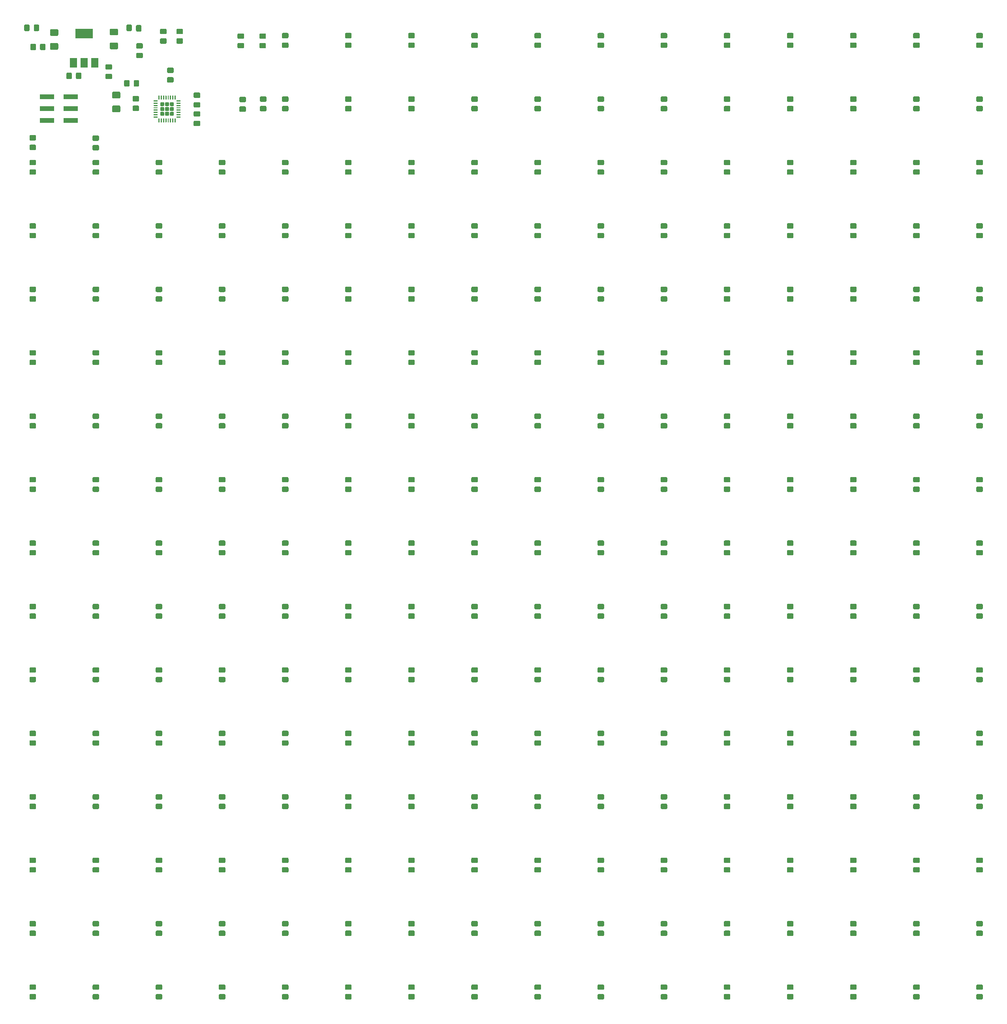
<source format=gbr>
%TF.GenerationSoftware,KiCad,Pcbnew,(5.1.5)-2*%
%TF.CreationDate,2019-12-29T12:45:17-05:00*%
%TF.ProjectId,main_led_pcb,6d61696e-5f6c-4656-945f-7063622e6b69,rev?*%
%TF.SameCoordinates,Original*%
%TF.FileFunction,Paste,Bot*%
%TF.FilePolarity,Positive*%
%FSLAX46Y46*%
G04 Gerber Fmt 4.6, Leading zero omitted, Abs format (unit mm)*
G04 Created by KiCad (PCBNEW (5.1.5)-2) date 2019-12-29 12:45:17*
%MOMM*%
%LPD*%
G04 APERTURE LIST*
%ADD10R,3.150000X1.000000*%
%ADD11C,0.100000*%
%ADD12R,1.500000X2.000000*%
%ADD13R,3.800000X2.000000*%
G04 APERTURE END LIST*
D10*
X10050000Y-25180000D03*
X15100000Y-25180000D03*
X10050000Y-22640000D03*
X15100000Y-22640000D03*
X10050000Y-20100000D03*
X15100000Y-20100000D03*
D11*
G36*
X29574505Y-16501204D02*
G01*
X29598773Y-16504804D01*
X29622572Y-16510765D01*
X29645671Y-16519030D01*
X29667850Y-16529520D01*
X29688893Y-16542132D01*
X29708599Y-16556747D01*
X29726777Y-16573223D01*
X29743253Y-16591401D01*
X29757868Y-16611107D01*
X29770480Y-16632150D01*
X29780970Y-16654329D01*
X29789235Y-16677428D01*
X29795196Y-16701227D01*
X29798796Y-16725495D01*
X29800000Y-16749999D01*
X29800000Y-17650001D01*
X29798796Y-17674505D01*
X29795196Y-17698773D01*
X29789235Y-17722572D01*
X29780970Y-17745671D01*
X29770480Y-17767850D01*
X29757868Y-17788893D01*
X29743253Y-17808599D01*
X29726777Y-17826777D01*
X29708599Y-17843253D01*
X29688893Y-17857868D01*
X29667850Y-17870480D01*
X29645671Y-17880970D01*
X29622572Y-17889235D01*
X29598773Y-17895196D01*
X29574505Y-17898796D01*
X29550001Y-17900000D01*
X28899999Y-17900000D01*
X28875495Y-17898796D01*
X28851227Y-17895196D01*
X28827428Y-17889235D01*
X28804329Y-17880970D01*
X28782150Y-17870480D01*
X28761107Y-17857868D01*
X28741401Y-17843253D01*
X28723223Y-17826777D01*
X28706747Y-17808599D01*
X28692132Y-17788893D01*
X28679520Y-17767850D01*
X28669030Y-17745671D01*
X28660765Y-17722572D01*
X28654804Y-17698773D01*
X28651204Y-17674505D01*
X28650000Y-17650001D01*
X28650000Y-16749999D01*
X28651204Y-16725495D01*
X28654804Y-16701227D01*
X28660765Y-16677428D01*
X28669030Y-16654329D01*
X28679520Y-16632150D01*
X28692132Y-16611107D01*
X28706747Y-16591401D01*
X28723223Y-16573223D01*
X28741401Y-16556747D01*
X28761107Y-16542132D01*
X28782150Y-16529520D01*
X28804329Y-16519030D01*
X28827428Y-16510765D01*
X28851227Y-16504804D01*
X28875495Y-16501204D01*
X28899999Y-16500000D01*
X29550001Y-16500000D01*
X29574505Y-16501204D01*
G37*
G36*
X27524505Y-16501204D02*
G01*
X27548773Y-16504804D01*
X27572572Y-16510765D01*
X27595671Y-16519030D01*
X27617850Y-16529520D01*
X27638893Y-16542132D01*
X27658599Y-16556747D01*
X27676777Y-16573223D01*
X27693253Y-16591401D01*
X27707868Y-16611107D01*
X27720480Y-16632150D01*
X27730970Y-16654329D01*
X27739235Y-16677428D01*
X27745196Y-16701227D01*
X27748796Y-16725495D01*
X27750000Y-16749999D01*
X27750000Y-17650001D01*
X27748796Y-17674505D01*
X27745196Y-17698773D01*
X27739235Y-17722572D01*
X27730970Y-17745671D01*
X27720480Y-17767850D01*
X27707868Y-17788893D01*
X27693253Y-17808599D01*
X27676777Y-17826777D01*
X27658599Y-17843253D01*
X27638893Y-17857868D01*
X27617850Y-17870480D01*
X27595671Y-17880970D01*
X27572572Y-17889235D01*
X27548773Y-17895196D01*
X27524505Y-17898796D01*
X27500001Y-17900000D01*
X26849999Y-17900000D01*
X26825495Y-17898796D01*
X26801227Y-17895196D01*
X26777428Y-17889235D01*
X26754329Y-17880970D01*
X26732150Y-17870480D01*
X26711107Y-17857868D01*
X26691401Y-17843253D01*
X26673223Y-17826777D01*
X26656747Y-17808599D01*
X26642132Y-17788893D01*
X26629520Y-17767850D01*
X26619030Y-17745671D01*
X26610765Y-17722572D01*
X26604804Y-17698773D01*
X26601204Y-17674505D01*
X26600000Y-17650001D01*
X26600000Y-16749999D01*
X26601204Y-16725495D01*
X26604804Y-16701227D01*
X26610765Y-16677428D01*
X26619030Y-16654329D01*
X26629520Y-16632150D01*
X26642132Y-16611107D01*
X26656747Y-16591401D01*
X26673223Y-16573223D01*
X26691401Y-16556747D01*
X26711107Y-16542132D01*
X26732150Y-16529520D01*
X26754329Y-16519030D01*
X26777428Y-16510765D01*
X26801227Y-16504804D01*
X26825495Y-16501204D01*
X26849999Y-16500000D01*
X27500001Y-16500000D01*
X27524505Y-16501204D01*
G37*
G36*
X30374505Y-10651204D02*
G01*
X30398773Y-10654804D01*
X30422572Y-10660765D01*
X30445671Y-10669030D01*
X30467850Y-10679520D01*
X30488893Y-10692132D01*
X30508599Y-10706747D01*
X30526777Y-10723223D01*
X30543253Y-10741401D01*
X30557868Y-10761107D01*
X30570480Y-10782150D01*
X30580970Y-10804329D01*
X30589235Y-10827428D01*
X30595196Y-10851227D01*
X30598796Y-10875495D01*
X30600000Y-10899999D01*
X30600000Y-11550001D01*
X30598796Y-11574505D01*
X30595196Y-11598773D01*
X30589235Y-11622572D01*
X30580970Y-11645671D01*
X30570480Y-11667850D01*
X30557868Y-11688893D01*
X30543253Y-11708599D01*
X30526777Y-11726777D01*
X30508599Y-11743253D01*
X30488893Y-11757868D01*
X30467850Y-11770480D01*
X30445671Y-11780970D01*
X30422572Y-11789235D01*
X30398773Y-11795196D01*
X30374505Y-11798796D01*
X30350001Y-11800000D01*
X29449999Y-11800000D01*
X29425495Y-11798796D01*
X29401227Y-11795196D01*
X29377428Y-11789235D01*
X29354329Y-11780970D01*
X29332150Y-11770480D01*
X29311107Y-11757868D01*
X29291401Y-11743253D01*
X29273223Y-11726777D01*
X29256747Y-11708599D01*
X29242132Y-11688893D01*
X29229520Y-11667850D01*
X29219030Y-11645671D01*
X29210765Y-11622572D01*
X29204804Y-11598773D01*
X29201204Y-11574505D01*
X29200000Y-11550001D01*
X29200000Y-10899999D01*
X29201204Y-10875495D01*
X29204804Y-10851227D01*
X29210765Y-10827428D01*
X29219030Y-10804329D01*
X29229520Y-10782150D01*
X29242132Y-10761107D01*
X29256747Y-10741401D01*
X29273223Y-10723223D01*
X29291401Y-10706747D01*
X29311107Y-10692132D01*
X29332150Y-10679520D01*
X29354329Y-10669030D01*
X29377428Y-10660765D01*
X29401227Y-10654804D01*
X29425495Y-10651204D01*
X29449999Y-10650000D01*
X30350001Y-10650000D01*
X30374505Y-10651204D01*
G37*
G36*
X30374505Y-8601204D02*
G01*
X30398773Y-8604804D01*
X30422572Y-8610765D01*
X30445671Y-8619030D01*
X30467850Y-8629520D01*
X30488893Y-8642132D01*
X30508599Y-8656747D01*
X30526777Y-8673223D01*
X30543253Y-8691401D01*
X30557868Y-8711107D01*
X30570480Y-8732150D01*
X30580970Y-8754329D01*
X30589235Y-8777428D01*
X30595196Y-8801227D01*
X30598796Y-8825495D01*
X30600000Y-8849999D01*
X30600000Y-9500001D01*
X30598796Y-9524505D01*
X30595196Y-9548773D01*
X30589235Y-9572572D01*
X30580970Y-9595671D01*
X30570480Y-9617850D01*
X30557868Y-9638893D01*
X30543253Y-9658599D01*
X30526777Y-9676777D01*
X30508599Y-9693253D01*
X30488893Y-9707868D01*
X30467850Y-9720480D01*
X30445671Y-9730970D01*
X30422572Y-9739235D01*
X30398773Y-9745196D01*
X30374505Y-9748796D01*
X30350001Y-9750000D01*
X29449999Y-9750000D01*
X29425495Y-9748796D01*
X29401227Y-9745196D01*
X29377428Y-9739235D01*
X29354329Y-9730970D01*
X29332150Y-9720480D01*
X29311107Y-9707868D01*
X29291401Y-9693253D01*
X29273223Y-9676777D01*
X29256747Y-9658599D01*
X29242132Y-9638893D01*
X29229520Y-9617850D01*
X29219030Y-9595671D01*
X29210765Y-9572572D01*
X29204804Y-9548773D01*
X29201204Y-9524505D01*
X29200000Y-9500001D01*
X29200000Y-8849999D01*
X29201204Y-8825495D01*
X29204804Y-8801227D01*
X29210765Y-8777428D01*
X29219030Y-8754329D01*
X29229520Y-8732150D01*
X29242132Y-8711107D01*
X29256747Y-8691401D01*
X29273223Y-8673223D01*
X29291401Y-8656747D01*
X29311107Y-8642132D01*
X29332150Y-8629520D01*
X29354329Y-8619030D01*
X29377428Y-8610765D01*
X29401227Y-8604804D01*
X29425495Y-8601204D01*
X29449999Y-8600000D01*
X30350001Y-8600000D01*
X30374505Y-8601204D01*
G37*
G36*
X7449505Y-8701204D02*
G01*
X7473773Y-8704804D01*
X7497572Y-8710765D01*
X7520671Y-8719030D01*
X7542850Y-8729520D01*
X7563893Y-8742132D01*
X7583599Y-8756747D01*
X7601777Y-8773223D01*
X7618253Y-8791401D01*
X7632868Y-8811107D01*
X7645480Y-8832150D01*
X7655970Y-8854329D01*
X7664235Y-8877428D01*
X7670196Y-8901227D01*
X7673796Y-8925495D01*
X7675000Y-8949999D01*
X7675000Y-9850001D01*
X7673796Y-9874505D01*
X7670196Y-9898773D01*
X7664235Y-9922572D01*
X7655970Y-9945671D01*
X7645480Y-9967850D01*
X7632868Y-9988893D01*
X7618253Y-10008599D01*
X7601777Y-10026777D01*
X7583599Y-10043253D01*
X7563893Y-10057868D01*
X7542850Y-10070480D01*
X7520671Y-10080970D01*
X7497572Y-10089235D01*
X7473773Y-10095196D01*
X7449505Y-10098796D01*
X7425001Y-10100000D01*
X6774999Y-10100000D01*
X6750495Y-10098796D01*
X6726227Y-10095196D01*
X6702428Y-10089235D01*
X6679329Y-10080970D01*
X6657150Y-10070480D01*
X6636107Y-10057868D01*
X6616401Y-10043253D01*
X6598223Y-10026777D01*
X6581747Y-10008599D01*
X6567132Y-9988893D01*
X6554520Y-9967850D01*
X6544030Y-9945671D01*
X6535765Y-9922572D01*
X6529804Y-9898773D01*
X6526204Y-9874505D01*
X6525000Y-9850001D01*
X6525000Y-8949999D01*
X6526204Y-8925495D01*
X6529804Y-8901227D01*
X6535765Y-8877428D01*
X6544030Y-8854329D01*
X6554520Y-8832150D01*
X6567132Y-8811107D01*
X6581747Y-8791401D01*
X6598223Y-8773223D01*
X6616401Y-8756747D01*
X6636107Y-8742132D01*
X6657150Y-8729520D01*
X6679329Y-8719030D01*
X6702428Y-8710765D01*
X6726227Y-8704804D01*
X6750495Y-8701204D01*
X6774999Y-8700000D01*
X7425001Y-8700000D01*
X7449505Y-8701204D01*
G37*
G36*
X9499505Y-8701204D02*
G01*
X9523773Y-8704804D01*
X9547572Y-8710765D01*
X9570671Y-8719030D01*
X9592850Y-8729520D01*
X9613893Y-8742132D01*
X9633599Y-8756747D01*
X9651777Y-8773223D01*
X9668253Y-8791401D01*
X9682868Y-8811107D01*
X9695480Y-8832150D01*
X9705970Y-8854329D01*
X9714235Y-8877428D01*
X9720196Y-8901227D01*
X9723796Y-8925495D01*
X9725000Y-8949999D01*
X9725000Y-9850001D01*
X9723796Y-9874505D01*
X9720196Y-9898773D01*
X9714235Y-9922572D01*
X9705970Y-9945671D01*
X9695480Y-9967850D01*
X9682868Y-9988893D01*
X9668253Y-10008599D01*
X9651777Y-10026777D01*
X9633599Y-10043253D01*
X9613893Y-10057868D01*
X9592850Y-10070480D01*
X9570671Y-10080970D01*
X9547572Y-10089235D01*
X9523773Y-10095196D01*
X9499505Y-10098796D01*
X9475001Y-10100000D01*
X8824999Y-10100000D01*
X8800495Y-10098796D01*
X8776227Y-10095196D01*
X8752428Y-10089235D01*
X8729329Y-10080970D01*
X8707150Y-10070480D01*
X8686107Y-10057868D01*
X8666401Y-10043253D01*
X8648223Y-10026777D01*
X8631747Y-10008599D01*
X8617132Y-9988893D01*
X8604520Y-9967850D01*
X8594030Y-9945671D01*
X8585765Y-9922572D01*
X8579804Y-9898773D01*
X8576204Y-9874505D01*
X8575000Y-9850001D01*
X8575000Y-8949999D01*
X8576204Y-8925495D01*
X8579804Y-8901227D01*
X8585765Y-8877428D01*
X8594030Y-8854329D01*
X8604520Y-8832150D01*
X8617132Y-8811107D01*
X8631747Y-8791401D01*
X8648223Y-8773223D01*
X8666401Y-8756747D01*
X8686107Y-8742132D01*
X8707150Y-8729520D01*
X8729329Y-8719030D01*
X8752428Y-8710765D01*
X8776227Y-8704804D01*
X8800495Y-8701204D01*
X8824999Y-8700000D01*
X9475001Y-8700000D01*
X9499505Y-8701204D01*
G37*
G36*
X36974505Y-15876204D02*
G01*
X36998773Y-15879804D01*
X37022572Y-15885765D01*
X37045671Y-15894030D01*
X37067850Y-15904520D01*
X37088893Y-15917132D01*
X37108599Y-15931747D01*
X37126777Y-15948223D01*
X37143253Y-15966401D01*
X37157868Y-15986107D01*
X37170480Y-16007150D01*
X37180970Y-16029329D01*
X37189235Y-16052428D01*
X37195196Y-16076227D01*
X37198796Y-16100495D01*
X37200000Y-16124999D01*
X37200000Y-16775001D01*
X37198796Y-16799505D01*
X37195196Y-16823773D01*
X37189235Y-16847572D01*
X37180970Y-16870671D01*
X37170480Y-16892850D01*
X37157868Y-16913893D01*
X37143253Y-16933599D01*
X37126777Y-16951777D01*
X37108599Y-16968253D01*
X37088893Y-16982868D01*
X37067850Y-16995480D01*
X37045671Y-17005970D01*
X37022572Y-17014235D01*
X36998773Y-17020196D01*
X36974505Y-17023796D01*
X36950001Y-17025000D01*
X36049999Y-17025000D01*
X36025495Y-17023796D01*
X36001227Y-17020196D01*
X35977428Y-17014235D01*
X35954329Y-17005970D01*
X35932150Y-16995480D01*
X35911107Y-16982868D01*
X35891401Y-16968253D01*
X35873223Y-16951777D01*
X35856747Y-16933599D01*
X35842132Y-16913893D01*
X35829520Y-16892850D01*
X35819030Y-16870671D01*
X35810765Y-16847572D01*
X35804804Y-16823773D01*
X35801204Y-16799505D01*
X35800000Y-16775001D01*
X35800000Y-16124999D01*
X35801204Y-16100495D01*
X35804804Y-16076227D01*
X35810765Y-16052428D01*
X35819030Y-16029329D01*
X35829520Y-16007150D01*
X35842132Y-15986107D01*
X35856747Y-15966401D01*
X35873223Y-15948223D01*
X35891401Y-15931747D01*
X35911107Y-15917132D01*
X35932150Y-15904520D01*
X35954329Y-15894030D01*
X35977428Y-15885765D01*
X36001227Y-15879804D01*
X36025495Y-15876204D01*
X36049999Y-15875000D01*
X36950001Y-15875000D01*
X36974505Y-15876204D01*
G37*
G36*
X36974505Y-13826204D02*
G01*
X36998773Y-13829804D01*
X37022572Y-13835765D01*
X37045671Y-13844030D01*
X37067850Y-13854520D01*
X37088893Y-13867132D01*
X37108599Y-13881747D01*
X37126777Y-13898223D01*
X37143253Y-13916401D01*
X37157868Y-13936107D01*
X37170480Y-13957150D01*
X37180970Y-13979329D01*
X37189235Y-14002428D01*
X37195196Y-14026227D01*
X37198796Y-14050495D01*
X37200000Y-14074999D01*
X37200000Y-14725001D01*
X37198796Y-14749505D01*
X37195196Y-14773773D01*
X37189235Y-14797572D01*
X37180970Y-14820671D01*
X37170480Y-14842850D01*
X37157868Y-14863893D01*
X37143253Y-14883599D01*
X37126777Y-14901777D01*
X37108599Y-14918253D01*
X37088893Y-14932868D01*
X37067850Y-14945480D01*
X37045671Y-14955970D01*
X37022572Y-14964235D01*
X36998773Y-14970196D01*
X36974505Y-14973796D01*
X36950001Y-14975000D01*
X36049999Y-14975000D01*
X36025495Y-14973796D01*
X36001227Y-14970196D01*
X35977428Y-14964235D01*
X35954329Y-14955970D01*
X35932150Y-14945480D01*
X35911107Y-14932868D01*
X35891401Y-14918253D01*
X35873223Y-14901777D01*
X35856747Y-14883599D01*
X35842132Y-14863893D01*
X35829520Y-14842850D01*
X35819030Y-14820671D01*
X35810765Y-14797572D01*
X35804804Y-14773773D01*
X35801204Y-14749505D01*
X35800000Y-14725001D01*
X35800000Y-14074999D01*
X35801204Y-14050495D01*
X35804804Y-14026227D01*
X35810765Y-14002428D01*
X35819030Y-13979329D01*
X35829520Y-13957150D01*
X35842132Y-13936107D01*
X35856747Y-13916401D01*
X35873223Y-13898223D01*
X35891401Y-13881747D01*
X35911107Y-13867132D01*
X35932150Y-13854520D01*
X35954329Y-13844030D01*
X35977428Y-13835765D01*
X36001227Y-13829804D01*
X36025495Y-13826204D01*
X36049999Y-13825000D01*
X36950001Y-13825000D01*
X36974505Y-13826204D01*
G37*
G36*
X38974505Y-5501204D02*
G01*
X38998773Y-5504804D01*
X39022572Y-5510765D01*
X39045671Y-5519030D01*
X39067850Y-5529520D01*
X39088893Y-5542132D01*
X39108599Y-5556747D01*
X39126777Y-5573223D01*
X39143253Y-5591401D01*
X39157868Y-5611107D01*
X39170480Y-5632150D01*
X39180970Y-5654329D01*
X39189235Y-5677428D01*
X39195196Y-5701227D01*
X39198796Y-5725495D01*
X39200000Y-5749999D01*
X39200000Y-6400001D01*
X39198796Y-6424505D01*
X39195196Y-6448773D01*
X39189235Y-6472572D01*
X39180970Y-6495671D01*
X39170480Y-6517850D01*
X39157868Y-6538893D01*
X39143253Y-6558599D01*
X39126777Y-6576777D01*
X39108599Y-6593253D01*
X39088893Y-6607868D01*
X39067850Y-6620480D01*
X39045671Y-6630970D01*
X39022572Y-6639235D01*
X38998773Y-6645196D01*
X38974505Y-6648796D01*
X38950001Y-6650000D01*
X38049999Y-6650000D01*
X38025495Y-6648796D01*
X38001227Y-6645196D01*
X37977428Y-6639235D01*
X37954329Y-6630970D01*
X37932150Y-6620480D01*
X37911107Y-6607868D01*
X37891401Y-6593253D01*
X37873223Y-6576777D01*
X37856747Y-6558599D01*
X37842132Y-6538893D01*
X37829520Y-6517850D01*
X37819030Y-6495671D01*
X37810765Y-6472572D01*
X37804804Y-6448773D01*
X37801204Y-6424505D01*
X37800000Y-6400001D01*
X37800000Y-5749999D01*
X37801204Y-5725495D01*
X37804804Y-5701227D01*
X37810765Y-5677428D01*
X37819030Y-5654329D01*
X37829520Y-5632150D01*
X37842132Y-5611107D01*
X37856747Y-5591401D01*
X37873223Y-5573223D01*
X37891401Y-5556747D01*
X37911107Y-5542132D01*
X37932150Y-5529520D01*
X37954329Y-5519030D01*
X37977428Y-5510765D01*
X38001227Y-5504804D01*
X38025495Y-5501204D01*
X38049999Y-5500000D01*
X38950001Y-5500000D01*
X38974505Y-5501204D01*
G37*
G36*
X38974505Y-7551204D02*
G01*
X38998773Y-7554804D01*
X39022572Y-7560765D01*
X39045671Y-7569030D01*
X39067850Y-7579520D01*
X39088893Y-7592132D01*
X39108599Y-7606747D01*
X39126777Y-7623223D01*
X39143253Y-7641401D01*
X39157868Y-7661107D01*
X39170480Y-7682150D01*
X39180970Y-7704329D01*
X39189235Y-7727428D01*
X39195196Y-7751227D01*
X39198796Y-7775495D01*
X39200000Y-7799999D01*
X39200000Y-8450001D01*
X39198796Y-8474505D01*
X39195196Y-8498773D01*
X39189235Y-8522572D01*
X39180970Y-8545671D01*
X39170480Y-8567850D01*
X39157868Y-8588893D01*
X39143253Y-8608599D01*
X39126777Y-8626777D01*
X39108599Y-8643253D01*
X39088893Y-8657868D01*
X39067850Y-8670480D01*
X39045671Y-8680970D01*
X39022572Y-8689235D01*
X38998773Y-8695196D01*
X38974505Y-8698796D01*
X38950001Y-8700000D01*
X38049999Y-8700000D01*
X38025495Y-8698796D01*
X38001227Y-8695196D01*
X37977428Y-8689235D01*
X37954329Y-8680970D01*
X37932150Y-8670480D01*
X37911107Y-8657868D01*
X37891401Y-8643253D01*
X37873223Y-8626777D01*
X37856747Y-8608599D01*
X37842132Y-8588893D01*
X37829520Y-8567850D01*
X37819030Y-8545671D01*
X37810765Y-8522572D01*
X37804804Y-8498773D01*
X37801204Y-8474505D01*
X37800000Y-8450001D01*
X37800000Y-7799999D01*
X37801204Y-7775495D01*
X37804804Y-7751227D01*
X37810765Y-7727428D01*
X37819030Y-7704329D01*
X37829520Y-7682150D01*
X37842132Y-7661107D01*
X37856747Y-7641401D01*
X37873223Y-7623223D01*
X37891401Y-7606747D01*
X37911107Y-7592132D01*
X37932150Y-7579520D01*
X37954329Y-7569030D01*
X37977428Y-7560765D01*
X38001227Y-7554804D01*
X38025495Y-7551204D01*
X38049999Y-7550000D01*
X38950001Y-7550000D01*
X38974505Y-7551204D01*
G37*
G36*
X35474505Y-5501204D02*
G01*
X35498773Y-5504804D01*
X35522572Y-5510765D01*
X35545671Y-5519030D01*
X35567850Y-5529520D01*
X35588893Y-5542132D01*
X35608599Y-5556747D01*
X35626777Y-5573223D01*
X35643253Y-5591401D01*
X35657868Y-5611107D01*
X35670480Y-5632150D01*
X35680970Y-5654329D01*
X35689235Y-5677428D01*
X35695196Y-5701227D01*
X35698796Y-5725495D01*
X35700000Y-5749999D01*
X35700000Y-6400001D01*
X35698796Y-6424505D01*
X35695196Y-6448773D01*
X35689235Y-6472572D01*
X35680970Y-6495671D01*
X35670480Y-6517850D01*
X35657868Y-6538893D01*
X35643253Y-6558599D01*
X35626777Y-6576777D01*
X35608599Y-6593253D01*
X35588893Y-6607868D01*
X35567850Y-6620480D01*
X35545671Y-6630970D01*
X35522572Y-6639235D01*
X35498773Y-6645196D01*
X35474505Y-6648796D01*
X35450001Y-6650000D01*
X34549999Y-6650000D01*
X34525495Y-6648796D01*
X34501227Y-6645196D01*
X34477428Y-6639235D01*
X34454329Y-6630970D01*
X34432150Y-6620480D01*
X34411107Y-6607868D01*
X34391401Y-6593253D01*
X34373223Y-6576777D01*
X34356747Y-6558599D01*
X34342132Y-6538893D01*
X34329520Y-6517850D01*
X34319030Y-6495671D01*
X34310765Y-6472572D01*
X34304804Y-6448773D01*
X34301204Y-6424505D01*
X34300000Y-6400001D01*
X34300000Y-5749999D01*
X34301204Y-5725495D01*
X34304804Y-5701227D01*
X34310765Y-5677428D01*
X34319030Y-5654329D01*
X34329520Y-5632150D01*
X34342132Y-5611107D01*
X34356747Y-5591401D01*
X34373223Y-5573223D01*
X34391401Y-5556747D01*
X34411107Y-5542132D01*
X34432150Y-5529520D01*
X34454329Y-5519030D01*
X34477428Y-5510765D01*
X34501227Y-5504804D01*
X34525495Y-5501204D01*
X34549999Y-5500000D01*
X35450001Y-5500000D01*
X35474505Y-5501204D01*
G37*
G36*
X35474505Y-7551204D02*
G01*
X35498773Y-7554804D01*
X35522572Y-7560765D01*
X35545671Y-7569030D01*
X35567850Y-7579520D01*
X35588893Y-7592132D01*
X35608599Y-7606747D01*
X35626777Y-7623223D01*
X35643253Y-7641401D01*
X35657868Y-7661107D01*
X35670480Y-7682150D01*
X35680970Y-7704329D01*
X35689235Y-7727428D01*
X35695196Y-7751227D01*
X35698796Y-7775495D01*
X35700000Y-7799999D01*
X35700000Y-8450001D01*
X35698796Y-8474505D01*
X35695196Y-8498773D01*
X35689235Y-8522572D01*
X35680970Y-8545671D01*
X35670480Y-8567850D01*
X35657868Y-8588893D01*
X35643253Y-8608599D01*
X35626777Y-8626777D01*
X35608599Y-8643253D01*
X35588893Y-8657868D01*
X35567850Y-8670480D01*
X35545671Y-8680970D01*
X35522572Y-8689235D01*
X35498773Y-8695196D01*
X35474505Y-8698796D01*
X35450001Y-8700000D01*
X34549999Y-8700000D01*
X34525495Y-8698796D01*
X34501227Y-8695196D01*
X34477428Y-8689235D01*
X34454329Y-8680970D01*
X34432150Y-8670480D01*
X34411107Y-8657868D01*
X34391401Y-8643253D01*
X34373223Y-8626777D01*
X34356747Y-8608599D01*
X34342132Y-8588893D01*
X34329520Y-8567850D01*
X34319030Y-8545671D01*
X34310765Y-8522572D01*
X34304804Y-8498773D01*
X34301204Y-8474505D01*
X34300000Y-8450001D01*
X34300000Y-7799999D01*
X34301204Y-7775495D01*
X34304804Y-7751227D01*
X34310765Y-7727428D01*
X34319030Y-7704329D01*
X34329520Y-7682150D01*
X34342132Y-7661107D01*
X34356747Y-7641401D01*
X34373223Y-7623223D01*
X34391401Y-7606747D01*
X34411107Y-7592132D01*
X34432150Y-7579520D01*
X34454329Y-7569030D01*
X34477428Y-7560765D01*
X34501227Y-7554804D01*
X34525495Y-7551204D01*
X34549999Y-7550000D01*
X35450001Y-7550000D01*
X35474505Y-7551204D01*
G37*
G36*
X210474505Y-212451204D02*
G01*
X210498773Y-212454804D01*
X210522572Y-212460765D01*
X210545671Y-212469030D01*
X210567850Y-212479520D01*
X210588893Y-212492132D01*
X210608599Y-212506747D01*
X210626777Y-212523223D01*
X210643253Y-212541401D01*
X210657868Y-212561107D01*
X210670480Y-212582150D01*
X210680970Y-212604329D01*
X210689235Y-212627428D01*
X210695196Y-212651227D01*
X210698796Y-212675495D01*
X210700000Y-212699999D01*
X210700000Y-213350001D01*
X210698796Y-213374505D01*
X210695196Y-213398773D01*
X210689235Y-213422572D01*
X210680970Y-213445671D01*
X210670480Y-213467850D01*
X210657868Y-213488893D01*
X210643253Y-213508599D01*
X210626777Y-213526777D01*
X210608599Y-213543253D01*
X210588893Y-213557868D01*
X210567850Y-213570480D01*
X210545671Y-213580970D01*
X210522572Y-213589235D01*
X210498773Y-213595196D01*
X210474505Y-213598796D01*
X210450001Y-213600000D01*
X209549999Y-213600000D01*
X209525495Y-213598796D01*
X209501227Y-213595196D01*
X209477428Y-213589235D01*
X209454329Y-213580970D01*
X209432150Y-213570480D01*
X209411107Y-213557868D01*
X209391401Y-213543253D01*
X209373223Y-213526777D01*
X209356747Y-213508599D01*
X209342132Y-213488893D01*
X209329520Y-213467850D01*
X209319030Y-213445671D01*
X209310765Y-213422572D01*
X209304804Y-213398773D01*
X209301204Y-213374505D01*
X209300000Y-213350001D01*
X209300000Y-212699999D01*
X209301204Y-212675495D01*
X209304804Y-212651227D01*
X209310765Y-212627428D01*
X209319030Y-212604329D01*
X209329520Y-212582150D01*
X209342132Y-212561107D01*
X209356747Y-212541401D01*
X209373223Y-212523223D01*
X209391401Y-212506747D01*
X209411107Y-212492132D01*
X209432150Y-212479520D01*
X209454329Y-212469030D01*
X209477428Y-212460765D01*
X209501227Y-212454804D01*
X209525495Y-212451204D01*
X209549999Y-212450000D01*
X210450001Y-212450000D01*
X210474505Y-212451204D01*
G37*
G36*
X210474505Y-210401204D02*
G01*
X210498773Y-210404804D01*
X210522572Y-210410765D01*
X210545671Y-210419030D01*
X210567850Y-210429520D01*
X210588893Y-210442132D01*
X210608599Y-210456747D01*
X210626777Y-210473223D01*
X210643253Y-210491401D01*
X210657868Y-210511107D01*
X210670480Y-210532150D01*
X210680970Y-210554329D01*
X210689235Y-210577428D01*
X210695196Y-210601227D01*
X210698796Y-210625495D01*
X210700000Y-210649999D01*
X210700000Y-211300001D01*
X210698796Y-211324505D01*
X210695196Y-211348773D01*
X210689235Y-211372572D01*
X210680970Y-211395671D01*
X210670480Y-211417850D01*
X210657868Y-211438893D01*
X210643253Y-211458599D01*
X210626777Y-211476777D01*
X210608599Y-211493253D01*
X210588893Y-211507868D01*
X210567850Y-211520480D01*
X210545671Y-211530970D01*
X210522572Y-211539235D01*
X210498773Y-211545196D01*
X210474505Y-211548796D01*
X210450001Y-211550000D01*
X209549999Y-211550000D01*
X209525495Y-211548796D01*
X209501227Y-211545196D01*
X209477428Y-211539235D01*
X209454329Y-211530970D01*
X209432150Y-211520480D01*
X209411107Y-211507868D01*
X209391401Y-211493253D01*
X209373223Y-211476777D01*
X209356747Y-211458599D01*
X209342132Y-211438893D01*
X209329520Y-211417850D01*
X209319030Y-211395671D01*
X209310765Y-211372572D01*
X209304804Y-211348773D01*
X209301204Y-211324505D01*
X209300000Y-211300001D01*
X209300000Y-210649999D01*
X209301204Y-210625495D01*
X209304804Y-210601227D01*
X209310765Y-210577428D01*
X209319030Y-210554329D01*
X209329520Y-210532150D01*
X209342132Y-210511107D01*
X209356747Y-210491401D01*
X209373223Y-210473223D01*
X209391401Y-210456747D01*
X209411107Y-210442132D01*
X209432150Y-210429520D01*
X209454329Y-210419030D01*
X209477428Y-210410765D01*
X209501227Y-210404804D01*
X209525495Y-210401204D01*
X209549999Y-210400000D01*
X210450001Y-210400000D01*
X210474505Y-210401204D01*
G37*
G36*
X196941505Y-212451204D02*
G01*
X196965773Y-212454804D01*
X196989572Y-212460765D01*
X197012671Y-212469030D01*
X197034850Y-212479520D01*
X197055893Y-212492132D01*
X197075599Y-212506747D01*
X197093777Y-212523223D01*
X197110253Y-212541401D01*
X197124868Y-212561107D01*
X197137480Y-212582150D01*
X197147970Y-212604329D01*
X197156235Y-212627428D01*
X197162196Y-212651227D01*
X197165796Y-212675495D01*
X197167000Y-212699999D01*
X197167000Y-213350001D01*
X197165796Y-213374505D01*
X197162196Y-213398773D01*
X197156235Y-213422572D01*
X197147970Y-213445671D01*
X197137480Y-213467850D01*
X197124868Y-213488893D01*
X197110253Y-213508599D01*
X197093777Y-213526777D01*
X197075599Y-213543253D01*
X197055893Y-213557868D01*
X197034850Y-213570480D01*
X197012671Y-213580970D01*
X196989572Y-213589235D01*
X196965773Y-213595196D01*
X196941505Y-213598796D01*
X196917001Y-213600000D01*
X196016999Y-213600000D01*
X195992495Y-213598796D01*
X195968227Y-213595196D01*
X195944428Y-213589235D01*
X195921329Y-213580970D01*
X195899150Y-213570480D01*
X195878107Y-213557868D01*
X195858401Y-213543253D01*
X195840223Y-213526777D01*
X195823747Y-213508599D01*
X195809132Y-213488893D01*
X195796520Y-213467850D01*
X195786030Y-213445671D01*
X195777765Y-213422572D01*
X195771804Y-213398773D01*
X195768204Y-213374505D01*
X195767000Y-213350001D01*
X195767000Y-212699999D01*
X195768204Y-212675495D01*
X195771804Y-212651227D01*
X195777765Y-212627428D01*
X195786030Y-212604329D01*
X195796520Y-212582150D01*
X195809132Y-212561107D01*
X195823747Y-212541401D01*
X195840223Y-212523223D01*
X195858401Y-212506747D01*
X195878107Y-212492132D01*
X195899150Y-212479520D01*
X195921329Y-212469030D01*
X195944428Y-212460765D01*
X195968227Y-212454804D01*
X195992495Y-212451204D01*
X196016999Y-212450000D01*
X196917001Y-212450000D01*
X196941505Y-212451204D01*
G37*
G36*
X196941505Y-210401204D02*
G01*
X196965773Y-210404804D01*
X196989572Y-210410765D01*
X197012671Y-210419030D01*
X197034850Y-210429520D01*
X197055893Y-210442132D01*
X197075599Y-210456747D01*
X197093777Y-210473223D01*
X197110253Y-210491401D01*
X197124868Y-210511107D01*
X197137480Y-210532150D01*
X197147970Y-210554329D01*
X197156235Y-210577428D01*
X197162196Y-210601227D01*
X197165796Y-210625495D01*
X197167000Y-210649999D01*
X197167000Y-211300001D01*
X197165796Y-211324505D01*
X197162196Y-211348773D01*
X197156235Y-211372572D01*
X197147970Y-211395671D01*
X197137480Y-211417850D01*
X197124868Y-211438893D01*
X197110253Y-211458599D01*
X197093777Y-211476777D01*
X197075599Y-211493253D01*
X197055893Y-211507868D01*
X197034850Y-211520480D01*
X197012671Y-211530970D01*
X196989572Y-211539235D01*
X196965773Y-211545196D01*
X196941505Y-211548796D01*
X196917001Y-211550000D01*
X196016999Y-211550000D01*
X195992495Y-211548796D01*
X195968227Y-211545196D01*
X195944428Y-211539235D01*
X195921329Y-211530970D01*
X195899150Y-211520480D01*
X195878107Y-211507868D01*
X195858401Y-211493253D01*
X195840223Y-211476777D01*
X195823747Y-211458599D01*
X195809132Y-211438893D01*
X195796520Y-211417850D01*
X195786030Y-211395671D01*
X195777765Y-211372572D01*
X195771804Y-211348773D01*
X195768204Y-211324505D01*
X195767000Y-211300001D01*
X195767000Y-210649999D01*
X195768204Y-210625495D01*
X195771804Y-210601227D01*
X195777765Y-210577428D01*
X195786030Y-210554329D01*
X195796520Y-210532150D01*
X195809132Y-210511107D01*
X195823747Y-210491401D01*
X195840223Y-210473223D01*
X195858401Y-210456747D01*
X195878107Y-210442132D01*
X195899150Y-210429520D01*
X195921329Y-210419030D01*
X195944428Y-210410765D01*
X195968227Y-210404804D01*
X195992495Y-210401204D01*
X196016999Y-210400000D01*
X196917001Y-210400000D01*
X196941505Y-210401204D01*
G37*
G36*
X183407505Y-212451204D02*
G01*
X183431773Y-212454804D01*
X183455572Y-212460765D01*
X183478671Y-212469030D01*
X183500850Y-212479520D01*
X183521893Y-212492132D01*
X183541599Y-212506747D01*
X183559777Y-212523223D01*
X183576253Y-212541401D01*
X183590868Y-212561107D01*
X183603480Y-212582150D01*
X183613970Y-212604329D01*
X183622235Y-212627428D01*
X183628196Y-212651227D01*
X183631796Y-212675495D01*
X183633000Y-212699999D01*
X183633000Y-213350001D01*
X183631796Y-213374505D01*
X183628196Y-213398773D01*
X183622235Y-213422572D01*
X183613970Y-213445671D01*
X183603480Y-213467850D01*
X183590868Y-213488893D01*
X183576253Y-213508599D01*
X183559777Y-213526777D01*
X183541599Y-213543253D01*
X183521893Y-213557868D01*
X183500850Y-213570480D01*
X183478671Y-213580970D01*
X183455572Y-213589235D01*
X183431773Y-213595196D01*
X183407505Y-213598796D01*
X183383001Y-213600000D01*
X182482999Y-213600000D01*
X182458495Y-213598796D01*
X182434227Y-213595196D01*
X182410428Y-213589235D01*
X182387329Y-213580970D01*
X182365150Y-213570480D01*
X182344107Y-213557868D01*
X182324401Y-213543253D01*
X182306223Y-213526777D01*
X182289747Y-213508599D01*
X182275132Y-213488893D01*
X182262520Y-213467850D01*
X182252030Y-213445671D01*
X182243765Y-213422572D01*
X182237804Y-213398773D01*
X182234204Y-213374505D01*
X182233000Y-213350001D01*
X182233000Y-212699999D01*
X182234204Y-212675495D01*
X182237804Y-212651227D01*
X182243765Y-212627428D01*
X182252030Y-212604329D01*
X182262520Y-212582150D01*
X182275132Y-212561107D01*
X182289747Y-212541401D01*
X182306223Y-212523223D01*
X182324401Y-212506747D01*
X182344107Y-212492132D01*
X182365150Y-212479520D01*
X182387329Y-212469030D01*
X182410428Y-212460765D01*
X182434227Y-212454804D01*
X182458495Y-212451204D01*
X182482999Y-212450000D01*
X183383001Y-212450000D01*
X183407505Y-212451204D01*
G37*
G36*
X183407505Y-210401204D02*
G01*
X183431773Y-210404804D01*
X183455572Y-210410765D01*
X183478671Y-210419030D01*
X183500850Y-210429520D01*
X183521893Y-210442132D01*
X183541599Y-210456747D01*
X183559777Y-210473223D01*
X183576253Y-210491401D01*
X183590868Y-210511107D01*
X183603480Y-210532150D01*
X183613970Y-210554329D01*
X183622235Y-210577428D01*
X183628196Y-210601227D01*
X183631796Y-210625495D01*
X183633000Y-210649999D01*
X183633000Y-211300001D01*
X183631796Y-211324505D01*
X183628196Y-211348773D01*
X183622235Y-211372572D01*
X183613970Y-211395671D01*
X183603480Y-211417850D01*
X183590868Y-211438893D01*
X183576253Y-211458599D01*
X183559777Y-211476777D01*
X183541599Y-211493253D01*
X183521893Y-211507868D01*
X183500850Y-211520480D01*
X183478671Y-211530970D01*
X183455572Y-211539235D01*
X183431773Y-211545196D01*
X183407505Y-211548796D01*
X183383001Y-211550000D01*
X182482999Y-211550000D01*
X182458495Y-211548796D01*
X182434227Y-211545196D01*
X182410428Y-211539235D01*
X182387329Y-211530970D01*
X182365150Y-211520480D01*
X182344107Y-211507868D01*
X182324401Y-211493253D01*
X182306223Y-211476777D01*
X182289747Y-211458599D01*
X182275132Y-211438893D01*
X182262520Y-211417850D01*
X182252030Y-211395671D01*
X182243765Y-211372572D01*
X182237804Y-211348773D01*
X182234204Y-211324505D01*
X182233000Y-211300001D01*
X182233000Y-210649999D01*
X182234204Y-210625495D01*
X182237804Y-210601227D01*
X182243765Y-210577428D01*
X182252030Y-210554329D01*
X182262520Y-210532150D01*
X182275132Y-210511107D01*
X182289747Y-210491401D01*
X182306223Y-210473223D01*
X182324401Y-210456747D01*
X182344107Y-210442132D01*
X182365150Y-210429520D01*
X182387329Y-210419030D01*
X182410428Y-210410765D01*
X182434227Y-210404804D01*
X182458495Y-210401204D01*
X182482999Y-210400000D01*
X183383001Y-210400000D01*
X183407505Y-210401204D01*
G37*
G36*
X169874505Y-212451204D02*
G01*
X169898773Y-212454804D01*
X169922572Y-212460765D01*
X169945671Y-212469030D01*
X169967850Y-212479520D01*
X169988893Y-212492132D01*
X170008599Y-212506747D01*
X170026777Y-212523223D01*
X170043253Y-212541401D01*
X170057868Y-212561107D01*
X170070480Y-212582150D01*
X170080970Y-212604329D01*
X170089235Y-212627428D01*
X170095196Y-212651227D01*
X170098796Y-212675495D01*
X170100000Y-212699999D01*
X170100000Y-213350001D01*
X170098796Y-213374505D01*
X170095196Y-213398773D01*
X170089235Y-213422572D01*
X170080970Y-213445671D01*
X170070480Y-213467850D01*
X170057868Y-213488893D01*
X170043253Y-213508599D01*
X170026777Y-213526777D01*
X170008599Y-213543253D01*
X169988893Y-213557868D01*
X169967850Y-213570480D01*
X169945671Y-213580970D01*
X169922572Y-213589235D01*
X169898773Y-213595196D01*
X169874505Y-213598796D01*
X169850001Y-213600000D01*
X168949999Y-213600000D01*
X168925495Y-213598796D01*
X168901227Y-213595196D01*
X168877428Y-213589235D01*
X168854329Y-213580970D01*
X168832150Y-213570480D01*
X168811107Y-213557868D01*
X168791401Y-213543253D01*
X168773223Y-213526777D01*
X168756747Y-213508599D01*
X168742132Y-213488893D01*
X168729520Y-213467850D01*
X168719030Y-213445671D01*
X168710765Y-213422572D01*
X168704804Y-213398773D01*
X168701204Y-213374505D01*
X168700000Y-213350001D01*
X168700000Y-212699999D01*
X168701204Y-212675495D01*
X168704804Y-212651227D01*
X168710765Y-212627428D01*
X168719030Y-212604329D01*
X168729520Y-212582150D01*
X168742132Y-212561107D01*
X168756747Y-212541401D01*
X168773223Y-212523223D01*
X168791401Y-212506747D01*
X168811107Y-212492132D01*
X168832150Y-212479520D01*
X168854329Y-212469030D01*
X168877428Y-212460765D01*
X168901227Y-212454804D01*
X168925495Y-212451204D01*
X168949999Y-212450000D01*
X169850001Y-212450000D01*
X169874505Y-212451204D01*
G37*
G36*
X169874505Y-210401204D02*
G01*
X169898773Y-210404804D01*
X169922572Y-210410765D01*
X169945671Y-210419030D01*
X169967850Y-210429520D01*
X169988893Y-210442132D01*
X170008599Y-210456747D01*
X170026777Y-210473223D01*
X170043253Y-210491401D01*
X170057868Y-210511107D01*
X170070480Y-210532150D01*
X170080970Y-210554329D01*
X170089235Y-210577428D01*
X170095196Y-210601227D01*
X170098796Y-210625495D01*
X170100000Y-210649999D01*
X170100000Y-211300001D01*
X170098796Y-211324505D01*
X170095196Y-211348773D01*
X170089235Y-211372572D01*
X170080970Y-211395671D01*
X170070480Y-211417850D01*
X170057868Y-211438893D01*
X170043253Y-211458599D01*
X170026777Y-211476777D01*
X170008599Y-211493253D01*
X169988893Y-211507868D01*
X169967850Y-211520480D01*
X169945671Y-211530970D01*
X169922572Y-211539235D01*
X169898773Y-211545196D01*
X169874505Y-211548796D01*
X169850001Y-211550000D01*
X168949999Y-211550000D01*
X168925495Y-211548796D01*
X168901227Y-211545196D01*
X168877428Y-211539235D01*
X168854329Y-211530970D01*
X168832150Y-211520480D01*
X168811107Y-211507868D01*
X168791401Y-211493253D01*
X168773223Y-211476777D01*
X168756747Y-211458599D01*
X168742132Y-211438893D01*
X168729520Y-211417850D01*
X168719030Y-211395671D01*
X168710765Y-211372572D01*
X168704804Y-211348773D01*
X168701204Y-211324505D01*
X168700000Y-211300001D01*
X168700000Y-210649999D01*
X168701204Y-210625495D01*
X168704804Y-210601227D01*
X168710765Y-210577428D01*
X168719030Y-210554329D01*
X168729520Y-210532150D01*
X168742132Y-210511107D01*
X168756747Y-210491401D01*
X168773223Y-210473223D01*
X168791401Y-210456747D01*
X168811107Y-210442132D01*
X168832150Y-210429520D01*
X168854329Y-210419030D01*
X168877428Y-210410765D01*
X168901227Y-210404804D01*
X168925495Y-210401204D01*
X168949999Y-210400000D01*
X169850001Y-210400000D01*
X169874505Y-210401204D01*
G37*
G36*
X156341505Y-212451204D02*
G01*
X156365773Y-212454804D01*
X156389572Y-212460765D01*
X156412671Y-212469030D01*
X156434850Y-212479520D01*
X156455893Y-212492132D01*
X156475599Y-212506747D01*
X156493777Y-212523223D01*
X156510253Y-212541401D01*
X156524868Y-212561107D01*
X156537480Y-212582150D01*
X156547970Y-212604329D01*
X156556235Y-212627428D01*
X156562196Y-212651227D01*
X156565796Y-212675495D01*
X156567000Y-212699999D01*
X156567000Y-213350001D01*
X156565796Y-213374505D01*
X156562196Y-213398773D01*
X156556235Y-213422572D01*
X156547970Y-213445671D01*
X156537480Y-213467850D01*
X156524868Y-213488893D01*
X156510253Y-213508599D01*
X156493777Y-213526777D01*
X156475599Y-213543253D01*
X156455893Y-213557868D01*
X156434850Y-213570480D01*
X156412671Y-213580970D01*
X156389572Y-213589235D01*
X156365773Y-213595196D01*
X156341505Y-213598796D01*
X156317001Y-213600000D01*
X155416999Y-213600000D01*
X155392495Y-213598796D01*
X155368227Y-213595196D01*
X155344428Y-213589235D01*
X155321329Y-213580970D01*
X155299150Y-213570480D01*
X155278107Y-213557868D01*
X155258401Y-213543253D01*
X155240223Y-213526777D01*
X155223747Y-213508599D01*
X155209132Y-213488893D01*
X155196520Y-213467850D01*
X155186030Y-213445671D01*
X155177765Y-213422572D01*
X155171804Y-213398773D01*
X155168204Y-213374505D01*
X155167000Y-213350001D01*
X155167000Y-212699999D01*
X155168204Y-212675495D01*
X155171804Y-212651227D01*
X155177765Y-212627428D01*
X155186030Y-212604329D01*
X155196520Y-212582150D01*
X155209132Y-212561107D01*
X155223747Y-212541401D01*
X155240223Y-212523223D01*
X155258401Y-212506747D01*
X155278107Y-212492132D01*
X155299150Y-212479520D01*
X155321329Y-212469030D01*
X155344428Y-212460765D01*
X155368227Y-212454804D01*
X155392495Y-212451204D01*
X155416999Y-212450000D01*
X156317001Y-212450000D01*
X156341505Y-212451204D01*
G37*
G36*
X156341505Y-210401204D02*
G01*
X156365773Y-210404804D01*
X156389572Y-210410765D01*
X156412671Y-210419030D01*
X156434850Y-210429520D01*
X156455893Y-210442132D01*
X156475599Y-210456747D01*
X156493777Y-210473223D01*
X156510253Y-210491401D01*
X156524868Y-210511107D01*
X156537480Y-210532150D01*
X156547970Y-210554329D01*
X156556235Y-210577428D01*
X156562196Y-210601227D01*
X156565796Y-210625495D01*
X156567000Y-210649999D01*
X156567000Y-211300001D01*
X156565796Y-211324505D01*
X156562196Y-211348773D01*
X156556235Y-211372572D01*
X156547970Y-211395671D01*
X156537480Y-211417850D01*
X156524868Y-211438893D01*
X156510253Y-211458599D01*
X156493777Y-211476777D01*
X156475599Y-211493253D01*
X156455893Y-211507868D01*
X156434850Y-211520480D01*
X156412671Y-211530970D01*
X156389572Y-211539235D01*
X156365773Y-211545196D01*
X156341505Y-211548796D01*
X156317001Y-211550000D01*
X155416999Y-211550000D01*
X155392495Y-211548796D01*
X155368227Y-211545196D01*
X155344428Y-211539235D01*
X155321329Y-211530970D01*
X155299150Y-211520480D01*
X155278107Y-211507868D01*
X155258401Y-211493253D01*
X155240223Y-211476777D01*
X155223747Y-211458599D01*
X155209132Y-211438893D01*
X155196520Y-211417850D01*
X155186030Y-211395671D01*
X155177765Y-211372572D01*
X155171804Y-211348773D01*
X155168204Y-211324505D01*
X155167000Y-211300001D01*
X155167000Y-210649999D01*
X155168204Y-210625495D01*
X155171804Y-210601227D01*
X155177765Y-210577428D01*
X155186030Y-210554329D01*
X155196520Y-210532150D01*
X155209132Y-210511107D01*
X155223747Y-210491401D01*
X155240223Y-210473223D01*
X155258401Y-210456747D01*
X155278107Y-210442132D01*
X155299150Y-210429520D01*
X155321329Y-210419030D01*
X155344428Y-210410765D01*
X155368227Y-210404804D01*
X155392495Y-210401204D01*
X155416999Y-210400000D01*
X156317001Y-210400000D01*
X156341505Y-210401204D01*
G37*
G36*
X142807505Y-212451204D02*
G01*
X142831773Y-212454804D01*
X142855572Y-212460765D01*
X142878671Y-212469030D01*
X142900850Y-212479520D01*
X142921893Y-212492132D01*
X142941599Y-212506747D01*
X142959777Y-212523223D01*
X142976253Y-212541401D01*
X142990868Y-212561107D01*
X143003480Y-212582150D01*
X143013970Y-212604329D01*
X143022235Y-212627428D01*
X143028196Y-212651227D01*
X143031796Y-212675495D01*
X143033000Y-212699999D01*
X143033000Y-213350001D01*
X143031796Y-213374505D01*
X143028196Y-213398773D01*
X143022235Y-213422572D01*
X143013970Y-213445671D01*
X143003480Y-213467850D01*
X142990868Y-213488893D01*
X142976253Y-213508599D01*
X142959777Y-213526777D01*
X142941599Y-213543253D01*
X142921893Y-213557868D01*
X142900850Y-213570480D01*
X142878671Y-213580970D01*
X142855572Y-213589235D01*
X142831773Y-213595196D01*
X142807505Y-213598796D01*
X142783001Y-213600000D01*
X141882999Y-213600000D01*
X141858495Y-213598796D01*
X141834227Y-213595196D01*
X141810428Y-213589235D01*
X141787329Y-213580970D01*
X141765150Y-213570480D01*
X141744107Y-213557868D01*
X141724401Y-213543253D01*
X141706223Y-213526777D01*
X141689747Y-213508599D01*
X141675132Y-213488893D01*
X141662520Y-213467850D01*
X141652030Y-213445671D01*
X141643765Y-213422572D01*
X141637804Y-213398773D01*
X141634204Y-213374505D01*
X141633000Y-213350001D01*
X141633000Y-212699999D01*
X141634204Y-212675495D01*
X141637804Y-212651227D01*
X141643765Y-212627428D01*
X141652030Y-212604329D01*
X141662520Y-212582150D01*
X141675132Y-212561107D01*
X141689747Y-212541401D01*
X141706223Y-212523223D01*
X141724401Y-212506747D01*
X141744107Y-212492132D01*
X141765150Y-212479520D01*
X141787329Y-212469030D01*
X141810428Y-212460765D01*
X141834227Y-212454804D01*
X141858495Y-212451204D01*
X141882999Y-212450000D01*
X142783001Y-212450000D01*
X142807505Y-212451204D01*
G37*
G36*
X142807505Y-210401204D02*
G01*
X142831773Y-210404804D01*
X142855572Y-210410765D01*
X142878671Y-210419030D01*
X142900850Y-210429520D01*
X142921893Y-210442132D01*
X142941599Y-210456747D01*
X142959777Y-210473223D01*
X142976253Y-210491401D01*
X142990868Y-210511107D01*
X143003480Y-210532150D01*
X143013970Y-210554329D01*
X143022235Y-210577428D01*
X143028196Y-210601227D01*
X143031796Y-210625495D01*
X143033000Y-210649999D01*
X143033000Y-211300001D01*
X143031796Y-211324505D01*
X143028196Y-211348773D01*
X143022235Y-211372572D01*
X143013970Y-211395671D01*
X143003480Y-211417850D01*
X142990868Y-211438893D01*
X142976253Y-211458599D01*
X142959777Y-211476777D01*
X142941599Y-211493253D01*
X142921893Y-211507868D01*
X142900850Y-211520480D01*
X142878671Y-211530970D01*
X142855572Y-211539235D01*
X142831773Y-211545196D01*
X142807505Y-211548796D01*
X142783001Y-211550000D01*
X141882999Y-211550000D01*
X141858495Y-211548796D01*
X141834227Y-211545196D01*
X141810428Y-211539235D01*
X141787329Y-211530970D01*
X141765150Y-211520480D01*
X141744107Y-211507868D01*
X141724401Y-211493253D01*
X141706223Y-211476777D01*
X141689747Y-211458599D01*
X141675132Y-211438893D01*
X141662520Y-211417850D01*
X141652030Y-211395671D01*
X141643765Y-211372572D01*
X141637804Y-211348773D01*
X141634204Y-211324505D01*
X141633000Y-211300001D01*
X141633000Y-210649999D01*
X141634204Y-210625495D01*
X141637804Y-210601227D01*
X141643765Y-210577428D01*
X141652030Y-210554329D01*
X141662520Y-210532150D01*
X141675132Y-210511107D01*
X141689747Y-210491401D01*
X141706223Y-210473223D01*
X141724401Y-210456747D01*
X141744107Y-210442132D01*
X141765150Y-210429520D01*
X141787329Y-210419030D01*
X141810428Y-210410765D01*
X141834227Y-210404804D01*
X141858495Y-210401204D01*
X141882999Y-210400000D01*
X142783001Y-210400000D01*
X142807505Y-210401204D01*
G37*
G36*
X129274505Y-212451204D02*
G01*
X129298773Y-212454804D01*
X129322572Y-212460765D01*
X129345671Y-212469030D01*
X129367850Y-212479520D01*
X129388893Y-212492132D01*
X129408599Y-212506747D01*
X129426777Y-212523223D01*
X129443253Y-212541401D01*
X129457868Y-212561107D01*
X129470480Y-212582150D01*
X129480970Y-212604329D01*
X129489235Y-212627428D01*
X129495196Y-212651227D01*
X129498796Y-212675495D01*
X129500000Y-212699999D01*
X129500000Y-213350001D01*
X129498796Y-213374505D01*
X129495196Y-213398773D01*
X129489235Y-213422572D01*
X129480970Y-213445671D01*
X129470480Y-213467850D01*
X129457868Y-213488893D01*
X129443253Y-213508599D01*
X129426777Y-213526777D01*
X129408599Y-213543253D01*
X129388893Y-213557868D01*
X129367850Y-213570480D01*
X129345671Y-213580970D01*
X129322572Y-213589235D01*
X129298773Y-213595196D01*
X129274505Y-213598796D01*
X129250001Y-213600000D01*
X128349999Y-213600000D01*
X128325495Y-213598796D01*
X128301227Y-213595196D01*
X128277428Y-213589235D01*
X128254329Y-213580970D01*
X128232150Y-213570480D01*
X128211107Y-213557868D01*
X128191401Y-213543253D01*
X128173223Y-213526777D01*
X128156747Y-213508599D01*
X128142132Y-213488893D01*
X128129520Y-213467850D01*
X128119030Y-213445671D01*
X128110765Y-213422572D01*
X128104804Y-213398773D01*
X128101204Y-213374505D01*
X128100000Y-213350001D01*
X128100000Y-212699999D01*
X128101204Y-212675495D01*
X128104804Y-212651227D01*
X128110765Y-212627428D01*
X128119030Y-212604329D01*
X128129520Y-212582150D01*
X128142132Y-212561107D01*
X128156747Y-212541401D01*
X128173223Y-212523223D01*
X128191401Y-212506747D01*
X128211107Y-212492132D01*
X128232150Y-212479520D01*
X128254329Y-212469030D01*
X128277428Y-212460765D01*
X128301227Y-212454804D01*
X128325495Y-212451204D01*
X128349999Y-212450000D01*
X129250001Y-212450000D01*
X129274505Y-212451204D01*
G37*
G36*
X129274505Y-210401204D02*
G01*
X129298773Y-210404804D01*
X129322572Y-210410765D01*
X129345671Y-210419030D01*
X129367850Y-210429520D01*
X129388893Y-210442132D01*
X129408599Y-210456747D01*
X129426777Y-210473223D01*
X129443253Y-210491401D01*
X129457868Y-210511107D01*
X129470480Y-210532150D01*
X129480970Y-210554329D01*
X129489235Y-210577428D01*
X129495196Y-210601227D01*
X129498796Y-210625495D01*
X129500000Y-210649999D01*
X129500000Y-211300001D01*
X129498796Y-211324505D01*
X129495196Y-211348773D01*
X129489235Y-211372572D01*
X129480970Y-211395671D01*
X129470480Y-211417850D01*
X129457868Y-211438893D01*
X129443253Y-211458599D01*
X129426777Y-211476777D01*
X129408599Y-211493253D01*
X129388893Y-211507868D01*
X129367850Y-211520480D01*
X129345671Y-211530970D01*
X129322572Y-211539235D01*
X129298773Y-211545196D01*
X129274505Y-211548796D01*
X129250001Y-211550000D01*
X128349999Y-211550000D01*
X128325495Y-211548796D01*
X128301227Y-211545196D01*
X128277428Y-211539235D01*
X128254329Y-211530970D01*
X128232150Y-211520480D01*
X128211107Y-211507868D01*
X128191401Y-211493253D01*
X128173223Y-211476777D01*
X128156747Y-211458599D01*
X128142132Y-211438893D01*
X128129520Y-211417850D01*
X128119030Y-211395671D01*
X128110765Y-211372572D01*
X128104804Y-211348773D01*
X128101204Y-211324505D01*
X128100000Y-211300001D01*
X128100000Y-210649999D01*
X128101204Y-210625495D01*
X128104804Y-210601227D01*
X128110765Y-210577428D01*
X128119030Y-210554329D01*
X128129520Y-210532150D01*
X128142132Y-210511107D01*
X128156747Y-210491401D01*
X128173223Y-210473223D01*
X128191401Y-210456747D01*
X128211107Y-210442132D01*
X128232150Y-210429520D01*
X128254329Y-210419030D01*
X128277428Y-210410765D01*
X128301227Y-210404804D01*
X128325495Y-210401204D01*
X128349999Y-210400000D01*
X129250001Y-210400000D01*
X129274505Y-210401204D01*
G37*
G36*
X115741505Y-212451204D02*
G01*
X115765773Y-212454804D01*
X115789572Y-212460765D01*
X115812671Y-212469030D01*
X115834850Y-212479520D01*
X115855893Y-212492132D01*
X115875599Y-212506747D01*
X115893777Y-212523223D01*
X115910253Y-212541401D01*
X115924868Y-212561107D01*
X115937480Y-212582150D01*
X115947970Y-212604329D01*
X115956235Y-212627428D01*
X115962196Y-212651227D01*
X115965796Y-212675495D01*
X115967000Y-212699999D01*
X115967000Y-213350001D01*
X115965796Y-213374505D01*
X115962196Y-213398773D01*
X115956235Y-213422572D01*
X115947970Y-213445671D01*
X115937480Y-213467850D01*
X115924868Y-213488893D01*
X115910253Y-213508599D01*
X115893777Y-213526777D01*
X115875599Y-213543253D01*
X115855893Y-213557868D01*
X115834850Y-213570480D01*
X115812671Y-213580970D01*
X115789572Y-213589235D01*
X115765773Y-213595196D01*
X115741505Y-213598796D01*
X115717001Y-213600000D01*
X114816999Y-213600000D01*
X114792495Y-213598796D01*
X114768227Y-213595196D01*
X114744428Y-213589235D01*
X114721329Y-213580970D01*
X114699150Y-213570480D01*
X114678107Y-213557868D01*
X114658401Y-213543253D01*
X114640223Y-213526777D01*
X114623747Y-213508599D01*
X114609132Y-213488893D01*
X114596520Y-213467850D01*
X114586030Y-213445671D01*
X114577765Y-213422572D01*
X114571804Y-213398773D01*
X114568204Y-213374505D01*
X114567000Y-213350001D01*
X114567000Y-212699999D01*
X114568204Y-212675495D01*
X114571804Y-212651227D01*
X114577765Y-212627428D01*
X114586030Y-212604329D01*
X114596520Y-212582150D01*
X114609132Y-212561107D01*
X114623747Y-212541401D01*
X114640223Y-212523223D01*
X114658401Y-212506747D01*
X114678107Y-212492132D01*
X114699150Y-212479520D01*
X114721329Y-212469030D01*
X114744428Y-212460765D01*
X114768227Y-212454804D01*
X114792495Y-212451204D01*
X114816999Y-212450000D01*
X115717001Y-212450000D01*
X115741505Y-212451204D01*
G37*
G36*
X115741505Y-210401204D02*
G01*
X115765773Y-210404804D01*
X115789572Y-210410765D01*
X115812671Y-210419030D01*
X115834850Y-210429520D01*
X115855893Y-210442132D01*
X115875599Y-210456747D01*
X115893777Y-210473223D01*
X115910253Y-210491401D01*
X115924868Y-210511107D01*
X115937480Y-210532150D01*
X115947970Y-210554329D01*
X115956235Y-210577428D01*
X115962196Y-210601227D01*
X115965796Y-210625495D01*
X115967000Y-210649999D01*
X115967000Y-211300001D01*
X115965796Y-211324505D01*
X115962196Y-211348773D01*
X115956235Y-211372572D01*
X115947970Y-211395671D01*
X115937480Y-211417850D01*
X115924868Y-211438893D01*
X115910253Y-211458599D01*
X115893777Y-211476777D01*
X115875599Y-211493253D01*
X115855893Y-211507868D01*
X115834850Y-211520480D01*
X115812671Y-211530970D01*
X115789572Y-211539235D01*
X115765773Y-211545196D01*
X115741505Y-211548796D01*
X115717001Y-211550000D01*
X114816999Y-211550000D01*
X114792495Y-211548796D01*
X114768227Y-211545196D01*
X114744428Y-211539235D01*
X114721329Y-211530970D01*
X114699150Y-211520480D01*
X114678107Y-211507868D01*
X114658401Y-211493253D01*
X114640223Y-211476777D01*
X114623747Y-211458599D01*
X114609132Y-211438893D01*
X114596520Y-211417850D01*
X114586030Y-211395671D01*
X114577765Y-211372572D01*
X114571804Y-211348773D01*
X114568204Y-211324505D01*
X114567000Y-211300001D01*
X114567000Y-210649999D01*
X114568204Y-210625495D01*
X114571804Y-210601227D01*
X114577765Y-210577428D01*
X114586030Y-210554329D01*
X114596520Y-210532150D01*
X114609132Y-210511107D01*
X114623747Y-210491401D01*
X114640223Y-210473223D01*
X114658401Y-210456747D01*
X114678107Y-210442132D01*
X114699150Y-210429520D01*
X114721329Y-210419030D01*
X114744428Y-210410765D01*
X114768227Y-210404804D01*
X114792495Y-210401204D01*
X114816999Y-210400000D01*
X115717001Y-210400000D01*
X115741505Y-210401204D01*
G37*
G36*
X102207505Y-212451204D02*
G01*
X102231773Y-212454804D01*
X102255572Y-212460765D01*
X102278671Y-212469030D01*
X102300850Y-212479520D01*
X102321893Y-212492132D01*
X102341599Y-212506747D01*
X102359777Y-212523223D01*
X102376253Y-212541401D01*
X102390868Y-212561107D01*
X102403480Y-212582150D01*
X102413970Y-212604329D01*
X102422235Y-212627428D01*
X102428196Y-212651227D01*
X102431796Y-212675495D01*
X102433000Y-212699999D01*
X102433000Y-213350001D01*
X102431796Y-213374505D01*
X102428196Y-213398773D01*
X102422235Y-213422572D01*
X102413970Y-213445671D01*
X102403480Y-213467850D01*
X102390868Y-213488893D01*
X102376253Y-213508599D01*
X102359777Y-213526777D01*
X102341599Y-213543253D01*
X102321893Y-213557868D01*
X102300850Y-213570480D01*
X102278671Y-213580970D01*
X102255572Y-213589235D01*
X102231773Y-213595196D01*
X102207505Y-213598796D01*
X102183001Y-213600000D01*
X101282999Y-213600000D01*
X101258495Y-213598796D01*
X101234227Y-213595196D01*
X101210428Y-213589235D01*
X101187329Y-213580970D01*
X101165150Y-213570480D01*
X101144107Y-213557868D01*
X101124401Y-213543253D01*
X101106223Y-213526777D01*
X101089747Y-213508599D01*
X101075132Y-213488893D01*
X101062520Y-213467850D01*
X101052030Y-213445671D01*
X101043765Y-213422572D01*
X101037804Y-213398773D01*
X101034204Y-213374505D01*
X101033000Y-213350001D01*
X101033000Y-212699999D01*
X101034204Y-212675495D01*
X101037804Y-212651227D01*
X101043765Y-212627428D01*
X101052030Y-212604329D01*
X101062520Y-212582150D01*
X101075132Y-212561107D01*
X101089747Y-212541401D01*
X101106223Y-212523223D01*
X101124401Y-212506747D01*
X101144107Y-212492132D01*
X101165150Y-212479520D01*
X101187329Y-212469030D01*
X101210428Y-212460765D01*
X101234227Y-212454804D01*
X101258495Y-212451204D01*
X101282999Y-212450000D01*
X102183001Y-212450000D01*
X102207505Y-212451204D01*
G37*
G36*
X102207505Y-210401204D02*
G01*
X102231773Y-210404804D01*
X102255572Y-210410765D01*
X102278671Y-210419030D01*
X102300850Y-210429520D01*
X102321893Y-210442132D01*
X102341599Y-210456747D01*
X102359777Y-210473223D01*
X102376253Y-210491401D01*
X102390868Y-210511107D01*
X102403480Y-210532150D01*
X102413970Y-210554329D01*
X102422235Y-210577428D01*
X102428196Y-210601227D01*
X102431796Y-210625495D01*
X102433000Y-210649999D01*
X102433000Y-211300001D01*
X102431796Y-211324505D01*
X102428196Y-211348773D01*
X102422235Y-211372572D01*
X102413970Y-211395671D01*
X102403480Y-211417850D01*
X102390868Y-211438893D01*
X102376253Y-211458599D01*
X102359777Y-211476777D01*
X102341599Y-211493253D01*
X102321893Y-211507868D01*
X102300850Y-211520480D01*
X102278671Y-211530970D01*
X102255572Y-211539235D01*
X102231773Y-211545196D01*
X102207505Y-211548796D01*
X102183001Y-211550000D01*
X101282999Y-211550000D01*
X101258495Y-211548796D01*
X101234227Y-211545196D01*
X101210428Y-211539235D01*
X101187329Y-211530970D01*
X101165150Y-211520480D01*
X101144107Y-211507868D01*
X101124401Y-211493253D01*
X101106223Y-211476777D01*
X101089747Y-211458599D01*
X101075132Y-211438893D01*
X101062520Y-211417850D01*
X101052030Y-211395671D01*
X101043765Y-211372572D01*
X101037804Y-211348773D01*
X101034204Y-211324505D01*
X101033000Y-211300001D01*
X101033000Y-210649999D01*
X101034204Y-210625495D01*
X101037804Y-210601227D01*
X101043765Y-210577428D01*
X101052030Y-210554329D01*
X101062520Y-210532150D01*
X101075132Y-210511107D01*
X101089747Y-210491401D01*
X101106223Y-210473223D01*
X101124401Y-210456747D01*
X101144107Y-210442132D01*
X101165150Y-210429520D01*
X101187329Y-210419030D01*
X101210428Y-210410765D01*
X101234227Y-210404804D01*
X101258495Y-210401204D01*
X101282999Y-210400000D01*
X102183001Y-210400000D01*
X102207505Y-210401204D01*
G37*
G36*
X88674505Y-212451204D02*
G01*
X88698773Y-212454804D01*
X88722572Y-212460765D01*
X88745671Y-212469030D01*
X88767850Y-212479520D01*
X88788893Y-212492132D01*
X88808599Y-212506747D01*
X88826777Y-212523223D01*
X88843253Y-212541401D01*
X88857868Y-212561107D01*
X88870480Y-212582150D01*
X88880970Y-212604329D01*
X88889235Y-212627428D01*
X88895196Y-212651227D01*
X88898796Y-212675495D01*
X88900000Y-212699999D01*
X88900000Y-213350001D01*
X88898796Y-213374505D01*
X88895196Y-213398773D01*
X88889235Y-213422572D01*
X88880970Y-213445671D01*
X88870480Y-213467850D01*
X88857868Y-213488893D01*
X88843253Y-213508599D01*
X88826777Y-213526777D01*
X88808599Y-213543253D01*
X88788893Y-213557868D01*
X88767850Y-213570480D01*
X88745671Y-213580970D01*
X88722572Y-213589235D01*
X88698773Y-213595196D01*
X88674505Y-213598796D01*
X88650001Y-213600000D01*
X87749999Y-213600000D01*
X87725495Y-213598796D01*
X87701227Y-213595196D01*
X87677428Y-213589235D01*
X87654329Y-213580970D01*
X87632150Y-213570480D01*
X87611107Y-213557868D01*
X87591401Y-213543253D01*
X87573223Y-213526777D01*
X87556747Y-213508599D01*
X87542132Y-213488893D01*
X87529520Y-213467850D01*
X87519030Y-213445671D01*
X87510765Y-213422572D01*
X87504804Y-213398773D01*
X87501204Y-213374505D01*
X87500000Y-213350001D01*
X87500000Y-212699999D01*
X87501204Y-212675495D01*
X87504804Y-212651227D01*
X87510765Y-212627428D01*
X87519030Y-212604329D01*
X87529520Y-212582150D01*
X87542132Y-212561107D01*
X87556747Y-212541401D01*
X87573223Y-212523223D01*
X87591401Y-212506747D01*
X87611107Y-212492132D01*
X87632150Y-212479520D01*
X87654329Y-212469030D01*
X87677428Y-212460765D01*
X87701227Y-212454804D01*
X87725495Y-212451204D01*
X87749999Y-212450000D01*
X88650001Y-212450000D01*
X88674505Y-212451204D01*
G37*
G36*
X88674505Y-210401204D02*
G01*
X88698773Y-210404804D01*
X88722572Y-210410765D01*
X88745671Y-210419030D01*
X88767850Y-210429520D01*
X88788893Y-210442132D01*
X88808599Y-210456747D01*
X88826777Y-210473223D01*
X88843253Y-210491401D01*
X88857868Y-210511107D01*
X88870480Y-210532150D01*
X88880970Y-210554329D01*
X88889235Y-210577428D01*
X88895196Y-210601227D01*
X88898796Y-210625495D01*
X88900000Y-210649999D01*
X88900000Y-211300001D01*
X88898796Y-211324505D01*
X88895196Y-211348773D01*
X88889235Y-211372572D01*
X88880970Y-211395671D01*
X88870480Y-211417850D01*
X88857868Y-211438893D01*
X88843253Y-211458599D01*
X88826777Y-211476777D01*
X88808599Y-211493253D01*
X88788893Y-211507868D01*
X88767850Y-211520480D01*
X88745671Y-211530970D01*
X88722572Y-211539235D01*
X88698773Y-211545196D01*
X88674505Y-211548796D01*
X88650001Y-211550000D01*
X87749999Y-211550000D01*
X87725495Y-211548796D01*
X87701227Y-211545196D01*
X87677428Y-211539235D01*
X87654329Y-211530970D01*
X87632150Y-211520480D01*
X87611107Y-211507868D01*
X87591401Y-211493253D01*
X87573223Y-211476777D01*
X87556747Y-211458599D01*
X87542132Y-211438893D01*
X87529520Y-211417850D01*
X87519030Y-211395671D01*
X87510765Y-211372572D01*
X87504804Y-211348773D01*
X87501204Y-211324505D01*
X87500000Y-211300001D01*
X87500000Y-210649999D01*
X87501204Y-210625495D01*
X87504804Y-210601227D01*
X87510765Y-210577428D01*
X87519030Y-210554329D01*
X87529520Y-210532150D01*
X87542132Y-210511107D01*
X87556747Y-210491401D01*
X87573223Y-210473223D01*
X87591401Y-210456747D01*
X87611107Y-210442132D01*
X87632150Y-210429520D01*
X87654329Y-210419030D01*
X87677428Y-210410765D01*
X87701227Y-210404804D01*
X87725495Y-210401204D01*
X87749999Y-210400000D01*
X88650001Y-210400000D01*
X88674505Y-210401204D01*
G37*
G36*
X75141205Y-212451204D02*
G01*
X75165473Y-212454804D01*
X75189272Y-212460765D01*
X75212371Y-212469030D01*
X75234550Y-212479520D01*
X75255593Y-212492132D01*
X75275299Y-212506747D01*
X75293477Y-212523223D01*
X75309953Y-212541401D01*
X75324568Y-212561107D01*
X75337180Y-212582150D01*
X75347670Y-212604329D01*
X75355935Y-212627428D01*
X75361896Y-212651227D01*
X75365496Y-212675495D01*
X75366700Y-212699999D01*
X75366700Y-213350001D01*
X75365496Y-213374505D01*
X75361896Y-213398773D01*
X75355935Y-213422572D01*
X75347670Y-213445671D01*
X75337180Y-213467850D01*
X75324568Y-213488893D01*
X75309953Y-213508599D01*
X75293477Y-213526777D01*
X75275299Y-213543253D01*
X75255593Y-213557868D01*
X75234550Y-213570480D01*
X75212371Y-213580970D01*
X75189272Y-213589235D01*
X75165473Y-213595196D01*
X75141205Y-213598796D01*
X75116701Y-213600000D01*
X74216699Y-213600000D01*
X74192195Y-213598796D01*
X74167927Y-213595196D01*
X74144128Y-213589235D01*
X74121029Y-213580970D01*
X74098850Y-213570480D01*
X74077807Y-213557868D01*
X74058101Y-213543253D01*
X74039923Y-213526777D01*
X74023447Y-213508599D01*
X74008832Y-213488893D01*
X73996220Y-213467850D01*
X73985730Y-213445671D01*
X73977465Y-213422572D01*
X73971504Y-213398773D01*
X73967904Y-213374505D01*
X73966700Y-213350001D01*
X73966700Y-212699999D01*
X73967904Y-212675495D01*
X73971504Y-212651227D01*
X73977465Y-212627428D01*
X73985730Y-212604329D01*
X73996220Y-212582150D01*
X74008832Y-212561107D01*
X74023447Y-212541401D01*
X74039923Y-212523223D01*
X74058101Y-212506747D01*
X74077807Y-212492132D01*
X74098850Y-212479520D01*
X74121029Y-212469030D01*
X74144128Y-212460765D01*
X74167927Y-212454804D01*
X74192195Y-212451204D01*
X74216699Y-212450000D01*
X75116701Y-212450000D01*
X75141205Y-212451204D01*
G37*
G36*
X75141205Y-210401204D02*
G01*
X75165473Y-210404804D01*
X75189272Y-210410765D01*
X75212371Y-210419030D01*
X75234550Y-210429520D01*
X75255593Y-210442132D01*
X75275299Y-210456747D01*
X75293477Y-210473223D01*
X75309953Y-210491401D01*
X75324568Y-210511107D01*
X75337180Y-210532150D01*
X75347670Y-210554329D01*
X75355935Y-210577428D01*
X75361896Y-210601227D01*
X75365496Y-210625495D01*
X75366700Y-210649999D01*
X75366700Y-211300001D01*
X75365496Y-211324505D01*
X75361896Y-211348773D01*
X75355935Y-211372572D01*
X75347670Y-211395671D01*
X75337180Y-211417850D01*
X75324568Y-211438893D01*
X75309953Y-211458599D01*
X75293477Y-211476777D01*
X75275299Y-211493253D01*
X75255593Y-211507868D01*
X75234550Y-211520480D01*
X75212371Y-211530970D01*
X75189272Y-211539235D01*
X75165473Y-211545196D01*
X75141205Y-211548796D01*
X75116701Y-211550000D01*
X74216699Y-211550000D01*
X74192195Y-211548796D01*
X74167927Y-211545196D01*
X74144128Y-211539235D01*
X74121029Y-211530970D01*
X74098850Y-211520480D01*
X74077807Y-211507868D01*
X74058101Y-211493253D01*
X74039923Y-211476777D01*
X74023447Y-211458599D01*
X74008832Y-211438893D01*
X73996220Y-211417850D01*
X73985730Y-211395671D01*
X73977465Y-211372572D01*
X73971504Y-211348773D01*
X73967904Y-211324505D01*
X73966700Y-211300001D01*
X73966700Y-210649999D01*
X73967904Y-210625495D01*
X73971504Y-210601227D01*
X73977465Y-210577428D01*
X73985730Y-210554329D01*
X73996220Y-210532150D01*
X74008832Y-210511107D01*
X74023447Y-210491401D01*
X74039923Y-210473223D01*
X74058101Y-210456747D01*
X74077807Y-210442132D01*
X74098850Y-210429520D01*
X74121029Y-210419030D01*
X74144128Y-210410765D01*
X74167927Y-210404804D01*
X74192195Y-210401204D01*
X74216699Y-210400000D01*
X75116701Y-210400000D01*
X75141205Y-210401204D01*
G37*
G36*
X61607805Y-212451204D02*
G01*
X61632073Y-212454804D01*
X61655872Y-212460765D01*
X61678971Y-212469030D01*
X61701150Y-212479520D01*
X61722193Y-212492132D01*
X61741899Y-212506747D01*
X61760077Y-212523223D01*
X61776553Y-212541401D01*
X61791168Y-212561107D01*
X61803780Y-212582150D01*
X61814270Y-212604329D01*
X61822535Y-212627428D01*
X61828496Y-212651227D01*
X61832096Y-212675495D01*
X61833300Y-212699999D01*
X61833300Y-213350001D01*
X61832096Y-213374505D01*
X61828496Y-213398773D01*
X61822535Y-213422572D01*
X61814270Y-213445671D01*
X61803780Y-213467850D01*
X61791168Y-213488893D01*
X61776553Y-213508599D01*
X61760077Y-213526777D01*
X61741899Y-213543253D01*
X61722193Y-213557868D01*
X61701150Y-213570480D01*
X61678971Y-213580970D01*
X61655872Y-213589235D01*
X61632073Y-213595196D01*
X61607805Y-213598796D01*
X61583301Y-213600000D01*
X60683299Y-213600000D01*
X60658795Y-213598796D01*
X60634527Y-213595196D01*
X60610728Y-213589235D01*
X60587629Y-213580970D01*
X60565450Y-213570480D01*
X60544407Y-213557868D01*
X60524701Y-213543253D01*
X60506523Y-213526777D01*
X60490047Y-213508599D01*
X60475432Y-213488893D01*
X60462820Y-213467850D01*
X60452330Y-213445671D01*
X60444065Y-213422572D01*
X60438104Y-213398773D01*
X60434504Y-213374505D01*
X60433300Y-213350001D01*
X60433300Y-212699999D01*
X60434504Y-212675495D01*
X60438104Y-212651227D01*
X60444065Y-212627428D01*
X60452330Y-212604329D01*
X60462820Y-212582150D01*
X60475432Y-212561107D01*
X60490047Y-212541401D01*
X60506523Y-212523223D01*
X60524701Y-212506747D01*
X60544407Y-212492132D01*
X60565450Y-212479520D01*
X60587629Y-212469030D01*
X60610728Y-212460765D01*
X60634527Y-212454804D01*
X60658795Y-212451204D01*
X60683299Y-212450000D01*
X61583301Y-212450000D01*
X61607805Y-212451204D01*
G37*
G36*
X61607805Y-210401204D02*
G01*
X61632073Y-210404804D01*
X61655872Y-210410765D01*
X61678971Y-210419030D01*
X61701150Y-210429520D01*
X61722193Y-210442132D01*
X61741899Y-210456747D01*
X61760077Y-210473223D01*
X61776553Y-210491401D01*
X61791168Y-210511107D01*
X61803780Y-210532150D01*
X61814270Y-210554329D01*
X61822535Y-210577428D01*
X61828496Y-210601227D01*
X61832096Y-210625495D01*
X61833300Y-210649999D01*
X61833300Y-211300001D01*
X61832096Y-211324505D01*
X61828496Y-211348773D01*
X61822535Y-211372572D01*
X61814270Y-211395671D01*
X61803780Y-211417850D01*
X61791168Y-211438893D01*
X61776553Y-211458599D01*
X61760077Y-211476777D01*
X61741899Y-211493253D01*
X61722193Y-211507868D01*
X61701150Y-211520480D01*
X61678971Y-211530970D01*
X61655872Y-211539235D01*
X61632073Y-211545196D01*
X61607805Y-211548796D01*
X61583301Y-211550000D01*
X60683299Y-211550000D01*
X60658795Y-211548796D01*
X60634527Y-211545196D01*
X60610728Y-211539235D01*
X60587629Y-211530970D01*
X60565450Y-211520480D01*
X60544407Y-211507868D01*
X60524701Y-211493253D01*
X60506523Y-211476777D01*
X60490047Y-211458599D01*
X60475432Y-211438893D01*
X60462820Y-211417850D01*
X60452330Y-211395671D01*
X60444065Y-211372572D01*
X60438104Y-211348773D01*
X60434504Y-211324505D01*
X60433300Y-211300001D01*
X60433300Y-210649999D01*
X60434504Y-210625495D01*
X60438104Y-210601227D01*
X60444065Y-210577428D01*
X60452330Y-210554329D01*
X60462820Y-210532150D01*
X60475432Y-210511107D01*
X60490047Y-210491401D01*
X60506523Y-210473223D01*
X60524701Y-210456747D01*
X60544407Y-210442132D01*
X60565450Y-210429520D01*
X60587629Y-210419030D01*
X60610728Y-210410765D01*
X60634527Y-210404804D01*
X60658795Y-210401204D01*
X60683299Y-210400000D01*
X61583301Y-210400000D01*
X61607805Y-210401204D01*
G37*
G36*
X48074505Y-212451204D02*
G01*
X48098773Y-212454804D01*
X48122572Y-212460765D01*
X48145671Y-212469030D01*
X48167850Y-212479520D01*
X48188893Y-212492132D01*
X48208599Y-212506747D01*
X48226777Y-212523223D01*
X48243253Y-212541401D01*
X48257868Y-212561107D01*
X48270480Y-212582150D01*
X48280970Y-212604329D01*
X48289235Y-212627428D01*
X48295196Y-212651227D01*
X48298796Y-212675495D01*
X48300000Y-212699999D01*
X48300000Y-213350001D01*
X48298796Y-213374505D01*
X48295196Y-213398773D01*
X48289235Y-213422572D01*
X48280970Y-213445671D01*
X48270480Y-213467850D01*
X48257868Y-213488893D01*
X48243253Y-213508599D01*
X48226777Y-213526777D01*
X48208599Y-213543253D01*
X48188893Y-213557868D01*
X48167850Y-213570480D01*
X48145671Y-213580970D01*
X48122572Y-213589235D01*
X48098773Y-213595196D01*
X48074505Y-213598796D01*
X48050001Y-213600000D01*
X47149999Y-213600000D01*
X47125495Y-213598796D01*
X47101227Y-213595196D01*
X47077428Y-213589235D01*
X47054329Y-213580970D01*
X47032150Y-213570480D01*
X47011107Y-213557868D01*
X46991401Y-213543253D01*
X46973223Y-213526777D01*
X46956747Y-213508599D01*
X46942132Y-213488893D01*
X46929520Y-213467850D01*
X46919030Y-213445671D01*
X46910765Y-213422572D01*
X46904804Y-213398773D01*
X46901204Y-213374505D01*
X46900000Y-213350001D01*
X46900000Y-212699999D01*
X46901204Y-212675495D01*
X46904804Y-212651227D01*
X46910765Y-212627428D01*
X46919030Y-212604329D01*
X46929520Y-212582150D01*
X46942132Y-212561107D01*
X46956747Y-212541401D01*
X46973223Y-212523223D01*
X46991401Y-212506747D01*
X47011107Y-212492132D01*
X47032150Y-212479520D01*
X47054329Y-212469030D01*
X47077428Y-212460765D01*
X47101227Y-212454804D01*
X47125495Y-212451204D01*
X47149999Y-212450000D01*
X48050001Y-212450000D01*
X48074505Y-212451204D01*
G37*
G36*
X48074505Y-210401204D02*
G01*
X48098773Y-210404804D01*
X48122572Y-210410765D01*
X48145671Y-210419030D01*
X48167850Y-210429520D01*
X48188893Y-210442132D01*
X48208599Y-210456747D01*
X48226777Y-210473223D01*
X48243253Y-210491401D01*
X48257868Y-210511107D01*
X48270480Y-210532150D01*
X48280970Y-210554329D01*
X48289235Y-210577428D01*
X48295196Y-210601227D01*
X48298796Y-210625495D01*
X48300000Y-210649999D01*
X48300000Y-211300001D01*
X48298796Y-211324505D01*
X48295196Y-211348773D01*
X48289235Y-211372572D01*
X48280970Y-211395671D01*
X48270480Y-211417850D01*
X48257868Y-211438893D01*
X48243253Y-211458599D01*
X48226777Y-211476777D01*
X48208599Y-211493253D01*
X48188893Y-211507868D01*
X48167850Y-211520480D01*
X48145671Y-211530970D01*
X48122572Y-211539235D01*
X48098773Y-211545196D01*
X48074505Y-211548796D01*
X48050001Y-211550000D01*
X47149999Y-211550000D01*
X47125495Y-211548796D01*
X47101227Y-211545196D01*
X47077428Y-211539235D01*
X47054329Y-211530970D01*
X47032150Y-211520480D01*
X47011107Y-211507868D01*
X46991401Y-211493253D01*
X46973223Y-211476777D01*
X46956747Y-211458599D01*
X46942132Y-211438893D01*
X46929520Y-211417850D01*
X46919030Y-211395671D01*
X46910765Y-211372572D01*
X46904804Y-211348773D01*
X46901204Y-211324505D01*
X46900000Y-211300001D01*
X46900000Y-210649999D01*
X46901204Y-210625495D01*
X46904804Y-210601227D01*
X46910765Y-210577428D01*
X46919030Y-210554329D01*
X46929520Y-210532150D01*
X46942132Y-210511107D01*
X46956747Y-210491401D01*
X46973223Y-210473223D01*
X46991401Y-210456747D01*
X47011107Y-210442132D01*
X47032150Y-210429520D01*
X47054329Y-210419030D01*
X47077428Y-210410765D01*
X47101227Y-210404804D01*
X47125495Y-210401204D01*
X47149999Y-210400000D01*
X48050001Y-210400000D01*
X48074505Y-210401204D01*
G37*
G36*
X34541205Y-212451204D02*
G01*
X34565473Y-212454804D01*
X34589272Y-212460765D01*
X34612371Y-212469030D01*
X34634550Y-212479520D01*
X34655593Y-212492132D01*
X34675299Y-212506747D01*
X34693477Y-212523223D01*
X34709953Y-212541401D01*
X34724568Y-212561107D01*
X34737180Y-212582150D01*
X34747670Y-212604329D01*
X34755935Y-212627428D01*
X34761896Y-212651227D01*
X34765496Y-212675495D01*
X34766700Y-212699999D01*
X34766700Y-213350001D01*
X34765496Y-213374505D01*
X34761896Y-213398773D01*
X34755935Y-213422572D01*
X34747670Y-213445671D01*
X34737180Y-213467850D01*
X34724568Y-213488893D01*
X34709953Y-213508599D01*
X34693477Y-213526777D01*
X34675299Y-213543253D01*
X34655593Y-213557868D01*
X34634550Y-213570480D01*
X34612371Y-213580970D01*
X34589272Y-213589235D01*
X34565473Y-213595196D01*
X34541205Y-213598796D01*
X34516701Y-213600000D01*
X33616699Y-213600000D01*
X33592195Y-213598796D01*
X33567927Y-213595196D01*
X33544128Y-213589235D01*
X33521029Y-213580970D01*
X33498850Y-213570480D01*
X33477807Y-213557868D01*
X33458101Y-213543253D01*
X33439923Y-213526777D01*
X33423447Y-213508599D01*
X33408832Y-213488893D01*
X33396220Y-213467850D01*
X33385730Y-213445671D01*
X33377465Y-213422572D01*
X33371504Y-213398773D01*
X33367904Y-213374505D01*
X33366700Y-213350001D01*
X33366700Y-212699999D01*
X33367904Y-212675495D01*
X33371504Y-212651227D01*
X33377465Y-212627428D01*
X33385730Y-212604329D01*
X33396220Y-212582150D01*
X33408832Y-212561107D01*
X33423447Y-212541401D01*
X33439923Y-212523223D01*
X33458101Y-212506747D01*
X33477807Y-212492132D01*
X33498850Y-212479520D01*
X33521029Y-212469030D01*
X33544128Y-212460765D01*
X33567927Y-212454804D01*
X33592195Y-212451204D01*
X33616699Y-212450000D01*
X34516701Y-212450000D01*
X34541205Y-212451204D01*
G37*
G36*
X34541205Y-210401204D02*
G01*
X34565473Y-210404804D01*
X34589272Y-210410765D01*
X34612371Y-210419030D01*
X34634550Y-210429520D01*
X34655593Y-210442132D01*
X34675299Y-210456747D01*
X34693477Y-210473223D01*
X34709953Y-210491401D01*
X34724568Y-210511107D01*
X34737180Y-210532150D01*
X34747670Y-210554329D01*
X34755935Y-210577428D01*
X34761896Y-210601227D01*
X34765496Y-210625495D01*
X34766700Y-210649999D01*
X34766700Y-211300001D01*
X34765496Y-211324505D01*
X34761896Y-211348773D01*
X34755935Y-211372572D01*
X34747670Y-211395671D01*
X34737180Y-211417850D01*
X34724568Y-211438893D01*
X34709953Y-211458599D01*
X34693477Y-211476777D01*
X34675299Y-211493253D01*
X34655593Y-211507868D01*
X34634550Y-211520480D01*
X34612371Y-211530970D01*
X34589272Y-211539235D01*
X34565473Y-211545196D01*
X34541205Y-211548796D01*
X34516701Y-211550000D01*
X33616699Y-211550000D01*
X33592195Y-211548796D01*
X33567927Y-211545196D01*
X33544128Y-211539235D01*
X33521029Y-211530970D01*
X33498850Y-211520480D01*
X33477807Y-211507868D01*
X33458101Y-211493253D01*
X33439923Y-211476777D01*
X33423447Y-211458599D01*
X33408832Y-211438893D01*
X33396220Y-211417850D01*
X33385730Y-211395671D01*
X33377465Y-211372572D01*
X33371504Y-211348773D01*
X33367904Y-211324505D01*
X33366700Y-211300001D01*
X33366700Y-210649999D01*
X33367904Y-210625495D01*
X33371504Y-210601227D01*
X33377465Y-210577428D01*
X33385730Y-210554329D01*
X33396220Y-210532150D01*
X33408832Y-210511107D01*
X33423447Y-210491401D01*
X33439923Y-210473223D01*
X33458101Y-210456747D01*
X33477807Y-210442132D01*
X33498850Y-210429520D01*
X33521029Y-210419030D01*
X33544128Y-210410765D01*
X33567927Y-210404804D01*
X33592195Y-210401204D01*
X33616699Y-210400000D01*
X34516701Y-210400000D01*
X34541205Y-210401204D01*
G37*
G36*
X21007805Y-212451204D02*
G01*
X21032073Y-212454804D01*
X21055872Y-212460765D01*
X21078971Y-212469030D01*
X21101150Y-212479520D01*
X21122193Y-212492132D01*
X21141899Y-212506747D01*
X21160077Y-212523223D01*
X21176553Y-212541401D01*
X21191168Y-212561107D01*
X21203780Y-212582150D01*
X21214270Y-212604329D01*
X21222535Y-212627428D01*
X21228496Y-212651227D01*
X21232096Y-212675495D01*
X21233300Y-212699999D01*
X21233300Y-213350001D01*
X21232096Y-213374505D01*
X21228496Y-213398773D01*
X21222535Y-213422572D01*
X21214270Y-213445671D01*
X21203780Y-213467850D01*
X21191168Y-213488893D01*
X21176553Y-213508599D01*
X21160077Y-213526777D01*
X21141899Y-213543253D01*
X21122193Y-213557868D01*
X21101150Y-213570480D01*
X21078971Y-213580970D01*
X21055872Y-213589235D01*
X21032073Y-213595196D01*
X21007805Y-213598796D01*
X20983301Y-213600000D01*
X20083299Y-213600000D01*
X20058795Y-213598796D01*
X20034527Y-213595196D01*
X20010728Y-213589235D01*
X19987629Y-213580970D01*
X19965450Y-213570480D01*
X19944407Y-213557868D01*
X19924701Y-213543253D01*
X19906523Y-213526777D01*
X19890047Y-213508599D01*
X19875432Y-213488893D01*
X19862820Y-213467850D01*
X19852330Y-213445671D01*
X19844065Y-213422572D01*
X19838104Y-213398773D01*
X19834504Y-213374505D01*
X19833300Y-213350001D01*
X19833300Y-212699999D01*
X19834504Y-212675495D01*
X19838104Y-212651227D01*
X19844065Y-212627428D01*
X19852330Y-212604329D01*
X19862820Y-212582150D01*
X19875432Y-212561107D01*
X19890047Y-212541401D01*
X19906523Y-212523223D01*
X19924701Y-212506747D01*
X19944407Y-212492132D01*
X19965450Y-212479520D01*
X19987629Y-212469030D01*
X20010728Y-212460765D01*
X20034527Y-212454804D01*
X20058795Y-212451204D01*
X20083299Y-212450000D01*
X20983301Y-212450000D01*
X21007805Y-212451204D01*
G37*
G36*
X21007805Y-210401204D02*
G01*
X21032073Y-210404804D01*
X21055872Y-210410765D01*
X21078971Y-210419030D01*
X21101150Y-210429520D01*
X21122193Y-210442132D01*
X21141899Y-210456747D01*
X21160077Y-210473223D01*
X21176553Y-210491401D01*
X21191168Y-210511107D01*
X21203780Y-210532150D01*
X21214270Y-210554329D01*
X21222535Y-210577428D01*
X21228496Y-210601227D01*
X21232096Y-210625495D01*
X21233300Y-210649999D01*
X21233300Y-211300001D01*
X21232096Y-211324505D01*
X21228496Y-211348773D01*
X21222535Y-211372572D01*
X21214270Y-211395671D01*
X21203780Y-211417850D01*
X21191168Y-211438893D01*
X21176553Y-211458599D01*
X21160077Y-211476777D01*
X21141899Y-211493253D01*
X21122193Y-211507868D01*
X21101150Y-211520480D01*
X21078971Y-211530970D01*
X21055872Y-211539235D01*
X21032073Y-211545196D01*
X21007805Y-211548796D01*
X20983301Y-211550000D01*
X20083299Y-211550000D01*
X20058795Y-211548796D01*
X20034527Y-211545196D01*
X20010728Y-211539235D01*
X19987629Y-211530970D01*
X19965450Y-211520480D01*
X19944407Y-211507868D01*
X19924701Y-211493253D01*
X19906523Y-211476777D01*
X19890047Y-211458599D01*
X19875432Y-211438893D01*
X19862820Y-211417850D01*
X19852330Y-211395671D01*
X19844065Y-211372572D01*
X19838104Y-211348773D01*
X19834504Y-211324505D01*
X19833300Y-211300001D01*
X19833300Y-210649999D01*
X19834504Y-210625495D01*
X19838104Y-210601227D01*
X19844065Y-210577428D01*
X19852330Y-210554329D01*
X19862820Y-210532150D01*
X19875432Y-210511107D01*
X19890047Y-210491401D01*
X19906523Y-210473223D01*
X19924701Y-210456747D01*
X19944407Y-210442132D01*
X19965450Y-210429520D01*
X19987629Y-210419030D01*
X20010728Y-210410765D01*
X20034527Y-210404804D01*
X20058795Y-210401204D01*
X20083299Y-210400000D01*
X20983301Y-210400000D01*
X21007805Y-210401204D01*
G37*
G36*
X7474505Y-212451204D02*
G01*
X7498773Y-212454804D01*
X7522572Y-212460765D01*
X7545671Y-212469030D01*
X7567850Y-212479520D01*
X7588893Y-212492132D01*
X7608599Y-212506747D01*
X7626777Y-212523223D01*
X7643253Y-212541401D01*
X7657868Y-212561107D01*
X7670480Y-212582150D01*
X7680970Y-212604329D01*
X7689235Y-212627428D01*
X7695196Y-212651227D01*
X7698796Y-212675495D01*
X7700000Y-212699999D01*
X7700000Y-213350001D01*
X7698796Y-213374505D01*
X7695196Y-213398773D01*
X7689235Y-213422572D01*
X7680970Y-213445671D01*
X7670480Y-213467850D01*
X7657868Y-213488893D01*
X7643253Y-213508599D01*
X7626777Y-213526777D01*
X7608599Y-213543253D01*
X7588893Y-213557868D01*
X7567850Y-213570480D01*
X7545671Y-213580970D01*
X7522572Y-213589235D01*
X7498773Y-213595196D01*
X7474505Y-213598796D01*
X7450001Y-213600000D01*
X6549999Y-213600000D01*
X6525495Y-213598796D01*
X6501227Y-213595196D01*
X6477428Y-213589235D01*
X6454329Y-213580970D01*
X6432150Y-213570480D01*
X6411107Y-213557868D01*
X6391401Y-213543253D01*
X6373223Y-213526777D01*
X6356747Y-213508599D01*
X6342132Y-213488893D01*
X6329520Y-213467850D01*
X6319030Y-213445671D01*
X6310765Y-213422572D01*
X6304804Y-213398773D01*
X6301204Y-213374505D01*
X6300000Y-213350001D01*
X6300000Y-212699999D01*
X6301204Y-212675495D01*
X6304804Y-212651227D01*
X6310765Y-212627428D01*
X6319030Y-212604329D01*
X6329520Y-212582150D01*
X6342132Y-212561107D01*
X6356747Y-212541401D01*
X6373223Y-212523223D01*
X6391401Y-212506747D01*
X6411107Y-212492132D01*
X6432150Y-212479520D01*
X6454329Y-212469030D01*
X6477428Y-212460765D01*
X6501227Y-212454804D01*
X6525495Y-212451204D01*
X6549999Y-212450000D01*
X7450001Y-212450000D01*
X7474505Y-212451204D01*
G37*
G36*
X7474505Y-210401204D02*
G01*
X7498773Y-210404804D01*
X7522572Y-210410765D01*
X7545671Y-210419030D01*
X7567850Y-210429520D01*
X7588893Y-210442132D01*
X7608599Y-210456747D01*
X7626777Y-210473223D01*
X7643253Y-210491401D01*
X7657868Y-210511107D01*
X7670480Y-210532150D01*
X7680970Y-210554329D01*
X7689235Y-210577428D01*
X7695196Y-210601227D01*
X7698796Y-210625495D01*
X7700000Y-210649999D01*
X7700000Y-211300001D01*
X7698796Y-211324505D01*
X7695196Y-211348773D01*
X7689235Y-211372572D01*
X7680970Y-211395671D01*
X7670480Y-211417850D01*
X7657868Y-211438893D01*
X7643253Y-211458599D01*
X7626777Y-211476777D01*
X7608599Y-211493253D01*
X7588893Y-211507868D01*
X7567850Y-211520480D01*
X7545671Y-211530970D01*
X7522572Y-211539235D01*
X7498773Y-211545196D01*
X7474505Y-211548796D01*
X7450001Y-211550000D01*
X6549999Y-211550000D01*
X6525495Y-211548796D01*
X6501227Y-211545196D01*
X6477428Y-211539235D01*
X6454329Y-211530970D01*
X6432150Y-211520480D01*
X6411107Y-211507868D01*
X6391401Y-211493253D01*
X6373223Y-211476777D01*
X6356747Y-211458599D01*
X6342132Y-211438893D01*
X6329520Y-211417850D01*
X6319030Y-211395671D01*
X6310765Y-211372572D01*
X6304804Y-211348773D01*
X6301204Y-211324505D01*
X6300000Y-211300001D01*
X6300000Y-210649999D01*
X6301204Y-210625495D01*
X6304804Y-210601227D01*
X6310765Y-210577428D01*
X6319030Y-210554329D01*
X6329520Y-210532150D01*
X6342132Y-210511107D01*
X6356747Y-210491401D01*
X6373223Y-210473223D01*
X6391401Y-210456747D01*
X6411107Y-210442132D01*
X6432150Y-210429520D01*
X6454329Y-210419030D01*
X6477428Y-210410765D01*
X6501227Y-210404804D01*
X6525495Y-210401204D01*
X6549999Y-210400000D01*
X7450001Y-210400000D01*
X7474505Y-210401204D01*
G37*
G36*
X210474505Y-198851204D02*
G01*
X210498773Y-198854804D01*
X210522572Y-198860765D01*
X210545671Y-198869030D01*
X210567850Y-198879520D01*
X210588893Y-198892132D01*
X210608599Y-198906747D01*
X210626777Y-198923223D01*
X210643253Y-198941401D01*
X210657868Y-198961107D01*
X210670480Y-198982150D01*
X210680970Y-199004329D01*
X210689235Y-199027428D01*
X210695196Y-199051227D01*
X210698796Y-199075495D01*
X210700000Y-199099999D01*
X210700000Y-199750001D01*
X210698796Y-199774505D01*
X210695196Y-199798773D01*
X210689235Y-199822572D01*
X210680970Y-199845671D01*
X210670480Y-199867850D01*
X210657868Y-199888893D01*
X210643253Y-199908599D01*
X210626777Y-199926777D01*
X210608599Y-199943253D01*
X210588893Y-199957868D01*
X210567850Y-199970480D01*
X210545671Y-199980970D01*
X210522572Y-199989235D01*
X210498773Y-199995196D01*
X210474505Y-199998796D01*
X210450001Y-200000000D01*
X209549999Y-200000000D01*
X209525495Y-199998796D01*
X209501227Y-199995196D01*
X209477428Y-199989235D01*
X209454329Y-199980970D01*
X209432150Y-199970480D01*
X209411107Y-199957868D01*
X209391401Y-199943253D01*
X209373223Y-199926777D01*
X209356747Y-199908599D01*
X209342132Y-199888893D01*
X209329520Y-199867850D01*
X209319030Y-199845671D01*
X209310765Y-199822572D01*
X209304804Y-199798773D01*
X209301204Y-199774505D01*
X209300000Y-199750001D01*
X209300000Y-199099999D01*
X209301204Y-199075495D01*
X209304804Y-199051227D01*
X209310765Y-199027428D01*
X209319030Y-199004329D01*
X209329520Y-198982150D01*
X209342132Y-198961107D01*
X209356747Y-198941401D01*
X209373223Y-198923223D01*
X209391401Y-198906747D01*
X209411107Y-198892132D01*
X209432150Y-198879520D01*
X209454329Y-198869030D01*
X209477428Y-198860765D01*
X209501227Y-198854804D01*
X209525495Y-198851204D01*
X209549999Y-198850000D01*
X210450001Y-198850000D01*
X210474505Y-198851204D01*
G37*
G36*
X210474505Y-196801204D02*
G01*
X210498773Y-196804804D01*
X210522572Y-196810765D01*
X210545671Y-196819030D01*
X210567850Y-196829520D01*
X210588893Y-196842132D01*
X210608599Y-196856747D01*
X210626777Y-196873223D01*
X210643253Y-196891401D01*
X210657868Y-196911107D01*
X210670480Y-196932150D01*
X210680970Y-196954329D01*
X210689235Y-196977428D01*
X210695196Y-197001227D01*
X210698796Y-197025495D01*
X210700000Y-197049999D01*
X210700000Y-197700001D01*
X210698796Y-197724505D01*
X210695196Y-197748773D01*
X210689235Y-197772572D01*
X210680970Y-197795671D01*
X210670480Y-197817850D01*
X210657868Y-197838893D01*
X210643253Y-197858599D01*
X210626777Y-197876777D01*
X210608599Y-197893253D01*
X210588893Y-197907868D01*
X210567850Y-197920480D01*
X210545671Y-197930970D01*
X210522572Y-197939235D01*
X210498773Y-197945196D01*
X210474505Y-197948796D01*
X210450001Y-197950000D01*
X209549999Y-197950000D01*
X209525495Y-197948796D01*
X209501227Y-197945196D01*
X209477428Y-197939235D01*
X209454329Y-197930970D01*
X209432150Y-197920480D01*
X209411107Y-197907868D01*
X209391401Y-197893253D01*
X209373223Y-197876777D01*
X209356747Y-197858599D01*
X209342132Y-197838893D01*
X209329520Y-197817850D01*
X209319030Y-197795671D01*
X209310765Y-197772572D01*
X209304804Y-197748773D01*
X209301204Y-197724505D01*
X209300000Y-197700001D01*
X209300000Y-197049999D01*
X209301204Y-197025495D01*
X209304804Y-197001227D01*
X209310765Y-196977428D01*
X209319030Y-196954329D01*
X209329520Y-196932150D01*
X209342132Y-196911107D01*
X209356747Y-196891401D01*
X209373223Y-196873223D01*
X209391401Y-196856747D01*
X209411107Y-196842132D01*
X209432150Y-196829520D01*
X209454329Y-196819030D01*
X209477428Y-196810765D01*
X209501227Y-196804804D01*
X209525495Y-196801204D01*
X209549999Y-196800000D01*
X210450001Y-196800000D01*
X210474505Y-196801204D01*
G37*
G36*
X196941505Y-198851204D02*
G01*
X196965773Y-198854804D01*
X196989572Y-198860765D01*
X197012671Y-198869030D01*
X197034850Y-198879520D01*
X197055893Y-198892132D01*
X197075599Y-198906747D01*
X197093777Y-198923223D01*
X197110253Y-198941401D01*
X197124868Y-198961107D01*
X197137480Y-198982150D01*
X197147970Y-199004329D01*
X197156235Y-199027428D01*
X197162196Y-199051227D01*
X197165796Y-199075495D01*
X197167000Y-199099999D01*
X197167000Y-199750001D01*
X197165796Y-199774505D01*
X197162196Y-199798773D01*
X197156235Y-199822572D01*
X197147970Y-199845671D01*
X197137480Y-199867850D01*
X197124868Y-199888893D01*
X197110253Y-199908599D01*
X197093777Y-199926777D01*
X197075599Y-199943253D01*
X197055893Y-199957868D01*
X197034850Y-199970480D01*
X197012671Y-199980970D01*
X196989572Y-199989235D01*
X196965773Y-199995196D01*
X196941505Y-199998796D01*
X196917001Y-200000000D01*
X196016999Y-200000000D01*
X195992495Y-199998796D01*
X195968227Y-199995196D01*
X195944428Y-199989235D01*
X195921329Y-199980970D01*
X195899150Y-199970480D01*
X195878107Y-199957868D01*
X195858401Y-199943253D01*
X195840223Y-199926777D01*
X195823747Y-199908599D01*
X195809132Y-199888893D01*
X195796520Y-199867850D01*
X195786030Y-199845671D01*
X195777765Y-199822572D01*
X195771804Y-199798773D01*
X195768204Y-199774505D01*
X195767000Y-199750001D01*
X195767000Y-199099999D01*
X195768204Y-199075495D01*
X195771804Y-199051227D01*
X195777765Y-199027428D01*
X195786030Y-199004329D01*
X195796520Y-198982150D01*
X195809132Y-198961107D01*
X195823747Y-198941401D01*
X195840223Y-198923223D01*
X195858401Y-198906747D01*
X195878107Y-198892132D01*
X195899150Y-198879520D01*
X195921329Y-198869030D01*
X195944428Y-198860765D01*
X195968227Y-198854804D01*
X195992495Y-198851204D01*
X196016999Y-198850000D01*
X196917001Y-198850000D01*
X196941505Y-198851204D01*
G37*
G36*
X196941505Y-196801204D02*
G01*
X196965773Y-196804804D01*
X196989572Y-196810765D01*
X197012671Y-196819030D01*
X197034850Y-196829520D01*
X197055893Y-196842132D01*
X197075599Y-196856747D01*
X197093777Y-196873223D01*
X197110253Y-196891401D01*
X197124868Y-196911107D01*
X197137480Y-196932150D01*
X197147970Y-196954329D01*
X197156235Y-196977428D01*
X197162196Y-197001227D01*
X197165796Y-197025495D01*
X197167000Y-197049999D01*
X197167000Y-197700001D01*
X197165796Y-197724505D01*
X197162196Y-197748773D01*
X197156235Y-197772572D01*
X197147970Y-197795671D01*
X197137480Y-197817850D01*
X197124868Y-197838893D01*
X197110253Y-197858599D01*
X197093777Y-197876777D01*
X197075599Y-197893253D01*
X197055893Y-197907868D01*
X197034850Y-197920480D01*
X197012671Y-197930970D01*
X196989572Y-197939235D01*
X196965773Y-197945196D01*
X196941505Y-197948796D01*
X196917001Y-197950000D01*
X196016999Y-197950000D01*
X195992495Y-197948796D01*
X195968227Y-197945196D01*
X195944428Y-197939235D01*
X195921329Y-197930970D01*
X195899150Y-197920480D01*
X195878107Y-197907868D01*
X195858401Y-197893253D01*
X195840223Y-197876777D01*
X195823747Y-197858599D01*
X195809132Y-197838893D01*
X195796520Y-197817850D01*
X195786030Y-197795671D01*
X195777765Y-197772572D01*
X195771804Y-197748773D01*
X195768204Y-197724505D01*
X195767000Y-197700001D01*
X195767000Y-197049999D01*
X195768204Y-197025495D01*
X195771804Y-197001227D01*
X195777765Y-196977428D01*
X195786030Y-196954329D01*
X195796520Y-196932150D01*
X195809132Y-196911107D01*
X195823747Y-196891401D01*
X195840223Y-196873223D01*
X195858401Y-196856747D01*
X195878107Y-196842132D01*
X195899150Y-196829520D01*
X195921329Y-196819030D01*
X195944428Y-196810765D01*
X195968227Y-196804804D01*
X195992495Y-196801204D01*
X196016999Y-196800000D01*
X196917001Y-196800000D01*
X196941505Y-196801204D01*
G37*
G36*
X183407505Y-198851204D02*
G01*
X183431773Y-198854804D01*
X183455572Y-198860765D01*
X183478671Y-198869030D01*
X183500850Y-198879520D01*
X183521893Y-198892132D01*
X183541599Y-198906747D01*
X183559777Y-198923223D01*
X183576253Y-198941401D01*
X183590868Y-198961107D01*
X183603480Y-198982150D01*
X183613970Y-199004329D01*
X183622235Y-199027428D01*
X183628196Y-199051227D01*
X183631796Y-199075495D01*
X183633000Y-199099999D01*
X183633000Y-199750001D01*
X183631796Y-199774505D01*
X183628196Y-199798773D01*
X183622235Y-199822572D01*
X183613970Y-199845671D01*
X183603480Y-199867850D01*
X183590868Y-199888893D01*
X183576253Y-199908599D01*
X183559777Y-199926777D01*
X183541599Y-199943253D01*
X183521893Y-199957868D01*
X183500850Y-199970480D01*
X183478671Y-199980970D01*
X183455572Y-199989235D01*
X183431773Y-199995196D01*
X183407505Y-199998796D01*
X183383001Y-200000000D01*
X182482999Y-200000000D01*
X182458495Y-199998796D01*
X182434227Y-199995196D01*
X182410428Y-199989235D01*
X182387329Y-199980970D01*
X182365150Y-199970480D01*
X182344107Y-199957868D01*
X182324401Y-199943253D01*
X182306223Y-199926777D01*
X182289747Y-199908599D01*
X182275132Y-199888893D01*
X182262520Y-199867850D01*
X182252030Y-199845671D01*
X182243765Y-199822572D01*
X182237804Y-199798773D01*
X182234204Y-199774505D01*
X182233000Y-199750001D01*
X182233000Y-199099999D01*
X182234204Y-199075495D01*
X182237804Y-199051227D01*
X182243765Y-199027428D01*
X182252030Y-199004329D01*
X182262520Y-198982150D01*
X182275132Y-198961107D01*
X182289747Y-198941401D01*
X182306223Y-198923223D01*
X182324401Y-198906747D01*
X182344107Y-198892132D01*
X182365150Y-198879520D01*
X182387329Y-198869030D01*
X182410428Y-198860765D01*
X182434227Y-198854804D01*
X182458495Y-198851204D01*
X182482999Y-198850000D01*
X183383001Y-198850000D01*
X183407505Y-198851204D01*
G37*
G36*
X183407505Y-196801204D02*
G01*
X183431773Y-196804804D01*
X183455572Y-196810765D01*
X183478671Y-196819030D01*
X183500850Y-196829520D01*
X183521893Y-196842132D01*
X183541599Y-196856747D01*
X183559777Y-196873223D01*
X183576253Y-196891401D01*
X183590868Y-196911107D01*
X183603480Y-196932150D01*
X183613970Y-196954329D01*
X183622235Y-196977428D01*
X183628196Y-197001227D01*
X183631796Y-197025495D01*
X183633000Y-197049999D01*
X183633000Y-197700001D01*
X183631796Y-197724505D01*
X183628196Y-197748773D01*
X183622235Y-197772572D01*
X183613970Y-197795671D01*
X183603480Y-197817850D01*
X183590868Y-197838893D01*
X183576253Y-197858599D01*
X183559777Y-197876777D01*
X183541599Y-197893253D01*
X183521893Y-197907868D01*
X183500850Y-197920480D01*
X183478671Y-197930970D01*
X183455572Y-197939235D01*
X183431773Y-197945196D01*
X183407505Y-197948796D01*
X183383001Y-197950000D01*
X182482999Y-197950000D01*
X182458495Y-197948796D01*
X182434227Y-197945196D01*
X182410428Y-197939235D01*
X182387329Y-197930970D01*
X182365150Y-197920480D01*
X182344107Y-197907868D01*
X182324401Y-197893253D01*
X182306223Y-197876777D01*
X182289747Y-197858599D01*
X182275132Y-197838893D01*
X182262520Y-197817850D01*
X182252030Y-197795671D01*
X182243765Y-197772572D01*
X182237804Y-197748773D01*
X182234204Y-197724505D01*
X182233000Y-197700001D01*
X182233000Y-197049999D01*
X182234204Y-197025495D01*
X182237804Y-197001227D01*
X182243765Y-196977428D01*
X182252030Y-196954329D01*
X182262520Y-196932150D01*
X182275132Y-196911107D01*
X182289747Y-196891401D01*
X182306223Y-196873223D01*
X182324401Y-196856747D01*
X182344107Y-196842132D01*
X182365150Y-196829520D01*
X182387329Y-196819030D01*
X182410428Y-196810765D01*
X182434227Y-196804804D01*
X182458495Y-196801204D01*
X182482999Y-196800000D01*
X183383001Y-196800000D01*
X183407505Y-196801204D01*
G37*
G36*
X169874505Y-198851204D02*
G01*
X169898773Y-198854804D01*
X169922572Y-198860765D01*
X169945671Y-198869030D01*
X169967850Y-198879520D01*
X169988893Y-198892132D01*
X170008599Y-198906747D01*
X170026777Y-198923223D01*
X170043253Y-198941401D01*
X170057868Y-198961107D01*
X170070480Y-198982150D01*
X170080970Y-199004329D01*
X170089235Y-199027428D01*
X170095196Y-199051227D01*
X170098796Y-199075495D01*
X170100000Y-199099999D01*
X170100000Y-199750001D01*
X170098796Y-199774505D01*
X170095196Y-199798773D01*
X170089235Y-199822572D01*
X170080970Y-199845671D01*
X170070480Y-199867850D01*
X170057868Y-199888893D01*
X170043253Y-199908599D01*
X170026777Y-199926777D01*
X170008599Y-199943253D01*
X169988893Y-199957868D01*
X169967850Y-199970480D01*
X169945671Y-199980970D01*
X169922572Y-199989235D01*
X169898773Y-199995196D01*
X169874505Y-199998796D01*
X169850001Y-200000000D01*
X168949999Y-200000000D01*
X168925495Y-199998796D01*
X168901227Y-199995196D01*
X168877428Y-199989235D01*
X168854329Y-199980970D01*
X168832150Y-199970480D01*
X168811107Y-199957868D01*
X168791401Y-199943253D01*
X168773223Y-199926777D01*
X168756747Y-199908599D01*
X168742132Y-199888893D01*
X168729520Y-199867850D01*
X168719030Y-199845671D01*
X168710765Y-199822572D01*
X168704804Y-199798773D01*
X168701204Y-199774505D01*
X168700000Y-199750001D01*
X168700000Y-199099999D01*
X168701204Y-199075495D01*
X168704804Y-199051227D01*
X168710765Y-199027428D01*
X168719030Y-199004329D01*
X168729520Y-198982150D01*
X168742132Y-198961107D01*
X168756747Y-198941401D01*
X168773223Y-198923223D01*
X168791401Y-198906747D01*
X168811107Y-198892132D01*
X168832150Y-198879520D01*
X168854329Y-198869030D01*
X168877428Y-198860765D01*
X168901227Y-198854804D01*
X168925495Y-198851204D01*
X168949999Y-198850000D01*
X169850001Y-198850000D01*
X169874505Y-198851204D01*
G37*
G36*
X169874505Y-196801204D02*
G01*
X169898773Y-196804804D01*
X169922572Y-196810765D01*
X169945671Y-196819030D01*
X169967850Y-196829520D01*
X169988893Y-196842132D01*
X170008599Y-196856747D01*
X170026777Y-196873223D01*
X170043253Y-196891401D01*
X170057868Y-196911107D01*
X170070480Y-196932150D01*
X170080970Y-196954329D01*
X170089235Y-196977428D01*
X170095196Y-197001227D01*
X170098796Y-197025495D01*
X170100000Y-197049999D01*
X170100000Y-197700001D01*
X170098796Y-197724505D01*
X170095196Y-197748773D01*
X170089235Y-197772572D01*
X170080970Y-197795671D01*
X170070480Y-197817850D01*
X170057868Y-197838893D01*
X170043253Y-197858599D01*
X170026777Y-197876777D01*
X170008599Y-197893253D01*
X169988893Y-197907868D01*
X169967850Y-197920480D01*
X169945671Y-197930970D01*
X169922572Y-197939235D01*
X169898773Y-197945196D01*
X169874505Y-197948796D01*
X169850001Y-197950000D01*
X168949999Y-197950000D01*
X168925495Y-197948796D01*
X168901227Y-197945196D01*
X168877428Y-197939235D01*
X168854329Y-197930970D01*
X168832150Y-197920480D01*
X168811107Y-197907868D01*
X168791401Y-197893253D01*
X168773223Y-197876777D01*
X168756747Y-197858599D01*
X168742132Y-197838893D01*
X168729520Y-197817850D01*
X168719030Y-197795671D01*
X168710765Y-197772572D01*
X168704804Y-197748773D01*
X168701204Y-197724505D01*
X168700000Y-197700001D01*
X168700000Y-197049999D01*
X168701204Y-197025495D01*
X168704804Y-197001227D01*
X168710765Y-196977428D01*
X168719030Y-196954329D01*
X168729520Y-196932150D01*
X168742132Y-196911107D01*
X168756747Y-196891401D01*
X168773223Y-196873223D01*
X168791401Y-196856747D01*
X168811107Y-196842132D01*
X168832150Y-196829520D01*
X168854329Y-196819030D01*
X168877428Y-196810765D01*
X168901227Y-196804804D01*
X168925495Y-196801204D01*
X168949999Y-196800000D01*
X169850001Y-196800000D01*
X169874505Y-196801204D01*
G37*
G36*
X156341505Y-198851204D02*
G01*
X156365773Y-198854804D01*
X156389572Y-198860765D01*
X156412671Y-198869030D01*
X156434850Y-198879520D01*
X156455893Y-198892132D01*
X156475599Y-198906747D01*
X156493777Y-198923223D01*
X156510253Y-198941401D01*
X156524868Y-198961107D01*
X156537480Y-198982150D01*
X156547970Y-199004329D01*
X156556235Y-199027428D01*
X156562196Y-199051227D01*
X156565796Y-199075495D01*
X156567000Y-199099999D01*
X156567000Y-199750001D01*
X156565796Y-199774505D01*
X156562196Y-199798773D01*
X156556235Y-199822572D01*
X156547970Y-199845671D01*
X156537480Y-199867850D01*
X156524868Y-199888893D01*
X156510253Y-199908599D01*
X156493777Y-199926777D01*
X156475599Y-199943253D01*
X156455893Y-199957868D01*
X156434850Y-199970480D01*
X156412671Y-199980970D01*
X156389572Y-199989235D01*
X156365773Y-199995196D01*
X156341505Y-199998796D01*
X156317001Y-200000000D01*
X155416999Y-200000000D01*
X155392495Y-199998796D01*
X155368227Y-199995196D01*
X155344428Y-199989235D01*
X155321329Y-199980970D01*
X155299150Y-199970480D01*
X155278107Y-199957868D01*
X155258401Y-199943253D01*
X155240223Y-199926777D01*
X155223747Y-199908599D01*
X155209132Y-199888893D01*
X155196520Y-199867850D01*
X155186030Y-199845671D01*
X155177765Y-199822572D01*
X155171804Y-199798773D01*
X155168204Y-199774505D01*
X155167000Y-199750001D01*
X155167000Y-199099999D01*
X155168204Y-199075495D01*
X155171804Y-199051227D01*
X155177765Y-199027428D01*
X155186030Y-199004329D01*
X155196520Y-198982150D01*
X155209132Y-198961107D01*
X155223747Y-198941401D01*
X155240223Y-198923223D01*
X155258401Y-198906747D01*
X155278107Y-198892132D01*
X155299150Y-198879520D01*
X155321329Y-198869030D01*
X155344428Y-198860765D01*
X155368227Y-198854804D01*
X155392495Y-198851204D01*
X155416999Y-198850000D01*
X156317001Y-198850000D01*
X156341505Y-198851204D01*
G37*
G36*
X156341505Y-196801204D02*
G01*
X156365773Y-196804804D01*
X156389572Y-196810765D01*
X156412671Y-196819030D01*
X156434850Y-196829520D01*
X156455893Y-196842132D01*
X156475599Y-196856747D01*
X156493777Y-196873223D01*
X156510253Y-196891401D01*
X156524868Y-196911107D01*
X156537480Y-196932150D01*
X156547970Y-196954329D01*
X156556235Y-196977428D01*
X156562196Y-197001227D01*
X156565796Y-197025495D01*
X156567000Y-197049999D01*
X156567000Y-197700001D01*
X156565796Y-197724505D01*
X156562196Y-197748773D01*
X156556235Y-197772572D01*
X156547970Y-197795671D01*
X156537480Y-197817850D01*
X156524868Y-197838893D01*
X156510253Y-197858599D01*
X156493777Y-197876777D01*
X156475599Y-197893253D01*
X156455893Y-197907868D01*
X156434850Y-197920480D01*
X156412671Y-197930970D01*
X156389572Y-197939235D01*
X156365773Y-197945196D01*
X156341505Y-197948796D01*
X156317001Y-197950000D01*
X155416999Y-197950000D01*
X155392495Y-197948796D01*
X155368227Y-197945196D01*
X155344428Y-197939235D01*
X155321329Y-197930970D01*
X155299150Y-197920480D01*
X155278107Y-197907868D01*
X155258401Y-197893253D01*
X155240223Y-197876777D01*
X155223747Y-197858599D01*
X155209132Y-197838893D01*
X155196520Y-197817850D01*
X155186030Y-197795671D01*
X155177765Y-197772572D01*
X155171804Y-197748773D01*
X155168204Y-197724505D01*
X155167000Y-197700001D01*
X155167000Y-197049999D01*
X155168204Y-197025495D01*
X155171804Y-197001227D01*
X155177765Y-196977428D01*
X155186030Y-196954329D01*
X155196520Y-196932150D01*
X155209132Y-196911107D01*
X155223747Y-196891401D01*
X155240223Y-196873223D01*
X155258401Y-196856747D01*
X155278107Y-196842132D01*
X155299150Y-196829520D01*
X155321329Y-196819030D01*
X155344428Y-196810765D01*
X155368227Y-196804804D01*
X155392495Y-196801204D01*
X155416999Y-196800000D01*
X156317001Y-196800000D01*
X156341505Y-196801204D01*
G37*
G36*
X142807505Y-198851204D02*
G01*
X142831773Y-198854804D01*
X142855572Y-198860765D01*
X142878671Y-198869030D01*
X142900850Y-198879520D01*
X142921893Y-198892132D01*
X142941599Y-198906747D01*
X142959777Y-198923223D01*
X142976253Y-198941401D01*
X142990868Y-198961107D01*
X143003480Y-198982150D01*
X143013970Y-199004329D01*
X143022235Y-199027428D01*
X143028196Y-199051227D01*
X143031796Y-199075495D01*
X143033000Y-199099999D01*
X143033000Y-199750001D01*
X143031796Y-199774505D01*
X143028196Y-199798773D01*
X143022235Y-199822572D01*
X143013970Y-199845671D01*
X143003480Y-199867850D01*
X142990868Y-199888893D01*
X142976253Y-199908599D01*
X142959777Y-199926777D01*
X142941599Y-199943253D01*
X142921893Y-199957868D01*
X142900850Y-199970480D01*
X142878671Y-199980970D01*
X142855572Y-199989235D01*
X142831773Y-199995196D01*
X142807505Y-199998796D01*
X142783001Y-200000000D01*
X141882999Y-200000000D01*
X141858495Y-199998796D01*
X141834227Y-199995196D01*
X141810428Y-199989235D01*
X141787329Y-199980970D01*
X141765150Y-199970480D01*
X141744107Y-199957868D01*
X141724401Y-199943253D01*
X141706223Y-199926777D01*
X141689747Y-199908599D01*
X141675132Y-199888893D01*
X141662520Y-199867850D01*
X141652030Y-199845671D01*
X141643765Y-199822572D01*
X141637804Y-199798773D01*
X141634204Y-199774505D01*
X141633000Y-199750001D01*
X141633000Y-199099999D01*
X141634204Y-199075495D01*
X141637804Y-199051227D01*
X141643765Y-199027428D01*
X141652030Y-199004329D01*
X141662520Y-198982150D01*
X141675132Y-198961107D01*
X141689747Y-198941401D01*
X141706223Y-198923223D01*
X141724401Y-198906747D01*
X141744107Y-198892132D01*
X141765150Y-198879520D01*
X141787329Y-198869030D01*
X141810428Y-198860765D01*
X141834227Y-198854804D01*
X141858495Y-198851204D01*
X141882999Y-198850000D01*
X142783001Y-198850000D01*
X142807505Y-198851204D01*
G37*
G36*
X142807505Y-196801204D02*
G01*
X142831773Y-196804804D01*
X142855572Y-196810765D01*
X142878671Y-196819030D01*
X142900850Y-196829520D01*
X142921893Y-196842132D01*
X142941599Y-196856747D01*
X142959777Y-196873223D01*
X142976253Y-196891401D01*
X142990868Y-196911107D01*
X143003480Y-196932150D01*
X143013970Y-196954329D01*
X143022235Y-196977428D01*
X143028196Y-197001227D01*
X143031796Y-197025495D01*
X143033000Y-197049999D01*
X143033000Y-197700001D01*
X143031796Y-197724505D01*
X143028196Y-197748773D01*
X143022235Y-197772572D01*
X143013970Y-197795671D01*
X143003480Y-197817850D01*
X142990868Y-197838893D01*
X142976253Y-197858599D01*
X142959777Y-197876777D01*
X142941599Y-197893253D01*
X142921893Y-197907868D01*
X142900850Y-197920480D01*
X142878671Y-197930970D01*
X142855572Y-197939235D01*
X142831773Y-197945196D01*
X142807505Y-197948796D01*
X142783001Y-197950000D01*
X141882999Y-197950000D01*
X141858495Y-197948796D01*
X141834227Y-197945196D01*
X141810428Y-197939235D01*
X141787329Y-197930970D01*
X141765150Y-197920480D01*
X141744107Y-197907868D01*
X141724401Y-197893253D01*
X141706223Y-197876777D01*
X141689747Y-197858599D01*
X141675132Y-197838893D01*
X141662520Y-197817850D01*
X141652030Y-197795671D01*
X141643765Y-197772572D01*
X141637804Y-197748773D01*
X141634204Y-197724505D01*
X141633000Y-197700001D01*
X141633000Y-197049999D01*
X141634204Y-197025495D01*
X141637804Y-197001227D01*
X141643765Y-196977428D01*
X141652030Y-196954329D01*
X141662520Y-196932150D01*
X141675132Y-196911107D01*
X141689747Y-196891401D01*
X141706223Y-196873223D01*
X141724401Y-196856747D01*
X141744107Y-196842132D01*
X141765150Y-196829520D01*
X141787329Y-196819030D01*
X141810428Y-196810765D01*
X141834227Y-196804804D01*
X141858495Y-196801204D01*
X141882999Y-196800000D01*
X142783001Y-196800000D01*
X142807505Y-196801204D01*
G37*
G36*
X129274505Y-198851204D02*
G01*
X129298773Y-198854804D01*
X129322572Y-198860765D01*
X129345671Y-198869030D01*
X129367850Y-198879520D01*
X129388893Y-198892132D01*
X129408599Y-198906747D01*
X129426777Y-198923223D01*
X129443253Y-198941401D01*
X129457868Y-198961107D01*
X129470480Y-198982150D01*
X129480970Y-199004329D01*
X129489235Y-199027428D01*
X129495196Y-199051227D01*
X129498796Y-199075495D01*
X129500000Y-199099999D01*
X129500000Y-199750001D01*
X129498796Y-199774505D01*
X129495196Y-199798773D01*
X129489235Y-199822572D01*
X129480970Y-199845671D01*
X129470480Y-199867850D01*
X129457868Y-199888893D01*
X129443253Y-199908599D01*
X129426777Y-199926777D01*
X129408599Y-199943253D01*
X129388893Y-199957868D01*
X129367850Y-199970480D01*
X129345671Y-199980970D01*
X129322572Y-199989235D01*
X129298773Y-199995196D01*
X129274505Y-199998796D01*
X129250001Y-200000000D01*
X128349999Y-200000000D01*
X128325495Y-199998796D01*
X128301227Y-199995196D01*
X128277428Y-199989235D01*
X128254329Y-199980970D01*
X128232150Y-199970480D01*
X128211107Y-199957868D01*
X128191401Y-199943253D01*
X128173223Y-199926777D01*
X128156747Y-199908599D01*
X128142132Y-199888893D01*
X128129520Y-199867850D01*
X128119030Y-199845671D01*
X128110765Y-199822572D01*
X128104804Y-199798773D01*
X128101204Y-199774505D01*
X128100000Y-199750001D01*
X128100000Y-199099999D01*
X128101204Y-199075495D01*
X128104804Y-199051227D01*
X128110765Y-199027428D01*
X128119030Y-199004329D01*
X128129520Y-198982150D01*
X128142132Y-198961107D01*
X128156747Y-198941401D01*
X128173223Y-198923223D01*
X128191401Y-198906747D01*
X128211107Y-198892132D01*
X128232150Y-198879520D01*
X128254329Y-198869030D01*
X128277428Y-198860765D01*
X128301227Y-198854804D01*
X128325495Y-198851204D01*
X128349999Y-198850000D01*
X129250001Y-198850000D01*
X129274505Y-198851204D01*
G37*
G36*
X129274505Y-196801204D02*
G01*
X129298773Y-196804804D01*
X129322572Y-196810765D01*
X129345671Y-196819030D01*
X129367850Y-196829520D01*
X129388893Y-196842132D01*
X129408599Y-196856747D01*
X129426777Y-196873223D01*
X129443253Y-196891401D01*
X129457868Y-196911107D01*
X129470480Y-196932150D01*
X129480970Y-196954329D01*
X129489235Y-196977428D01*
X129495196Y-197001227D01*
X129498796Y-197025495D01*
X129500000Y-197049999D01*
X129500000Y-197700001D01*
X129498796Y-197724505D01*
X129495196Y-197748773D01*
X129489235Y-197772572D01*
X129480970Y-197795671D01*
X129470480Y-197817850D01*
X129457868Y-197838893D01*
X129443253Y-197858599D01*
X129426777Y-197876777D01*
X129408599Y-197893253D01*
X129388893Y-197907868D01*
X129367850Y-197920480D01*
X129345671Y-197930970D01*
X129322572Y-197939235D01*
X129298773Y-197945196D01*
X129274505Y-197948796D01*
X129250001Y-197950000D01*
X128349999Y-197950000D01*
X128325495Y-197948796D01*
X128301227Y-197945196D01*
X128277428Y-197939235D01*
X128254329Y-197930970D01*
X128232150Y-197920480D01*
X128211107Y-197907868D01*
X128191401Y-197893253D01*
X128173223Y-197876777D01*
X128156747Y-197858599D01*
X128142132Y-197838893D01*
X128129520Y-197817850D01*
X128119030Y-197795671D01*
X128110765Y-197772572D01*
X128104804Y-197748773D01*
X128101204Y-197724505D01*
X128100000Y-197700001D01*
X128100000Y-197049999D01*
X128101204Y-197025495D01*
X128104804Y-197001227D01*
X128110765Y-196977428D01*
X128119030Y-196954329D01*
X128129520Y-196932150D01*
X128142132Y-196911107D01*
X128156747Y-196891401D01*
X128173223Y-196873223D01*
X128191401Y-196856747D01*
X128211107Y-196842132D01*
X128232150Y-196829520D01*
X128254329Y-196819030D01*
X128277428Y-196810765D01*
X128301227Y-196804804D01*
X128325495Y-196801204D01*
X128349999Y-196800000D01*
X129250001Y-196800000D01*
X129274505Y-196801204D01*
G37*
G36*
X115741505Y-198851204D02*
G01*
X115765773Y-198854804D01*
X115789572Y-198860765D01*
X115812671Y-198869030D01*
X115834850Y-198879520D01*
X115855893Y-198892132D01*
X115875599Y-198906747D01*
X115893777Y-198923223D01*
X115910253Y-198941401D01*
X115924868Y-198961107D01*
X115937480Y-198982150D01*
X115947970Y-199004329D01*
X115956235Y-199027428D01*
X115962196Y-199051227D01*
X115965796Y-199075495D01*
X115967000Y-199099999D01*
X115967000Y-199750001D01*
X115965796Y-199774505D01*
X115962196Y-199798773D01*
X115956235Y-199822572D01*
X115947970Y-199845671D01*
X115937480Y-199867850D01*
X115924868Y-199888893D01*
X115910253Y-199908599D01*
X115893777Y-199926777D01*
X115875599Y-199943253D01*
X115855893Y-199957868D01*
X115834850Y-199970480D01*
X115812671Y-199980970D01*
X115789572Y-199989235D01*
X115765773Y-199995196D01*
X115741505Y-199998796D01*
X115717001Y-200000000D01*
X114816999Y-200000000D01*
X114792495Y-199998796D01*
X114768227Y-199995196D01*
X114744428Y-199989235D01*
X114721329Y-199980970D01*
X114699150Y-199970480D01*
X114678107Y-199957868D01*
X114658401Y-199943253D01*
X114640223Y-199926777D01*
X114623747Y-199908599D01*
X114609132Y-199888893D01*
X114596520Y-199867850D01*
X114586030Y-199845671D01*
X114577765Y-199822572D01*
X114571804Y-199798773D01*
X114568204Y-199774505D01*
X114567000Y-199750001D01*
X114567000Y-199099999D01*
X114568204Y-199075495D01*
X114571804Y-199051227D01*
X114577765Y-199027428D01*
X114586030Y-199004329D01*
X114596520Y-198982150D01*
X114609132Y-198961107D01*
X114623747Y-198941401D01*
X114640223Y-198923223D01*
X114658401Y-198906747D01*
X114678107Y-198892132D01*
X114699150Y-198879520D01*
X114721329Y-198869030D01*
X114744428Y-198860765D01*
X114768227Y-198854804D01*
X114792495Y-198851204D01*
X114816999Y-198850000D01*
X115717001Y-198850000D01*
X115741505Y-198851204D01*
G37*
G36*
X115741505Y-196801204D02*
G01*
X115765773Y-196804804D01*
X115789572Y-196810765D01*
X115812671Y-196819030D01*
X115834850Y-196829520D01*
X115855893Y-196842132D01*
X115875599Y-196856747D01*
X115893777Y-196873223D01*
X115910253Y-196891401D01*
X115924868Y-196911107D01*
X115937480Y-196932150D01*
X115947970Y-196954329D01*
X115956235Y-196977428D01*
X115962196Y-197001227D01*
X115965796Y-197025495D01*
X115967000Y-197049999D01*
X115967000Y-197700001D01*
X115965796Y-197724505D01*
X115962196Y-197748773D01*
X115956235Y-197772572D01*
X115947970Y-197795671D01*
X115937480Y-197817850D01*
X115924868Y-197838893D01*
X115910253Y-197858599D01*
X115893777Y-197876777D01*
X115875599Y-197893253D01*
X115855893Y-197907868D01*
X115834850Y-197920480D01*
X115812671Y-197930970D01*
X115789572Y-197939235D01*
X115765773Y-197945196D01*
X115741505Y-197948796D01*
X115717001Y-197950000D01*
X114816999Y-197950000D01*
X114792495Y-197948796D01*
X114768227Y-197945196D01*
X114744428Y-197939235D01*
X114721329Y-197930970D01*
X114699150Y-197920480D01*
X114678107Y-197907868D01*
X114658401Y-197893253D01*
X114640223Y-197876777D01*
X114623747Y-197858599D01*
X114609132Y-197838893D01*
X114596520Y-197817850D01*
X114586030Y-197795671D01*
X114577765Y-197772572D01*
X114571804Y-197748773D01*
X114568204Y-197724505D01*
X114567000Y-197700001D01*
X114567000Y-197049999D01*
X114568204Y-197025495D01*
X114571804Y-197001227D01*
X114577765Y-196977428D01*
X114586030Y-196954329D01*
X114596520Y-196932150D01*
X114609132Y-196911107D01*
X114623747Y-196891401D01*
X114640223Y-196873223D01*
X114658401Y-196856747D01*
X114678107Y-196842132D01*
X114699150Y-196829520D01*
X114721329Y-196819030D01*
X114744428Y-196810765D01*
X114768227Y-196804804D01*
X114792495Y-196801204D01*
X114816999Y-196800000D01*
X115717001Y-196800000D01*
X115741505Y-196801204D01*
G37*
G36*
X102207505Y-198851204D02*
G01*
X102231773Y-198854804D01*
X102255572Y-198860765D01*
X102278671Y-198869030D01*
X102300850Y-198879520D01*
X102321893Y-198892132D01*
X102341599Y-198906747D01*
X102359777Y-198923223D01*
X102376253Y-198941401D01*
X102390868Y-198961107D01*
X102403480Y-198982150D01*
X102413970Y-199004329D01*
X102422235Y-199027428D01*
X102428196Y-199051227D01*
X102431796Y-199075495D01*
X102433000Y-199099999D01*
X102433000Y-199750001D01*
X102431796Y-199774505D01*
X102428196Y-199798773D01*
X102422235Y-199822572D01*
X102413970Y-199845671D01*
X102403480Y-199867850D01*
X102390868Y-199888893D01*
X102376253Y-199908599D01*
X102359777Y-199926777D01*
X102341599Y-199943253D01*
X102321893Y-199957868D01*
X102300850Y-199970480D01*
X102278671Y-199980970D01*
X102255572Y-199989235D01*
X102231773Y-199995196D01*
X102207505Y-199998796D01*
X102183001Y-200000000D01*
X101282999Y-200000000D01*
X101258495Y-199998796D01*
X101234227Y-199995196D01*
X101210428Y-199989235D01*
X101187329Y-199980970D01*
X101165150Y-199970480D01*
X101144107Y-199957868D01*
X101124401Y-199943253D01*
X101106223Y-199926777D01*
X101089747Y-199908599D01*
X101075132Y-199888893D01*
X101062520Y-199867850D01*
X101052030Y-199845671D01*
X101043765Y-199822572D01*
X101037804Y-199798773D01*
X101034204Y-199774505D01*
X101033000Y-199750001D01*
X101033000Y-199099999D01*
X101034204Y-199075495D01*
X101037804Y-199051227D01*
X101043765Y-199027428D01*
X101052030Y-199004329D01*
X101062520Y-198982150D01*
X101075132Y-198961107D01*
X101089747Y-198941401D01*
X101106223Y-198923223D01*
X101124401Y-198906747D01*
X101144107Y-198892132D01*
X101165150Y-198879520D01*
X101187329Y-198869030D01*
X101210428Y-198860765D01*
X101234227Y-198854804D01*
X101258495Y-198851204D01*
X101282999Y-198850000D01*
X102183001Y-198850000D01*
X102207505Y-198851204D01*
G37*
G36*
X102207505Y-196801204D02*
G01*
X102231773Y-196804804D01*
X102255572Y-196810765D01*
X102278671Y-196819030D01*
X102300850Y-196829520D01*
X102321893Y-196842132D01*
X102341599Y-196856747D01*
X102359777Y-196873223D01*
X102376253Y-196891401D01*
X102390868Y-196911107D01*
X102403480Y-196932150D01*
X102413970Y-196954329D01*
X102422235Y-196977428D01*
X102428196Y-197001227D01*
X102431796Y-197025495D01*
X102433000Y-197049999D01*
X102433000Y-197700001D01*
X102431796Y-197724505D01*
X102428196Y-197748773D01*
X102422235Y-197772572D01*
X102413970Y-197795671D01*
X102403480Y-197817850D01*
X102390868Y-197838893D01*
X102376253Y-197858599D01*
X102359777Y-197876777D01*
X102341599Y-197893253D01*
X102321893Y-197907868D01*
X102300850Y-197920480D01*
X102278671Y-197930970D01*
X102255572Y-197939235D01*
X102231773Y-197945196D01*
X102207505Y-197948796D01*
X102183001Y-197950000D01*
X101282999Y-197950000D01*
X101258495Y-197948796D01*
X101234227Y-197945196D01*
X101210428Y-197939235D01*
X101187329Y-197930970D01*
X101165150Y-197920480D01*
X101144107Y-197907868D01*
X101124401Y-197893253D01*
X101106223Y-197876777D01*
X101089747Y-197858599D01*
X101075132Y-197838893D01*
X101062520Y-197817850D01*
X101052030Y-197795671D01*
X101043765Y-197772572D01*
X101037804Y-197748773D01*
X101034204Y-197724505D01*
X101033000Y-197700001D01*
X101033000Y-197049999D01*
X101034204Y-197025495D01*
X101037804Y-197001227D01*
X101043765Y-196977428D01*
X101052030Y-196954329D01*
X101062520Y-196932150D01*
X101075132Y-196911107D01*
X101089747Y-196891401D01*
X101106223Y-196873223D01*
X101124401Y-196856747D01*
X101144107Y-196842132D01*
X101165150Y-196829520D01*
X101187329Y-196819030D01*
X101210428Y-196810765D01*
X101234227Y-196804804D01*
X101258495Y-196801204D01*
X101282999Y-196800000D01*
X102183001Y-196800000D01*
X102207505Y-196801204D01*
G37*
G36*
X88674505Y-198851204D02*
G01*
X88698773Y-198854804D01*
X88722572Y-198860765D01*
X88745671Y-198869030D01*
X88767850Y-198879520D01*
X88788893Y-198892132D01*
X88808599Y-198906747D01*
X88826777Y-198923223D01*
X88843253Y-198941401D01*
X88857868Y-198961107D01*
X88870480Y-198982150D01*
X88880970Y-199004329D01*
X88889235Y-199027428D01*
X88895196Y-199051227D01*
X88898796Y-199075495D01*
X88900000Y-199099999D01*
X88900000Y-199750001D01*
X88898796Y-199774505D01*
X88895196Y-199798773D01*
X88889235Y-199822572D01*
X88880970Y-199845671D01*
X88870480Y-199867850D01*
X88857868Y-199888893D01*
X88843253Y-199908599D01*
X88826777Y-199926777D01*
X88808599Y-199943253D01*
X88788893Y-199957868D01*
X88767850Y-199970480D01*
X88745671Y-199980970D01*
X88722572Y-199989235D01*
X88698773Y-199995196D01*
X88674505Y-199998796D01*
X88650001Y-200000000D01*
X87749999Y-200000000D01*
X87725495Y-199998796D01*
X87701227Y-199995196D01*
X87677428Y-199989235D01*
X87654329Y-199980970D01*
X87632150Y-199970480D01*
X87611107Y-199957868D01*
X87591401Y-199943253D01*
X87573223Y-199926777D01*
X87556747Y-199908599D01*
X87542132Y-199888893D01*
X87529520Y-199867850D01*
X87519030Y-199845671D01*
X87510765Y-199822572D01*
X87504804Y-199798773D01*
X87501204Y-199774505D01*
X87500000Y-199750001D01*
X87500000Y-199099999D01*
X87501204Y-199075495D01*
X87504804Y-199051227D01*
X87510765Y-199027428D01*
X87519030Y-199004329D01*
X87529520Y-198982150D01*
X87542132Y-198961107D01*
X87556747Y-198941401D01*
X87573223Y-198923223D01*
X87591401Y-198906747D01*
X87611107Y-198892132D01*
X87632150Y-198879520D01*
X87654329Y-198869030D01*
X87677428Y-198860765D01*
X87701227Y-198854804D01*
X87725495Y-198851204D01*
X87749999Y-198850000D01*
X88650001Y-198850000D01*
X88674505Y-198851204D01*
G37*
G36*
X88674505Y-196801204D02*
G01*
X88698773Y-196804804D01*
X88722572Y-196810765D01*
X88745671Y-196819030D01*
X88767850Y-196829520D01*
X88788893Y-196842132D01*
X88808599Y-196856747D01*
X88826777Y-196873223D01*
X88843253Y-196891401D01*
X88857868Y-196911107D01*
X88870480Y-196932150D01*
X88880970Y-196954329D01*
X88889235Y-196977428D01*
X88895196Y-197001227D01*
X88898796Y-197025495D01*
X88900000Y-197049999D01*
X88900000Y-197700001D01*
X88898796Y-197724505D01*
X88895196Y-197748773D01*
X88889235Y-197772572D01*
X88880970Y-197795671D01*
X88870480Y-197817850D01*
X88857868Y-197838893D01*
X88843253Y-197858599D01*
X88826777Y-197876777D01*
X88808599Y-197893253D01*
X88788893Y-197907868D01*
X88767850Y-197920480D01*
X88745671Y-197930970D01*
X88722572Y-197939235D01*
X88698773Y-197945196D01*
X88674505Y-197948796D01*
X88650001Y-197950000D01*
X87749999Y-197950000D01*
X87725495Y-197948796D01*
X87701227Y-197945196D01*
X87677428Y-197939235D01*
X87654329Y-197930970D01*
X87632150Y-197920480D01*
X87611107Y-197907868D01*
X87591401Y-197893253D01*
X87573223Y-197876777D01*
X87556747Y-197858599D01*
X87542132Y-197838893D01*
X87529520Y-197817850D01*
X87519030Y-197795671D01*
X87510765Y-197772572D01*
X87504804Y-197748773D01*
X87501204Y-197724505D01*
X87500000Y-197700001D01*
X87500000Y-197049999D01*
X87501204Y-197025495D01*
X87504804Y-197001227D01*
X87510765Y-196977428D01*
X87519030Y-196954329D01*
X87529520Y-196932150D01*
X87542132Y-196911107D01*
X87556747Y-196891401D01*
X87573223Y-196873223D01*
X87591401Y-196856747D01*
X87611107Y-196842132D01*
X87632150Y-196829520D01*
X87654329Y-196819030D01*
X87677428Y-196810765D01*
X87701227Y-196804804D01*
X87725495Y-196801204D01*
X87749999Y-196800000D01*
X88650001Y-196800000D01*
X88674505Y-196801204D01*
G37*
G36*
X75141205Y-198851204D02*
G01*
X75165473Y-198854804D01*
X75189272Y-198860765D01*
X75212371Y-198869030D01*
X75234550Y-198879520D01*
X75255593Y-198892132D01*
X75275299Y-198906747D01*
X75293477Y-198923223D01*
X75309953Y-198941401D01*
X75324568Y-198961107D01*
X75337180Y-198982150D01*
X75347670Y-199004329D01*
X75355935Y-199027428D01*
X75361896Y-199051227D01*
X75365496Y-199075495D01*
X75366700Y-199099999D01*
X75366700Y-199750001D01*
X75365496Y-199774505D01*
X75361896Y-199798773D01*
X75355935Y-199822572D01*
X75347670Y-199845671D01*
X75337180Y-199867850D01*
X75324568Y-199888893D01*
X75309953Y-199908599D01*
X75293477Y-199926777D01*
X75275299Y-199943253D01*
X75255593Y-199957868D01*
X75234550Y-199970480D01*
X75212371Y-199980970D01*
X75189272Y-199989235D01*
X75165473Y-199995196D01*
X75141205Y-199998796D01*
X75116701Y-200000000D01*
X74216699Y-200000000D01*
X74192195Y-199998796D01*
X74167927Y-199995196D01*
X74144128Y-199989235D01*
X74121029Y-199980970D01*
X74098850Y-199970480D01*
X74077807Y-199957868D01*
X74058101Y-199943253D01*
X74039923Y-199926777D01*
X74023447Y-199908599D01*
X74008832Y-199888893D01*
X73996220Y-199867850D01*
X73985730Y-199845671D01*
X73977465Y-199822572D01*
X73971504Y-199798773D01*
X73967904Y-199774505D01*
X73966700Y-199750001D01*
X73966700Y-199099999D01*
X73967904Y-199075495D01*
X73971504Y-199051227D01*
X73977465Y-199027428D01*
X73985730Y-199004329D01*
X73996220Y-198982150D01*
X74008832Y-198961107D01*
X74023447Y-198941401D01*
X74039923Y-198923223D01*
X74058101Y-198906747D01*
X74077807Y-198892132D01*
X74098850Y-198879520D01*
X74121029Y-198869030D01*
X74144128Y-198860765D01*
X74167927Y-198854804D01*
X74192195Y-198851204D01*
X74216699Y-198850000D01*
X75116701Y-198850000D01*
X75141205Y-198851204D01*
G37*
G36*
X75141205Y-196801204D02*
G01*
X75165473Y-196804804D01*
X75189272Y-196810765D01*
X75212371Y-196819030D01*
X75234550Y-196829520D01*
X75255593Y-196842132D01*
X75275299Y-196856747D01*
X75293477Y-196873223D01*
X75309953Y-196891401D01*
X75324568Y-196911107D01*
X75337180Y-196932150D01*
X75347670Y-196954329D01*
X75355935Y-196977428D01*
X75361896Y-197001227D01*
X75365496Y-197025495D01*
X75366700Y-197049999D01*
X75366700Y-197700001D01*
X75365496Y-197724505D01*
X75361896Y-197748773D01*
X75355935Y-197772572D01*
X75347670Y-197795671D01*
X75337180Y-197817850D01*
X75324568Y-197838893D01*
X75309953Y-197858599D01*
X75293477Y-197876777D01*
X75275299Y-197893253D01*
X75255593Y-197907868D01*
X75234550Y-197920480D01*
X75212371Y-197930970D01*
X75189272Y-197939235D01*
X75165473Y-197945196D01*
X75141205Y-197948796D01*
X75116701Y-197950000D01*
X74216699Y-197950000D01*
X74192195Y-197948796D01*
X74167927Y-197945196D01*
X74144128Y-197939235D01*
X74121029Y-197930970D01*
X74098850Y-197920480D01*
X74077807Y-197907868D01*
X74058101Y-197893253D01*
X74039923Y-197876777D01*
X74023447Y-197858599D01*
X74008832Y-197838893D01*
X73996220Y-197817850D01*
X73985730Y-197795671D01*
X73977465Y-197772572D01*
X73971504Y-197748773D01*
X73967904Y-197724505D01*
X73966700Y-197700001D01*
X73966700Y-197049999D01*
X73967904Y-197025495D01*
X73971504Y-197001227D01*
X73977465Y-196977428D01*
X73985730Y-196954329D01*
X73996220Y-196932150D01*
X74008832Y-196911107D01*
X74023447Y-196891401D01*
X74039923Y-196873223D01*
X74058101Y-196856747D01*
X74077807Y-196842132D01*
X74098850Y-196829520D01*
X74121029Y-196819030D01*
X74144128Y-196810765D01*
X74167927Y-196804804D01*
X74192195Y-196801204D01*
X74216699Y-196800000D01*
X75116701Y-196800000D01*
X75141205Y-196801204D01*
G37*
G36*
X61607805Y-198851204D02*
G01*
X61632073Y-198854804D01*
X61655872Y-198860765D01*
X61678971Y-198869030D01*
X61701150Y-198879520D01*
X61722193Y-198892132D01*
X61741899Y-198906747D01*
X61760077Y-198923223D01*
X61776553Y-198941401D01*
X61791168Y-198961107D01*
X61803780Y-198982150D01*
X61814270Y-199004329D01*
X61822535Y-199027428D01*
X61828496Y-199051227D01*
X61832096Y-199075495D01*
X61833300Y-199099999D01*
X61833300Y-199750001D01*
X61832096Y-199774505D01*
X61828496Y-199798773D01*
X61822535Y-199822572D01*
X61814270Y-199845671D01*
X61803780Y-199867850D01*
X61791168Y-199888893D01*
X61776553Y-199908599D01*
X61760077Y-199926777D01*
X61741899Y-199943253D01*
X61722193Y-199957868D01*
X61701150Y-199970480D01*
X61678971Y-199980970D01*
X61655872Y-199989235D01*
X61632073Y-199995196D01*
X61607805Y-199998796D01*
X61583301Y-200000000D01*
X60683299Y-200000000D01*
X60658795Y-199998796D01*
X60634527Y-199995196D01*
X60610728Y-199989235D01*
X60587629Y-199980970D01*
X60565450Y-199970480D01*
X60544407Y-199957868D01*
X60524701Y-199943253D01*
X60506523Y-199926777D01*
X60490047Y-199908599D01*
X60475432Y-199888893D01*
X60462820Y-199867850D01*
X60452330Y-199845671D01*
X60444065Y-199822572D01*
X60438104Y-199798773D01*
X60434504Y-199774505D01*
X60433300Y-199750001D01*
X60433300Y-199099999D01*
X60434504Y-199075495D01*
X60438104Y-199051227D01*
X60444065Y-199027428D01*
X60452330Y-199004329D01*
X60462820Y-198982150D01*
X60475432Y-198961107D01*
X60490047Y-198941401D01*
X60506523Y-198923223D01*
X60524701Y-198906747D01*
X60544407Y-198892132D01*
X60565450Y-198879520D01*
X60587629Y-198869030D01*
X60610728Y-198860765D01*
X60634527Y-198854804D01*
X60658795Y-198851204D01*
X60683299Y-198850000D01*
X61583301Y-198850000D01*
X61607805Y-198851204D01*
G37*
G36*
X61607805Y-196801204D02*
G01*
X61632073Y-196804804D01*
X61655872Y-196810765D01*
X61678971Y-196819030D01*
X61701150Y-196829520D01*
X61722193Y-196842132D01*
X61741899Y-196856747D01*
X61760077Y-196873223D01*
X61776553Y-196891401D01*
X61791168Y-196911107D01*
X61803780Y-196932150D01*
X61814270Y-196954329D01*
X61822535Y-196977428D01*
X61828496Y-197001227D01*
X61832096Y-197025495D01*
X61833300Y-197049999D01*
X61833300Y-197700001D01*
X61832096Y-197724505D01*
X61828496Y-197748773D01*
X61822535Y-197772572D01*
X61814270Y-197795671D01*
X61803780Y-197817850D01*
X61791168Y-197838893D01*
X61776553Y-197858599D01*
X61760077Y-197876777D01*
X61741899Y-197893253D01*
X61722193Y-197907868D01*
X61701150Y-197920480D01*
X61678971Y-197930970D01*
X61655872Y-197939235D01*
X61632073Y-197945196D01*
X61607805Y-197948796D01*
X61583301Y-197950000D01*
X60683299Y-197950000D01*
X60658795Y-197948796D01*
X60634527Y-197945196D01*
X60610728Y-197939235D01*
X60587629Y-197930970D01*
X60565450Y-197920480D01*
X60544407Y-197907868D01*
X60524701Y-197893253D01*
X60506523Y-197876777D01*
X60490047Y-197858599D01*
X60475432Y-197838893D01*
X60462820Y-197817850D01*
X60452330Y-197795671D01*
X60444065Y-197772572D01*
X60438104Y-197748773D01*
X60434504Y-197724505D01*
X60433300Y-197700001D01*
X60433300Y-197049999D01*
X60434504Y-197025495D01*
X60438104Y-197001227D01*
X60444065Y-196977428D01*
X60452330Y-196954329D01*
X60462820Y-196932150D01*
X60475432Y-196911107D01*
X60490047Y-196891401D01*
X60506523Y-196873223D01*
X60524701Y-196856747D01*
X60544407Y-196842132D01*
X60565450Y-196829520D01*
X60587629Y-196819030D01*
X60610728Y-196810765D01*
X60634527Y-196804804D01*
X60658795Y-196801204D01*
X60683299Y-196800000D01*
X61583301Y-196800000D01*
X61607805Y-196801204D01*
G37*
G36*
X48074505Y-198851204D02*
G01*
X48098773Y-198854804D01*
X48122572Y-198860765D01*
X48145671Y-198869030D01*
X48167850Y-198879520D01*
X48188893Y-198892132D01*
X48208599Y-198906747D01*
X48226777Y-198923223D01*
X48243253Y-198941401D01*
X48257868Y-198961107D01*
X48270480Y-198982150D01*
X48280970Y-199004329D01*
X48289235Y-199027428D01*
X48295196Y-199051227D01*
X48298796Y-199075495D01*
X48300000Y-199099999D01*
X48300000Y-199750001D01*
X48298796Y-199774505D01*
X48295196Y-199798773D01*
X48289235Y-199822572D01*
X48280970Y-199845671D01*
X48270480Y-199867850D01*
X48257868Y-199888893D01*
X48243253Y-199908599D01*
X48226777Y-199926777D01*
X48208599Y-199943253D01*
X48188893Y-199957868D01*
X48167850Y-199970480D01*
X48145671Y-199980970D01*
X48122572Y-199989235D01*
X48098773Y-199995196D01*
X48074505Y-199998796D01*
X48050001Y-200000000D01*
X47149999Y-200000000D01*
X47125495Y-199998796D01*
X47101227Y-199995196D01*
X47077428Y-199989235D01*
X47054329Y-199980970D01*
X47032150Y-199970480D01*
X47011107Y-199957868D01*
X46991401Y-199943253D01*
X46973223Y-199926777D01*
X46956747Y-199908599D01*
X46942132Y-199888893D01*
X46929520Y-199867850D01*
X46919030Y-199845671D01*
X46910765Y-199822572D01*
X46904804Y-199798773D01*
X46901204Y-199774505D01*
X46900000Y-199750001D01*
X46900000Y-199099999D01*
X46901204Y-199075495D01*
X46904804Y-199051227D01*
X46910765Y-199027428D01*
X46919030Y-199004329D01*
X46929520Y-198982150D01*
X46942132Y-198961107D01*
X46956747Y-198941401D01*
X46973223Y-198923223D01*
X46991401Y-198906747D01*
X47011107Y-198892132D01*
X47032150Y-198879520D01*
X47054329Y-198869030D01*
X47077428Y-198860765D01*
X47101227Y-198854804D01*
X47125495Y-198851204D01*
X47149999Y-198850000D01*
X48050001Y-198850000D01*
X48074505Y-198851204D01*
G37*
G36*
X48074505Y-196801204D02*
G01*
X48098773Y-196804804D01*
X48122572Y-196810765D01*
X48145671Y-196819030D01*
X48167850Y-196829520D01*
X48188893Y-196842132D01*
X48208599Y-196856747D01*
X48226777Y-196873223D01*
X48243253Y-196891401D01*
X48257868Y-196911107D01*
X48270480Y-196932150D01*
X48280970Y-196954329D01*
X48289235Y-196977428D01*
X48295196Y-197001227D01*
X48298796Y-197025495D01*
X48300000Y-197049999D01*
X48300000Y-197700001D01*
X48298796Y-197724505D01*
X48295196Y-197748773D01*
X48289235Y-197772572D01*
X48280970Y-197795671D01*
X48270480Y-197817850D01*
X48257868Y-197838893D01*
X48243253Y-197858599D01*
X48226777Y-197876777D01*
X48208599Y-197893253D01*
X48188893Y-197907868D01*
X48167850Y-197920480D01*
X48145671Y-197930970D01*
X48122572Y-197939235D01*
X48098773Y-197945196D01*
X48074505Y-197948796D01*
X48050001Y-197950000D01*
X47149999Y-197950000D01*
X47125495Y-197948796D01*
X47101227Y-197945196D01*
X47077428Y-197939235D01*
X47054329Y-197930970D01*
X47032150Y-197920480D01*
X47011107Y-197907868D01*
X46991401Y-197893253D01*
X46973223Y-197876777D01*
X46956747Y-197858599D01*
X46942132Y-197838893D01*
X46929520Y-197817850D01*
X46919030Y-197795671D01*
X46910765Y-197772572D01*
X46904804Y-197748773D01*
X46901204Y-197724505D01*
X46900000Y-197700001D01*
X46900000Y-197049999D01*
X46901204Y-197025495D01*
X46904804Y-197001227D01*
X46910765Y-196977428D01*
X46919030Y-196954329D01*
X46929520Y-196932150D01*
X46942132Y-196911107D01*
X46956747Y-196891401D01*
X46973223Y-196873223D01*
X46991401Y-196856747D01*
X47011107Y-196842132D01*
X47032150Y-196829520D01*
X47054329Y-196819030D01*
X47077428Y-196810765D01*
X47101227Y-196804804D01*
X47125495Y-196801204D01*
X47149999Y-196800000D01*
X48050001Y-196800000D01*
X48074505Y-196801204D01*
G37*
G36*
X34541205Y-198851204D02*
G01*
X34565473Y-198854804D01*
X34589272Y-198860765D01*
X34612371Y-198869030D01*
X34634550Y-198879520D01*
X34655593Y-198892132D01*
X34675299Y-198906747D01*
X34693477Y-198923223D01*
X34709953Y-198941401D01*
X34724568Y-198961107D01*
X34737180Y-198982150D01*
X34747670Y-199004329D01*
X34755935Y-199027428D01*
X34761896Y-199051227D01*
X34765496Y-199075495D01*
X34766700Y-199099999D01*
X34766700Y-199750001D01*
X34765496Y-199774505D01*
X34761896Y-199798773D01*
X34755935Y-199822572D01*
X34747670Y-199845671D01*
X34737180Y-199867850D01*
X34724568Y-199888893D01*
X34709953Y-199908599D01*
X34693477Y-199926777D01*
X34675299Y-199943253D01*
X34655593Y-199957868D01*
X34634550Y-199970480D01*
X34612371Y-199980970D01*
X34589272Y-199989235D01*
X34565473Y-199995196D01*
X34541205Y-199998796D01*
X34516701Y-200000000D01*
X33616699Y-200000000D01*
X33592195Y-199998796D01*
X33567927Y-199995196D01*
X33544128Y-199989235D01*
X33521029Y-199980970D01*
X33498850Y-199970480D01*
X33477807Y-199957868D01*
X33458101Y-199943253D01*
X33439923Y-199926777D01*
X33423447Y-199908599D01*
X33408832Y-199888893D01*
X33396220Y-199867850D01*
X33385730Y-199845671D01*
X33377465Y-199822572D01*
X33371504Y-199798773D01*
X33367904Y-199774505D01*
X33366700Y-199750001D01*
X33366700Y-199099999D01*
X33367904Y-199075495D01*
X33371504Y-199051227D01*
X33377465Y-199027428D01*
X33385730Y-199004329D01*
X33396220Y-198982150D01*
X33408832Y-198961107D01*
X33423447Y-198941401D01*
X33439923Y-198923223D01*
X33458101Y-198906747D01*
X33477807Y-198892132D01*
X33498850Y-198879520D01*
X33521029Y-198869030D01*
X33544128Y-198860765D01*
X33567927Y-198854804D01*
X33592195Y-198851204D01*
X33616699Y-198850000D01*
X34516701Y-198850000D01*
X34541205Y-198851204D01*
G37*
G36*
X34541205Y-196801204D02*
G01*
X34565473Y-196804804D01*
X34589272Y-196810765D01*
X34612371Y-196819030D01*
X34634550Y-196829520D01*
X34655593Y-196842132D01*
X34675299Y-196856747D01*
X34693477Y-196873223D01*
X34709953Y-196891401D01*
X34724568Y-196911107D01*
X34737180Y-196932150D01*
X34747670Y-196954329D01*
X34755935Y-196977428D01*
X34761896Y-197001227D01*
X34765496Y-197025495D01*
X34766700Y-197049999D01*
X34766700Y-197700001D01*
X34765496Y-197724505D01*
X34761896Y-197748773D01*
X34755935Y-197772572D01*
X34747670Y-197795671D01*
X34737180Y-197817850D01*
X34724568Y-197838893D01*
X34709953Y-197858599D01*
X34693477Y-197876777D01*
X34675299Y-197893253D01*
X34655593Y-197907868D01*
X34634550Y-197920480D01*
X34612371Y-197930970D01*
X34589272Y-197939235D01*
X34565473Y-197945196D01*
X34541205Y-197948796D01*
X34516701Y-197950000D01*
X33616699Y-197950000D01*
X33592195Y-197948796D01*
X33567927Y-197945196D01*
X33544128Y-197939235D01*
X33521029Y-197930970D01*
X33498850Y-197920480D01*
X33477807Y-197907868D01*
X33458101Y-197893253D01*
X33439923Y-197876777D01*
X33423447Y-197858599D01*
X33408832Y-197838893D01*
X33396220Y-197817850D01*
X33385730Y-197795671D01*
X33377465Y-197772572D01*
X33371504Y-197748773D01*
X33367904Y-197724505D01*
X33366700Y-197700001D01*
X33366700Y-197049999D01*
X33367904Y-197025495D01*
X33371504Y-197001227D01*
X33377465Y-196977428D01*
X33385730Y-196954329D01*
X33396220Y-196932150D01*
X33408832Y-196911107D01*
X33423447Y-196891401D01*
X33439923Y-196873223D01*
X33458101Y-196856747D01*
X33477807Y-196842132D01*
X33498850Y-196829520D01*
X33521029Y-196819030D01*
X33544128Y-196810765D01*
X33567927Y-196804804D01*
X33592195Y-196801204D01*
X33616699Y-196800000D01*
X34516701Y-196800000D01*
X34541205Y-196801204D01*
G37*
G36*
X21007805Y-198851204D02*
G01*
X21032073Y-198854804D01*
X21055872Y-198860765D01*
X21078971Y-198869030D01*
X21101150Y-198879520D01*
X21122193Y-198892132D01*
X21141899Y-198906747D01*
X21160077Y-198923223D01*
X21176553Y-198941401D01*
X21191168Y-198961107D01*
X21203780Y-198982150D01*
X21214270Y-199004329D01*
X21222535Y-199027428D01*
X21228496Y-199051227D01*
X21232096Y-199075495D01*
X21233300Y-199099999D01*
X21233300Y-199750001D01*
X21232096Y-199774505D01*
X21228496Y-199798773D01*
X21222535Y-199822572D01*
X21214270Y-199845671D01*
X21203780Y-199867850D01*
X21191168Y-199888893D01*
X21176553Y-199908599D01*
X21160077Y-199926777D01*
X21141899Y-199943253D01*
X21122193Y-199957868D01*
X21101150Y-199970480D01*
X21078971Y-199980970D01*
X21055872Y-199989235D01*
X21032073Y-199995196D01*
X21007805Y-199998796D01*
X20983301Y-200000000D01*
X20083299Y-200000000D01*
X20058795Y-199998796D01*
X20034527Y-199995196D01*
X20010728Y-199989235D01*
X19987629Y-199980970D01*
X19965450Y-199970480D01*
X19944407Y-199957868D01*
X19924701Y-199943253D01*
X19906523Y-199926777D01*
X19890047Y-199908599D01*
X19875432Y-199888893D01*
X19862820Y-199867850D01*
X19852330Y-199845671D01*
X19844065Y-199822572D01*
X19838104Y-199798773D01*
X19834504Y-199774505D01*
X19833300Y-199750001D01*
X19833300Y-199099999D01*
X19834504Y-199075495D01*
X19838104Y-199051227D01*
X19844065Y-199027428D01*
X19852330Y-199004329D01*
X19862820Y-198982150D01*
X19875432Y-198961107D01*
X19890047Y-198941401D01*
X19906523Y-198923223D01*
X19924701Y-198906747D01*
X19944407Y-198892132D01*
X19965450Y-198879520D01*
X19987629Y-198869030D01*
X20010728Y-198860765D01*
X20034527Y-198854804D01*
X20058795Y-198851204D01*
X20083299Y-198850000D01*
X20983301Y-198850000D01*
X21007805Y-198851204D01*
G37*
G36*
X21007805Y-196801204D02*
G01*
X21032073Y-196804804D01*
X21055872Y-196810765D01*
X21078971Y-196819030D01*
X21101150Y-196829520D01*
X21122193Y-196842132D01*
X21141899Y-196856747D01*
X21160077Y-196873223D01*
X21176553Y-196891401D01*
X21191168Y-196911107D01*
X21203780Y-196932150D01*
X21214270Y-196954329D01*
X21222535Y-196977428D01*
X21228496Y-197001227D01*
X21232096Y-197025495D01*
X21233300Y-197049999D01*
X21233300Y-197700001D01*
X21232096Y-197724505D01*
X21228496Y-197748773D01*
X21222535Y-197772572D01*
X21214270Y-197795671D01*
X21203780Y-197817850D01*
X21191168Y-197838893D01*
X21176553Y-197858599D01*
X21160077Y-197876777D01*
X21141899Y-197893253D01*
X21122193Y-197907868D01*
X21101150Y-197920480D01*
X21078971Y-197930970D01*
X21055872Y-197939235D01*
X21032073Y-197945196D01*
X21007805Y-197948796D01*
X20983301Y-197950000D01*
X20083299Y-197950000D01*
X20058795Y-197948796D01*
X20034527Y-197945196D01*
X20010728Y-197939235D01*
X19987629Y-197930970D01*
X19965450Y-197920480D01*
X19944407Y-197907868D01*
X19924701Y-197893253D01*
X19906523Y-197876777D01*
X19890047Y-197858599D01*
X19875432Y-197838893D01*
X19862820Y-197817850D01*
X19852330Y-197795671D01*
X19844065Y-197772572D01*
X19838104Y-197748773D01*
X19834504Y-197724505D01*
X19833300Y-197700001D01*
X19833300Y-197049999D01*
X19834504Y-197025495D01*
X19838104Y-197001227D01*
X19844065Y-196977428D01*
X19852330Y-196954329D01*
X19862820Y-196932150D01*
X19875432Y-196911107D01*
X19890047Y-196891401D01*
X19906523Y-196873223D01*
X19924701Y-196856747D01*
X19944407Y-196842132D01*
X19965450Y-196829520D01*
X19987629Y-196819030D01*
X20010728Y-196810765D01*
X20034527Y-196804804D01*
X20058795Y-196801204D01*
X20083299Y-196800000D01*
X20983301Y-196800000D01*
X21007805Y-196801204D01*
G37*
G36*
X7474505Y-198851204D02*
G01*
X7498773Y-198854804D01*
X7522572Y-198860765D01*
X7545671Y-198869030D01*
X7567850Y-198879520D01*
X7588893Y-198892132D01*
X7608599Y-198906747D01*
X7626777Y-198923223D01*
X7643253Y-198941401D01*
X7657868Y-198961107D01*
X7670480Y-198982150D01*
X7680970Y-199004329D01*
X7689235Y-199027428D01*
X7695196Y-199051227D01*
X7698796Y-199075495D01*
X7700000Y-199099999D01*
X7700000Y-199750001D01*
X7698796Y-199774505D01*
X7695196Y-199798773D01*
X7689235Y-199822572D01*
X7680970Y-199845671D01*
X7670480Y-199867850D01*
X7657868Y-199888893D01*
X7643253Y-199908599D01*
X7626777Y-199926777D01*
X7608599Y-199943253D01*
X7588893Y-199957868D01*
X7567850Y-199970480D01*
X7545671Y-199980970D01*
X7522572Y-199989235D01*
X7498773Y-199995196D01*
X7474505Y-199998796D01*
X7450001Y-200000000D01*
X6549999Y-200000000D01*
X6525495Y-199998796D01*
X6501227Y-199995196D01*
X6477428Y-199989235D01*
X6454329Y-199980970D01*
X6432150Y-199970480D01*
X6411107Y-199957868D01*
X6391401Y-199943253D01*
X6373223Y-199926777D01*
X6356747Y-199908599D01*
X6342132Y-199888893D01*
X6329520Y-199867850D01*
X6319030Y-199845671D01*
X6310765Y-199822572D01*
X6304804Y-199798773D01*
X6301204Y-199774505D01*
X6300000Y-199750001D01*
X6300000Y-199099999D01*
X6301204Y-199075495D01*
X6304804Y-199051227D01*
X6310765Y-199027428D01*
X6319030Y-199004329D01*
X6329520Y-198982150D01*
X6342132Y-198961107D01*
X6356747Y-198941401D01*
X6373223Y-198923223D01*
X6391401Y-198906747D01*
X6411107Y-198892132D01*
X6432150Y-198879520D01*
X6454329Y-198869030D01*
X6477428Y-198860765D01*
X6501227Y-198854804D01*
X6525495Y-198851204D01*
X6549999Y-198850000D01*
X7450001Y-198850000D01*
X7474505Y-198851204D01*
G37*
G36*
X7474505Y-196801204D02*
G01*
X7498773Y-196804804D01*
X7522572Y-196810765D01*
X7545671Y-196819030D01*
X7567850Y-196829520D01*
X7588893Y-196842132D01*
X7608599Y-196856747D01*
X7626777Y-196873223D01*
X7643253Y-196891401D01*
X7657868Y-196911107D01*
X7670480Y-196932150D01*
X7680970Y-196954329D01*
X7689235Y-196977428D01*
X7695196Y-197001227D01*
X7698796Y-197025495D01*
X7700000Y-197049999D01*
X7700000Y-197700001D01*
X7698796Y-197724505D01*
X7695196Y-197748773D01*
X7689235Y-197772572D01*
X7680970Y-197795671D01*
X7670480Y-197817850D01*
X7657868Y-197838893D01*
X7643253Y-197858599D01*
X7626777Y-197876777D01*
X7608599Y-197893253D01*
X7588893Y-197907868D01*
X7567850Y-197920480D01*
X7545671Y-197930970D01*
X7522572Y-197939235D01*
X7498773Y-197945196D01*
X7474505Y-197948796D01*
X7450001Y-197950000D01*
X6549999Y-197950000D01*
X6525495Y-197948796D01*
X6501227Y-197945196D01*
X6477428Y-197939235D01*
X6454329Y-197930970D01*
X6432150Y-197920480D01*
X6411107Y-197907868D01*
X6391401Y-197893253D01*
X6373223Y-197876777D01*
X6356747Y-197858599D01*
X6342132Y-197838893D01*
X6329520Y-197817850D01*
X6319030Y-197795671D01*
X6310765Y-197772572D01*
X6304804Y-197748773D01*
X6301204Y-197724505D01*
X6300000Y-197700001D01*
X6300000Y-197049999D01*
X6301204Y-197025495D01*
X6304804Y-197001227D01*
X6310765Y-196977428D01*
X6319030Y-196954329D01*
X6329520Y-196932150D01*
X6342132Y-196911107D01*
X6356747Y-196891401D01*
X6373223Y-196873223D01*
X6391401Y-196856747D01*
X6411107Y-196842132D01*
X6432150Y-196829520D01*
X6454329Y-196819030D01*
X6477428Y-196810765D01*
X6501227Y-196804804D01*
X6525495Y-196801204D01*
X6549999Y-196800000D01*
X7450001Y-196800000D01*
X7474505Y-196801204D01*
G37*
G36*
X210474505Y-185251204D02*
G01*
X210498773Y-185254804D01*
X210522572Y-185260765D01*
X210545671Y-185269030D01*
X210567850Y-185279520D01*
X210588893Y-185292132D01*
X210608599Y-185306747D01*
X210626777Y-185323223D01*
X210643253Y-185341401D01*
X210657868Y-185361107D01*
X210670480Y-185382150D01*
X210680970Y-185404329D01*
X210689235Y-185427428D01*
X210695196Y-185451227D01*
X210698796Y-185475495D01*
X210700000Y-185499999D01*
X210700000Y-186150001D01*
X210698796Y-186174505D01*
X210695196Y-186198773D01*
X210689235Y-186222572D01*
X210680970Y-186245671D01*
X210670480Y-186267850D01*
X210657868Y-186288893D01*
X210643253Y-186308599D01*
X210626777Y-186326777D01*
X210608599Y-186343253D01*
X210588893Y-186357868D01*
X210567850Y-186370480D01*
X210545671Y-186380970D01*
X210522572Y-186389235D01*
X210498773Y-186395196D01*
X210474505Y-186398796D01*
X210450001Y-186400000D01*
X209549999Y-186400000D01*
X209525495Y-186398796D01*
X209501227Y-186395196D01*
X209477428Y-186389235D01*
X209454329Y-186380970D01*
X209432150Y-186370480D01*
X209411107Y-186357868D01*
X209391401Y-186343253D01*
X209373223Y-186326777D01*
X209356747Y-186308599D01*
X209342132Y-186288893D01*
X209329520Y-186267850D01*
X209319030Y-186245671D01*
X209310765Y-186222572D01*
X209304804Y-186198773D01*
X209301204Y-186174505D01*
X209300000Y-186150001D01*
X209300000Y-185499999D01*
X209301204Y-185475495D01*
X209304804Y-185451227D01*
X209310765Y-185427428D01*
X209319030Y-185404329D01*
X209329520Y-185382150D01*
X209342132Y-185361107D01*
X209356747Y-185341401D01*
X209373223Y-185323223D01*
X209391401Y-185306747D01*
X209411107Y-185292132D01*
X209432150Y-185279520D01*
X209454329Y-185269030D01*
X209477428Y-185260765D01*
X209501227Y-185254804D01*
X209525495Y-185251204D01*
X209549999Y-185250000D01*
X210450001Y-185250000D01*
X210474505Y-185251204D01*
G37*
G36*
X210474505Y-183201204D02*
G01*
X210498773Y-183204804D01*
X210522572Y-183210765D01*
X210545671Y-183219030D01*
X210567850Y-183229520D01*
X210588893Y-183242132D01*
X210608599Y-183256747D01*
X210626777Y-183273223D01*
X210643253Y-183291401D01*
X210657868Y-183311107D01*
X210670480Y-183332150D01*
X210680970Y-183354329D01*
X210689235Y-183377428D01*
X210695196Y-183401227D01*
X210698796Y-183425495D01*
X210700000Y-183449999D01*
X210700000Y-184100001D01*
X210698796Y-184124505D01*
X210695196Y-184148773D01*
X210689235Y-184172572D01*
X210680970Y-184195671D01*
X210670480Y-184217850D01*
X210657868Y-184238893D01*
X210643253Y-184258599D01*
X210626777Y-184276777D01*
X210608599Y-184293253D01*
X210588893Y-184307868D01*
X210567850Y-184320480D01*
X210545671Y-184330970D01*
X210522572Y-184339235D01*
X210498773Y-184345196D01*
X210474505Y-184348796D01*
X210450001Y-184350000D01*
X209549999Y-184350000D01*
X209525495Y-184348796D01*
X209501227Y-184345196D01*
X209477428Y-184339235D01*
X209454329Y-184330970D01*
X209432150Y-184320480D01*
X209411107Y-184307868D01*
X209391401Y-184293253D01*
X209373223Y-184276777D01*
X209356747Y-184258599D01*
X209342132Y-184238893D01*
X209329520Y-184217850D01*
X209319030Y-184195671D01*
X209310765Y-184172572D01*
X209304804Y-184148773D01*
X209301204Y-184124505D01*
X209300000Y-184100001D01*
X209300000Y-183449999D01*
X209301204Y-183425495D01*
X209304804Y-183401227D01*
X209310765Y-183377428D01*
X209319030Y-183354329D01*
X209329520Y-183332150D01*
X209342132Y-183311107D01*
X209356747Y-183291401D01*
X209373223Y-183273223D01*
X209391401Y-183256747D01*
X209411107Y-183242132D01*
X209432150Y-183229520D01*
X209454329Y-183219030D01*
X209477428Y-183210765D01*
X209501227Y-183204804D01*
X209525495Y-183201204D01*
X209549999Y-183200000D01*
X210450001Y-183200000D01*
X210474505Y-183201204D01*
G37*
G36*
X196941505Y-185251204D02*
G01*
X196965773Y-185254804D01*
X196989572Y-185260765D01*
X197012671Y-185269030D01*
X197034850Y-185279520D01*
X197055893Y-185292132D01*
X197075599Y-185306747D01*
X197093777Y-185323223D01*
X197110253Y-185341401D01*
X197124868Y-185361107D01*
X197137480Y-185382150D01*
X197147970Y-185404329D01*
X197156235Y-185427428D01*
X197162196Y-185451227D01*
X197165796Y-185475495D01*
X197167000Y-185499999D01*
X197167000Y-186150001D01*
X197165796Y-186174505D01*
X197162196Y-186198773D01*
X197156235Y-186222572D01*
X197147970Y-186245671D01*
X197137480Y-186267850D01*
X197124868Y-186288893D01*
X197110253Y-186308599D01*
X197093777Y-186326777D01*
X197075599Y-186343253D01*
X197055893Y-186357868D01*
X197034850Y-186370480D01*
X197012671Y-186380970D01*
X196989572Y-186389235D01*
X196965773Y-186395196D01*
X196941505Y-186398796D01*
X196917001Y-186400000D01*
X196016999Y-186400000D01*
X195992495Y-186398796D01*
X195968227Y-186395196D01*
X195944428Y-186389235D01*
X195921329Y-186380970D01*
X195899150Y-186370480D01*
X195878107Y-186357868D01*
X195858401Y-186343253D01*
X195840223Y-186326777D01*
X195823747Y-186308599D01*
X195809132Y-186288893D01*
X195796520Y-186267850D01*
X195786030Y-186245671D01*
X195777765Y-186222572D01*
X195771804Y-186198773D01*
X195768204Y-186174505D01*
X195767000Y-186150001D01*
X195767000Y-185499999D01*
X195768204Y-185475495D01*
X195771804Y-185451227D01*
X195777765Y-185427428D01*
X195786030Y-185404329D01*
X195796520Y-185382150D01*
X195809132Y-185361107D01*
X195823747Y-185341401D01*
X195840223Y-185323223D01*
X195858401Y-185306747D01*
X195878107Y-185292132D01*
X195899150Y-185279520D01*
X195921329Y-185269030D01*
X195944428Y-185260765D01*
X195968227Y-185254804D01*
X195992495Y-185251204D01*
X196016999Y-185250000D01*
X196917001Y-185250000D01*
X196941505Y-185251204D01*
G37*
G36*
X196941505Y-183201204D02*
G01*
X196965773Y-183204804D01*
X196989572Y-183210765D01*
X197012671Y-183219030D01*
X197034850Y-183229520D01*
X197055893Y-183242132D01*
X197075599Y-183256747D01*
X197093777Y-183273223D01*
X197110253Y-183291401D01*
X197124868Y-183311107D01*
X197137480Y-183332150D01*
X197147970Y-183354329D01*
X197156235Y-183377428D01*
X197162196Y-183401227D01*
X197165796Y-183425495D01*
X197167000Y-183449999D01*
X197167000Y-184100001D01*
X197165796Y-184124505D01*
X197162196Y-184148773D01*
X197156235Y-184172572D01*
X197147970Y-184195671D01*
X197137480Y-184217850D01*
X197124868Y-184238893D01*
X197110253Y-184258599D01*
X197093777Y-184276777D01*
X197075599Y-184293253D01*
X197055893Y-184307868D01*
X197034850Y-184320480D01*
X197012671Y-184330970D01*
X196989572Y-184339235D01*
X196965773Y-184345196D01*
X196941505Y-184348796D01*
X196917001Y-184350000D01*
X196016999Y-184350000D01*
X195992495Y-184348796D01*
X195968227Y-184345196D01*
X195944428Y-184339235D01*
X195921329Y-184330970D01*
X195899150Y-184320480D01*
X195878107Y-184307868D01*
X195858401Y-184293253D01*
X195840223Y-184276777D01*
X195823747Y-184258599D01*
X195809132Y-184238893D01*
X195796520Y-184217850D01*
X195786030Y-184195671D01*
X195777765Y-184172572D01*
X195771804Y-184148773D01*
X195768204Y-184124505D01*
X195767000Y-184100001D01*
X195767000Y-183449999D01*
X195768204Y-183425495D01*
X195771804Y-183401227D01*
X195777765Y-183377428D01*
X195786030Y-183354329D01*
X195796520Y-183332150D01*
X195809132Y-183311107D01*
X195823747Y-183291401D01*
X195840223Y-183273223D01*
X195858401Y-183256747D01*
X195878107Y-183242132D01*
X195899150Y-183229520D01*
X195921329Y-183219030D01*
X195944428Y-183210765D01*
X195968227Y-183204804D01*
X195992495Y-183201204D01*
X196016999Y-183200000D01*
X196917001Y-183200000D01*
X196941505Y-183201204D01*
G37*
G36*
X183407505Y-185251204D02*
G01*
X183431773Y-185254804D01*
X183455572Y-185260765D01*
X183478671Y-185269030D01*
X183500850Y-185279520D01*
X183521893Y-185292132D01*
X183541599Y-185306747D01*
X183559777Y-185323223D01*
X183576253Y-185341401D01*
X183590868Y-185361107D01*
X183603480Y-185382150D01*
X183613970Y-185404329D01*
X183622235Y-185427428D01*
X183628196Y-185451227D01*
X183631796Y-185475495D01*
X183633000Y-185499999D01*
X183633000Y-186150001D01*
X183631796Y-186174505D01*
X183628196Y-186198773D01*
X183622235Y-186222572D01*
X183613970Y-186245671D01*
X183603480Y-186267850D01*
X183590868Y-186288893D01*
X183576253Y-186308599D01*
X183559777Y-186326777D01*
X183541599Y-186343253D01*
X183521893Y-186357868D01*
X183500850Y-186370480D01*
X183478671Y-186380970D01*
X183455572Y-186389235D01*
X183431773Y-186395196D01*
X183407505Y-186398796D01*
X183383001Y-186400000D01*
X182482999Y-186400000D01*
X182458495Y-186398796D01*
X182434227Y-186395196D01*
X182410428Y-186389235D01*
X182387329Y-186380970D01*
X182365150Y-186370480D01*
X182344107Y-186357868D01*
X182324401Y-186343253D01*
X182306223Y-186326777D01*
X182289747Y-186308599D01*
X182275132Y-186288893D01*
X182262520Y-186267850D01*
X182252030Y-186245671D01*
X182243765Y-186222572D01*
X182237804Y-186198773D01*
X182234204Y-186174505D01*
X182233000Y-186150001D01*
X182233000Y-185499999D01*
X182234204Y-185475495D01*
X182237804Y-185451227D01*
X182243765Y-185427428D01*
X182252030Y-185404329D01*
X182262520Y-185382150D01*
X182275132Y-185361107D01*
X182289747Y-185341401D01*
X182306223Y-185323223D01*
X182324401Y-185306747D01*
X182344107Y-185292132D01*
X182365150Y-185279520D01*
X182387329Y-185269030D01*
X182410428Y-185260765D01*
X182434227Y-185254804D01*
X182458495Y-185251204D01*
X182482999Y-185250000D01*
X183383001Y-185250000D01*
X183407505Y-185251204D01*
G37*
G36*
X183407505Y-183201204D02*
G01*
X183431773Y-183204804D01*
X183455572Y-183210765D01*
X183478671Y-183219030D01*
X183500850Y-183229520D01*
X183521893Y-183242132D01*
X183541599Y-183256747D01*
X183559777Y-183273223D01*
X183576253Y-183291401D01*
X183590868Y-183311107D01*
X183603480Y-183332150D01*
X183613970Y-183354329D01*
X183622235Y-183377428D01*
X183628196Y-183401227D01*
X183631796Y-183425495D01*
X183633000Y-183449999D01*
X183633000Y-184100001D01*
X183631796Y-184124505D01*
X183628196Y-184148773D01*
X183622235Y-184172572D01*
X183613970Y-184195671D01*
X183603480Y-184217850D01*
X183590868Y-184238893D01*
X183576253Y-184258599D01*
X183559777Y-184276777D01*
X183541599Y-184293253D01*
X183521893Y-184307868D01*
X183500850Y-184320480D01*
X183478671Y-184330970D01*
X183455572Y-184339235D01*
X183431773Y-184345196D01*
X183407505Y-184348796D01*
X183383001Y-184350000D01*
X182482999Y-184350000D01*
X182458495Y-184348796D01*
X182434227Y-184345196D01*
X182410428Y-184339235D01*
X182387329Y-184330970D01*
X182365150Y-184320480D01*
X182344107Y-184307868D01*
X182324401Y-184293253D01*
X182306223Y-184276777D01*
X182289747Y-184258599D01*
X182275132Y-184238893D01*
X182262520Y-184217850D01*
X182252030Y-184195671D01*
X182243765Y-184172572D01*
X182237804Y-184148773D01*
X182234204Y-184124505D01*
X182233000Y-184100001D01*
X182233000Y-183449999D01*
X182234204Y-183425495D01*
X182237804Y-183401227D01*
X182243765Y-183377428D01*
X182252030Y-183354329D01*
X182262520Y-183332150D01*
X182275132Y-183311107D01*
X182289747Y-183291401D01*
X182306223Y-183273223D01*
X182324401Y-183256747D01*
X182344107Y-183242132D01*
X182365150Y-183229520D01*
X182387329Y-183219030D01*
X182410428Y-183210765D01*
X182434227Y-183204804D01*
X182458495Y-183201204D01*
X182482999Y-183200000D01*
X183383001Y-183200000D01*
X183407505Y-183201204D01*
G37*
G36*
X169874505Y-185251204D02*
G01*
X169898773Y-185254804D01*
X169922572Y-185260765D01*
X169945671Y-185269030D01*
X169967850Y-185279520D01*
X169988893Y-185292132D01*
X170008599Y-185306747D01*
X170026777Y-185323223D01*
X170043253Y-185341401D01*
X170057868Y-185361107D01*
X170070480Y-185382150D01*
X170080970Y-185404329D01*
X170089235Y-185427428D01*
X170095196Y-185451227D01*
X170098796Y-185475495D01*
X170100000Y-185499999D01*
X170100000Y-186150001D01*
X170098796Y-186174505D01*
X170095196Y-186198773D01*
X170089235Y-186222572D01*
X170080970Y-186245671D01*
X170070480Y-186267850D01*
X170057868Y-186288893D01*
X170043253Y-186308599D01*
X170026777Y-186326777D01*
X170008599Y-186343253D01*
X169988893Y-186357868D01*
X169967850Y-186370480D01*
X169945671Y-186380970D01*
X169922572Y-186389235D01*
X169898773Y-186395196D01*
X169874505Y-186398796D01*
X169850001Y-186400000D01*
X168949999Y-186400000D01*
X168925495Y-186398796D01*
X168901227Y-186395196D01*
X168877428Y-186389235D01*
X168854329Y-186380970D01*
X168832150Y-186370480D01*
X168811107Y-186357868D01*
X168791401Y-186343253D01*
X168773223Y-186326777D01*
X168756747Y-186308599D01*
X168742132Y-186288893D01*
X168729520Y-186267850D01*
X168719030Y-186245671D01*
X168710765Y-186222572D01*
X168704804Y-186198773D01*
X168701204Y-186174505D01*
X168700000Y-186150001D01*
X168700000Y-185499999D01*
X168701204Y-185475495D01*
X168704804Y-185451227D01*
X168710765Y-185427428D01*
X168719030Y-185404329D01*
X168729520Y-185382150D01*
X168742132Y-185361107D01*
X168756747Y-185341401D01*
X168773223Y-185323223D01*
X168791401Y-185306747D01*
X168811107Y-185292132D01*
X168832150Y-185279520D01*
X168854329Y-185269030D01*
X168877428Y-185260765D01*
X168901227Y-185254804D01*
X168925495Y-185251204D01*
X168949999Y-185250000D01*
X169850001Y-185250000D01*
X169874505Y-185251204D01*
G37*
G36*
X169874505Y-183201204D02*
G01*
X169898773Y-183204804D01*
X169922572Y-183210765D01*
X169945671Y-183219030D01*
X169967850Y-183229520D01*
X169988893Y-183242132D01*
X170008599Y-183256747D01*
X170026777Y-183273223D01*
X170043253Y-183291401D01*
X170057868Y-183311107D01*
X170070480Y-183332150D01*
X170080970Y-183354329D01*
X170089235Y-183377428D01*
X170095196Y-183401227D01*
X170098796Y-183425495D01*
X170100000Y-183449999D01*
X170100000Y-184100001D01*
X170098796Y-184124505D01*
X170095196Y-184148773D01*
X170089235Y-184172572D01*
X170080970Y-184195671D01*
X170070480Y-184217850D01*
X170057868Y-184238893D01*
X170043253Y-184258599D01*
X170026777Y-184276777D01*
X170008599Y-184293253D01*
X169988893Y-184307868D01*
X169967850Y-184320480D01*
X169945671Y-184330970D01*
X169922572Y-184339235D01*
X169898773Y-184345196D01*
X169874505Y-184348796D01*
X169850001Y-184350000D01*
X168949999Y-184350000D01*
X168925495Y-184348796D01*
X168901227Y-184345196D01*
X168877428Y-184339235D01*
X168854329Y-184330970D01*
X168832150Y-184320480D01*
X168811107Y-184307868D01*
X168791401Y-184293253D01*
X168773223Y-184276777D01*
X168756747Y-184258599D01*
X168742132Y-184238893D01*
X168729520Y-184217850D01*
X168719030Y-184195671D01*
X168710765Y-184172572D01*
X168704804Y-184148773D01*
X168701204Y-184124505D01*
X168700000Y-184100001D01*
X168700000Y-183449999D01*
X168701204Y-183425495D01*
X168704804Y-183401227D01*
X168710765Y-183377428D01*
X168719030Y-183354329D01*
X168729520Y-183332150D01*
X168742132Y-183311107D01*
X168756747Y-183291401D01*
X168773223Y-183273223D01*
X168791401Y-183256747D01*
X168811107Y-183242132D01*
X168832150Y-183229520D01*
X168854329Y-183219030D01*
X168877428Y-183210765D01*
X168901227Y-183204804D01*
X168925495Y-183201204D01*
X168949999Y-183200000D01*
X169850001Y-183200000D01*
X169874505Y-183201204D01*
G37*
G36*
X156341505Y-185251204D02*
G01*
X156365773Y-185254804D01*
X156389572Y-185260765D01*
X156412671Y-185269030D01*
X156434850Y-185279520D01*
X156455893Y-185292132D01*
X156475599Y-185306747D01*
X156493777Y-185323223D01*
X156510253Y-185341401D01*
X156524868Y-185361107D01*
X156537480Y-185382150D01*
X156547970Y-185404329D01*
X156556235Y-185427428D01*
X156562196Y-185451227D01*
X156565796Y-185475495D01*
X156567000Y-185499999D01*
X156567000Y-186150001D01*
X156565796Y-186174505D01*
X156562196Y-186198773D01*
X156556235Y-186222572D01*
X156547970Y-186245671D01*
X156537480Y-186267850D01*
X156524868Y-186288893D01*
X156510253Y-186308599D01*
X156493777Y-186326777D01*
X156475599Y-186343253D01*
X156455893Y-186357868D01*
X156434850Y-186370480D01*
X156412671Y-186380970D01*
X156389572Y-186389235D01*
X156365773Y-186395196D01*
X156341505Y-186398796D01*
X156317001Y-186400000D01*
X155416999Y-186400000D01*
X155392495Y-186398796D01*
X155368227Y-186395196D01*
X155344428Y-186389235D01*
X155321329Y-186380970D01*
X155299150Y-186370480D01*
X155278107Y-186357868D01*
X155258401Y-186343253D01*
X155240223Y-186326777D01*
X155223747Y-186308599D01*
X155209132Y-186288893D01*
X155196520Y-186267850D01*
X155186030Y-186245671D01*
X155177765Y-186222572D01*
X155171804Y-186198773D01*
X155168204Y-186174505D01*
X155167000Y-186150001D01*
X155167000Y-185499999D01*
X155168204Y-185475495D01*
X155171804Y-185451227D01*
X155177765Y-185427428D01*
X155186030Y-185404329D01*
X155196520Y-185382150D01*
X155209132Y-185361107D01*
X155223747Y-185341401D01*
X155240223Y-185323223D01*
X155258401Y-185306747D01*
X155278107Y-185292132D01*
X155299150Y-185279520D01*
X155321329Y-185269030D01*
X155344428Y-185260765D01*
X155368227Y-185254804D01*
X155392495Y-185251204D01*
X155416999Y-185250000D01*
X156317001Y-185250000D01*
X156341505Y-185251204D01*
G37*
G36*
X156341505Y-183201204D02*
G01*
X156365773Y-183204804D01*
X156389572Y-183210765D01*
X156412671Y-183219030D01*
X156434850Y-183229520D01*
X156455893Y-183242132D01*
X156475599Y-183256747D01*
X156493777Y-183273223D01*
X156510253Y-183291401D01*
X156524868Y-183311107D01*
X156537480Y-183332150D01*
X156547970Y-183354329D01*
X156556235Y-183377428D01*
X156562196Y-183401227D01*
X156565796Y-183425495D01*
X156567000Y-183449999D01*
X156567000Y-184100001D01*
X156565796Y-184124505D01*
X156562196Y-184148773D01*
X156556235Y-184172572D01*
X156547970Y-184195671D01*
X156537480Y-184217850D01*
X156524868Y-184238893D01*
X156510253Y-184258599D01*
X156493777Y-184276777D01*
X156475599Y-184293253D01*
X156455893Y-184307868D01*
X156434850Y-184320480D01*
X156412671Y-184330970D01*
X156389572Y-184339235D01*
X156365773Y-184345196D01*
X156341505Y-184348796D01*
X156317001Y-184350000D01*
X155416999Y-184350000D01*
X155392495Y-184348796D01*
X155368227Y-184345196D01*
X155344428Y-184339235D01*
X155321329Y-184330970D01*
X155299150Y-184320480D01*
X155278107Y-184307868D01*
X155258401Y-184293253D01*
X155240223Y-184276777D01*
X155223747Y-184258599D01*
X155209132Y-184238893D01*
X155196520Y-184217850D01*
X155186030Y-184195671D01*
X155177765Y-184172572D01*
X155171804Y-184148773D01*
X155168204Y-184124505D01*
X155167000Y-184100001D01*
X155167000Y-183449999D01*
X155168204Y-183425495D01*
X155171804Y-183401227D01*
X155177765Y-183377428D01*
X155186030Y-183354329D01*
X155196520Y-183332150D01*
X155209132Y-183311107D01*
X155223747Y-183291401D01*
X155240223Y-183273223D01*
X155258401Y-183256747D01*
X155278107Y-183242132D01*
X155299150Y-183229520D01*
X155321329Y-183219030D01*
X155344428Y-183210765D01*
X155368227Y-183204804D01*
X155392495Y-183201204D01*
X155416999Y-183200000D01*
X156317001Y-183200000D01*
X156341505Y-183201204D01*
G37*
G36*
X142807505Y-185251204D02*
G01*
X142831773Y-185254804D01*
X142855572Y-185260765D01*
X142878671Y-185269030D01*
X142900850Y-185279520D01*
X142921893Y-185292132D01*
X142941599Y-185306747D01*
X142959777Y-185323223D01*
X142976253Y-185341401D01*
X142990868Y-185361107D01*
X143003480Y-185382150D01*
X143013970Y-185404329D01*
X143022235Y-185427428D01*
X143028196Y-185451227D01*
X143031796Y-185475495D01*
X143033000Y-185499999D01*
X143033000Y-186150001D01*
X143031796Y-186174505D01*
X143028196Y-186198773D01*
X143022235Y-186222572D01*
X143013970Y-186245671D01*
X143003480Y-186267850D01*
X142990868Y-186288893D01*
X142976253Y-186308599D01*
X142959777Y-186326777D01*
X142941599Y-186343253D01*
X142921893Y-186357868D01*
X142900850Y-186370480D01*
X142878671Y-186380970D01*
X142855572Y-186389235D01*
X142831773Y-186395196D01*
X142807505Y-186398796D01*
X142783001Y-186400000D01*
X141882999Y-186400000D01*
X141858495Y-186398796D01*
X141834227Y-186395196D01*
X141810428Y-186389235D01*
X141787329Y-186380970D01*
X141765150Y-186370480D01*
X141744107Y-186357868D01*
X141724401Y-186343253D01*
X141706223Y-186326777D01*
X141689747Y-186308599D01*
X141675132Y-186288893D01*
X141662520Y-186267850D01*
X141652030Y-186245671D01*
X141643765Y-186222572D01*
X141637804Y-186198773D01*
X141634204Y-186174505D01*
X141633000Y-186150001D01*
X141633000Y-185499999D01*
X141634204Y-185475495D01*
X141637804Y-185451227D01*
X141643765Y-185427428D01*
X141652030Y-185404329D01*
X141662520Y-185382150D01*
X141675132Y-185361107D01*
X141689747Y-185341401D01*
X141706223Y-185323223D01*
X141724401Y-185306747D01*
X141744107Y-185292132D01*
X141765150Y-185279520D01*
X141787329Y-185269030D01*
X141810428Y-185260765D01*
X141834227Y-185254804D01*
X141858495Y-185251204D01*
X141882999Y-185250000D01*
X142783001Y-185250000D01*
X142807505Y-185251204D01*
G37*
G36*
X142807505Y-183201204D02*
G01*
X142831773Y-183204804D01*
X142855572Y-183210765D01*
X142878671Y-183219030D01*
X142900850Y-183229520D01*
X142921893Y-183242132D01*
X142941599Y-183256747D01*
X142959777Y-183273223D01*
X142976253Y-183291401D01*
X142990868Y-183311107D01*
X143003480Y-183332150D01*
X143013970Y-183354329D01*
X143022235Y-183377428D01*
X143028196Y-183401227D01*
X143031796Y-183425495D01*
X143033000Y-183449999D01*
X143033000Y-184100001D01*
X143031796Y-184124505D01*
X143028196Y-184148773D01*
X143022235Y-184172572D01*
X143013970Y-184195671D01*
X143003480Y-184217850D01*
X142990868Y-184238893D01*
X142976253Y-184258599D01*
X142959777Y-184276777D01*
X142941599Y-184293253D01*
X142921893Y-184307868D01*
X142900850Y-184320480D01*
X142878671Y-184330970D01*
X142855572Y-184339235D01*
X142831773Y-184345196D01*
X142807505Y-184348796D01*
X142783001Y-184350000D01*
X141882999Y-184350000D01*
X141858495Y-184348796D01*
X141834227Y-184345196D01*
X141810428Y-184339235D01*
X141787329Y-184330970D01*
X141765150Y-184320480D01*
X141744107Y-184307868D01*
X141724401Y-184293253D01*
X141706223Y-184276777D01*
X141689747Y-184258599D01*
X141675132Y-184238893D01*
X141662520Y-184217850D01*
X141652030Y-184195671D01*
X141643765Y-184172572D01*
X141637804Y-184148773D01*
X141634204Y-184124505D01*
X141633000Y-184100001D01*
X141633000Y-183449999D01*
X141634204Y-183425495D01*
X141637804Y-183401227D01*
X141643765Y-183377428D01*
X141652030Y-183354329D01*
X141662520Y-183332150D01*
X141675132Y-183311107D01*
X141689747Y-183291401D01*
X141706223Y-183273223D01*
X141724401Y-183256747D01*
X141744107Y-183242132D01*
X141765150Y-183229520D01*
X141787329Y-183219030D01*
X141810428Y-183210765D01*
X141834227Y-183204804D01*
X141858495Y-183201204D01*
X141882999Y-183200000D01*
X142783001Y-183200000D01*
X142807505Y-183201204D01*
G37*
G36*
X129274505Y-185251204D02*
G01*
X129298773Y-185254804D01*
X129322572Y-185260765D01*
X129345671Y-185269030D01*
X129367850Y-185279520D01*
X129388893Y-185292132D01*
X129408599Y-185306747D01*
X129426777Y-185323223D01*
X129443253Y-185341401D01*
X129457868Y-185361107D01*
X129470480Y-185382150D01*
X129480970Y-185404329D01*
X129489235Y-185427428D01*
X129495196Y-185451227D01*
X129498796Y-185475495D01*
X129500000Y-185499999D01*
X129500000Y-186150001D01*
X129498796Y-186174505D01*
X129495196Y-186198773D01*
X129489235Y-186222572D01*
X129480970Y-186245671D01*
X129470480Y-186267850D01*
X129457868Y-186288893D01*
X129443253Y-186308599D01*
X129426777Y-186326777D01*
X129408599Y-186343253D01*
X129388893Y-186357868D01*
X129367850Y-186370480D01*
X129345671Y-186380970D01*
X129322572Y-186389235D01*
X129298773Y-186395196D01*
X129274505Y-186398796D01*
X129250001Y-186400000D01*
X128349999Y-186400000D01*
X128325495Y-186398796D01*
X128301227Y-186395196D01*
X128277428Y-186389235D01*
X128254329Y-186380970D01*
X128232150Y-186370480D01*
X128211107Y-186357868D01*
X128191401Y-186343253D01*
X128173223Y-186326777D01*
X128156747Y-186308599D01*
X128142132Y-186288893D01*
X128129520Y-186267850D01*
X128119030Y-186245671D01*
X128110765Y-186222572D01*
X128104804Y-186198773D01*
X128101204Y-186174505D01*
X128100000Y-186150001D01*
X128100000Y-185499999D01*
X128101204Y-185475495D01*
X128104804Y-185451227D01*
X128110765Y-185427428D01*
X128119030Y-185404329D01*
X128129520Y-185382150D01*
X128142132Y-185361107D01*
X128156747Y-185341401D01*
X128173223Y-185323223D01*
X128191401Y-185306747D01*
X128211107Y-185292132D01*
X128232150Y-185279520D01*
X128254329Y-185269030D01*
X128277428Y-185260765D01*
X128301227Y-185254804D01*
X128325495Y-185251204D01*
X128349999Y-185250000D01*
X129250001Y-185250000D01*
X129274505Y-185251204D01*
G37*
G36*
X129274505Y-183201204D02*
G01*
X129298773Y-183204804D01*
X129322572Y-183210765D01*
X129345671Y-183219030D01*
X129367850Y-183229520D01*
X129388893Y-183242132D01*
X129408599Y-183256747D01*
X129426777Y-183273223D01*
X129443253Y-183291401D01*
X129457868Y-183311107D01*
X129470480Y-183332150D01*
X129480970Y-183354329D01*
X129489235Y-183377428D01*
X129495196Y-183401227D01*
X129498796Y-183425495D01*
X129500000Y-183449999D01*
X129500000Y-184100001D01*
X129498796Y-184124505D01*
X129495196Y-184148773D01*
X129489235Y-184172572D01*
X129480970Y-184195671D01*
X129470480Y-184217850D01*
X129457868Y-184238893D01*
X129443253Y-184258599D01*
X129426777Y-184276777D01*
X129408599Y-184293253D01*
X129388893Y-184307868D01*
X129367850Y-184320480D01*
X129345671Y-184330970D01*
X129322572Y-184339235D01*
X129298773Y-184345196D01*
X129274505Y-184348796D01*
X129250001Y-184350000D01*
X128349999Y-184350000D01*
X128325495Y-184348796D01*
X128301227Y-184345196D01*
X128277428Y-184339235D01*
X128254329Y-184330970D01*
X128232150Y-184320480D01*
X128211107Y-184307868D01*
X128191401Y-184293253D01*
X128173223Y-184276777D01*
X128156747Y-184258599D01*
X128142132Y-184238893D01*
X128129520Y-184217850D01*
X128119030Y-184195671D01*
X128110765Y-184172572D01*
X128104804Y-184148773D01*
X128101204Y-184124505D01*
X128100000Y-184100001D01*
X128100000Y-183449999D01*
X128101204Y-183425495D01*
X128104804Y-183401227D01*
X128110765Y-183377428D01*
X128119030Y-183354329D01*
X128129520Y-183332150D01*
X128142132Y-183311107D01*
X128156747Y-183291401D01*
X128173223Y-183273223D01*
X128191401Y-183256747D01*
X128211107Y-183242132D01*
X128232150Y-183229520D01*
X128254329Y-183219030D01*
X128277428Y-183210765D01*
X128301227Y-183204804D01*
X128325495Y-183201204D01*
X128349999Y-183200000D01*
X129250001Y-183200000D01*
X129274505Y-183201204D01*
G37*
G36*
X115741505Y-185251204D02*
G01*
X115765773Y-185254804D01*
X115789572Y-185260765D01*
X115812671Y-185269030D01*
X115834850Y-185279520D01*
X115855893Y-185292132D01*
X115875599Y-185306747D01*
X115893777Y-185323223D01*
X115910253Y-185341401D01*
X115924868Y-185361107D01*
X115937480Y-185382150D01*
X115947970Y-185404329D01*
X115956235Y-185427428D01*
X115962196Y-185451227D01*
X115965796Y-185475495D01*
X115967000Y-185499999D01*
X115967000Y-186150001D01*
X115965796Y-186174505D01*
X115962196Y-186198773D01*
X115956235Y-186222572D01*
X115947970Y-186245671D01*
X115937480Y-186267850D01*
X115924868Y-186288893D01*
X115910253Y-186308599D01*
X115893777Y-186326777D01*
X115875599Y-186343253D01*
X115855893Y-186357868D01*
X115834850Y-186370480D01*
X115812671Y-186380970D01*
X115789572Y-186389235D01*
X115765773Y-186395196D01*
X115741505Y-186398796D01*
X115717001Y-186400000D01*
X114816999Y-186400000D01*
X114792495Y-186398796D01*
X114768227Y-186395196D01*
X114744428Y-186389235D01*
X114721329Y-186380970D01*
X114699150Y-186370480D01*
X114678107Y-186357868D01*
X114658401Y-186343253D01*
X114640223Y-186326777D01*
X114623747Y-186308599D01*
X114609132Y-186288893D01*
X114596520Y-186267850D01*
X114586030Y-186245671D01*
X114577765Y-186222572D01*
X114571804Y-186198773D01*
X114568204Y-186174505D01*
X114567000Y-186150001D01*
X114567000Y-185499999D01*
X114568204Y-185475495D01*
X114571804Y-185451227D01*
X114577765Y-185427428D01*
X114586030Y-185404329D01*
X114596520Y-185382150D01*
X114609132Y-185361107D01*
X114623747Y-185341401D01*
X114640223Y-185323223D01*
X114658401Y-185306747D01*
X114678107Y-185292132D01*
X114699150Y-185279520D01*
X114721329Y-185269030D01*
X114744428Y-185260765D01*
X114768227Y-185254804D01*
X114792495Y-185251204D01*
X114816999Y-185250000D01*
X115717001Y-185250000D01*
X115741505Y-185251204D01*
G37*
G36*
X115741505Y-183201204D02*
G01*
X115765773Y-183204804D01*
X115789572Y-183210765D01*
X115812671Y-183219030D01*
X115834850Y-183229520D01*
X115855893Y-183242132D01*
X115875599Y-183256747D01*
X115893777Y-183273223D01*
X115910253Y-183291401D01*
X115924868Y-183311107D01*
X115937480Y-183332150D01*
X115947970Y-183354329D01*
X115956235Y-183377428D01*
X115962196Y-183401227D01*
X115965796Y-183425495D01*
X115967000Y-183449999D01*
X115967000Y-184100001D01*
X115965796Y-184124505D01*
X115962196Y-184148773D01*
X115956235Y-184172572D01*
X115947970Y-184195671D01*
X115937480Y-184217850D01*
X115924868Y-184238893D01*
X115910253Y-184258599D01*
X115893777Y-184276777D01*
X115875599Y-184293253D01*
X115855893Y-184307868D01*
X115834850Y-184320480D01*
X115812671Y-184330970D01*
X115789572Y-184339235D01*
X115765773Y-184345196D01*
X115741505Y-184348796D01*
X115717001Y-184350000D01*
X114816999Y-184350000D01*
X114792495Y-184348796D01*
X114768227Y-184345196D01*
X114744428Y-184339235D01*
X114721329Y-184330970D01*
X114699150Y-184320480D01*
X114678107Y-184307868D01*
X114658401Y-184293253D01*
X114640223Y-184276777D01*
X114623747Y-184258599D01*
X114609132Y-184238893D01*
X114596520Y-184217850D01*
X114586030Y-184195671D01*
X114577765Y-184172572D01*
X114571804Y-184148773D01*
X114568204Y-184124505D01*
X114567000Y-184100001D01*
X114567000Y-183449999D01*
X114568204Y-183425495D01*
X114571804Y-183401227D01*
X114577765Y-183377428D01*
X114586030Y-183354329D01*
X114596520Y-183332150D01*
X114609132Y-183311107D01*
X114623747Y-183291401D01*
X114640223Y-183273223D01*
X114658401Y-183256747D01*
X114678107Y-183242132D01*
X114699150Y-183229520D01*
X114721329Y-183219030D01*
X114744428Y-183210765D01*
X114768227Y-183204804D01*
X114792495Y-183201204D01*
X114816999Y-183200000D01*
X115717001Y-183200000D01*
X115741505Y-183201204D01*
G37*
G36*
X102207505Y-185251204D02*
G01*
X102231773Y-185254804D01*
X102255572Y-185260765D01*
X102278671Y-185269030D01*
X102300850Y-185279520D01*
X102321893Y-185292132D01*
X102341599Y-185306747D01*
X102359777Y-185323223D01*
X102376253Y-185341401D01*
X102390868Y-185361107D01*
X102403480Y-185382150D01*
X102413970Y-185404329D01*
X102422235Y-185427428D01*
X102428196Y-185451227D01*
X102431796Y-185475495D01*
X102433000Y-185499999D01*
X102433000Y-186150001D01*
X102431796Y-186174505D01*
X102428196Y-186198773D01*
X102422235Y-186222572D01*
X102413970Y-186245671D01*
X102403480Y-186267850D01*
X102390868Y-186288893D01*
X102376253Y-186308599D01*
X102359777Y-186326777D01*
X102341599Y-186343253D01*
X102321893Y-186357868D01*
X102300850Y-186370480D01*
X102278671Y-186380970D01*
X102255572Y-186389235D01*
X102231773Y-186395196D01*
X102207505Y-186398796D01*
X102183001Y-186400000D01*
X101282999Y-186400000D01*
X101258495Y-186398796D01*
X101234227Y-186395196D01*
X101210428Y-186389235D01*
X101187329Y-186380970D01*
X101165150Y-186370480D01*
X101144107Y-186357868D01*
X101124401Y-186343253D01*
X101106223Y-186326777D01*
X101089747Y-186308599D01*
X101075132Y-186288893D01*
X101062520Y-186267850D01*
X101052030Y-186245671D01*
X101043765Y-186222572D01*
X101037804Y-186198773D01*
X101034204Y-186174505D01*
X101033000Y-186150001D01*
X101033000Y-185499999D01*
X101034204Y-185475495D01*
X101037804Y-185451227D01*
X101043765Y-185427428D01*
X101052030Y-185404329D01*
X101062520Y-185382150D01*
X101075132Y-185361107D01*
X101089747Y-185341401D01*
X101106223Y-185323223D01*
X101124401Y-185306747D01*
X101144107Y-185292132D01*
X101165150Y-185279520D01*
X101187329Y-185269030D01*
X101210428Y-185260765D01*
X101234227Y-185254804D01*
X101258495Y-185251204D01*
X101282999Y-185250000D01*
X102183001Y-185250000D01*
X102207505Y-185251204D01*
G37*
G36*
X102207505Y-183201204D02*
G01*
X102231773Y-183204804D01*
X102255572Y-183210765D01*
X102278671Y-183219030D01*
X102300850Y-183229520D01*
X102321893Y-183242132D01*
X102341599Y-183256747D01*
X102359777Y-183273223D01*
X102376253Y-183291401D01*
X102390868Y-183311107D01*
X102403480Y-183332150D01*
X102413970Y-183354329D01*
X102422235Y-183377428D01*
X102428196Y-183401227D01*
X102431796Y-183425495D01*
X102433000Y-183449999D01*
X102433000Y-184100001D01*
X102431796Y-184124505D01*
X102428196Y-184148773D01*
X102422235Y-184172572D01*
X102413970Y-184195671D01*
X102403480Y-184217850D01*
X102390868Y-184238893D01*
X102376253Y-184258599D01*
X102359777Y-184276777D01*
X102341599Y-184293253D01*
X102321893Y-184307868D01*
X102300850Y-184320480D01*
X102278671Y-184330970D01*
X102255572Y-184339235D01*
X102231773Y-184345196D01*
X102207505Y-184348796D01*
X102183001Y-184350000D01*
X101282999Y-184350000D01*
X101258495Y-184348796D01*
X101234227Y-184345196D01*
X101210428Y-184339235D01*
X101187329Y-184330970D01*
X101165150Y-184320480D01*
X101144107Y-184307868D01*
X101124401Y-184293253D01*
X101106223Y-184276777D01*
X101089747Y-184258599D01*
X101075132Y-184238893D01*
X101062520Y-184217850D01*
X101052030Y-184195671D01*
X101043765Y-184172572D01*
X101037804Y-184148773D01*
X101034204Y-184124505D01*
X101033000Y-184100001D01*
X101033000Y-183449999D01*
X101034204Y-183425495D01*
X101037804Y-183401227D01*
X101043765Y-183377428D01*
X101052030Y-183354329D01*
X101062520Y-183332150D01*
X101075132Y-183311107D01*
X101089747Y-183291401D01*
X101106223Y-183273223D01*
X101124401Y-183256747D01*
X101144107Y-183242132D01*
X101165150Y-183229520D01*
X101187329Y-183219030D01*
X101210428Y-183210765D01*
X101234227Y-183204804D01*
X101258495Y-183201204D01*
X101282999Y-183200000D01*
X102183001Y-183200000D01*
X102207505Y-183201204D01*
G37*
G36*
X88674505Y-185251204D02*
G01*
X88698773Y-185254804D01*
X88722572Y-185260765D01*
X88745671Y-185269030D01*
X88767850Y-185279520D01*
X88788893Y-185292132D01*
X88808599Y-185306747D01*
X88826777Y-185323223D01*
X88843253Y-185341401D01*
X88857868Y-185361107D01*
X88870480Y-185382150D01*
X88880970Y-185404329D01*
X88889235Y-185427428D01*
X88895196Y-185451227D01*
X88898796Y-185475495D01*
X88900000Y-185499999D01*
X88900000Y-186150001D01*
X88898796Y-186174505D01*
X88895196Y-186198773D01*
X88889235Y-186222572D01*
X88880970Y-186245671D01*
X88870480Y-186267850D01*
X88857868Y-186288893D01*
X88843253Y-186308599D01*
X88826777Y-186326777D01*
X88808599Y-186343253D01*
X88788893Y-186357868D01*
X88767850Y-186370480D01*
X88745671Y-186380970D01*
X88722572Y-186389235D01*
X88698773Y-186395196D01*
X88674505Y-186398796D01*
X88650001Y-186400000D01*
X87749999Y-186400000D01*
X87725495Y-186398796D01*
X87701227Y-186395196D01*
X87677428Y-186389235D01*
X87654329Y-186380970D01*
X87632150Y-186370480D01*
X87611107Y-186357868D01*
X87591401Y-186343253D01*
X87573223Y-186326777D01*
X87556747Y-186308599D01*
X87542132Y-186288893D01*
X87529520Y-186267850D01*
X87519030Y-186245671D01*
X87510765Y-186222572D01*
X87504804Y-186198773D01*
X87501204Y-186174505D01*
X87500000Y-186150001D01*
X87500000Y-185499999D01*
X87501204Y-185475495D01*
X87504804Y-185451227D01*
X87510765Y-185427428D01*
X87519030Y-185404329D01*
X87529520Y-185382150D01*
X87542132Y-185361107D01*
X87556747Y-185341401D01*
X87573223Y-185323223D01*
X87591401Y-185306747D01*
X87611107Y-185292132D01*
X87632150Y-185279520D01*
X87654329Y-185269030D01*
X87677428Y-185260765D01*
X87701227Y-185254804D01*
X87725495Y-185251204D01*
X87749999Y-185250000D01*
X88650001Y-185250000D01*
X88674505Y-185251204D01*
G37*
G36*
X88674505Y-183201204D02*
G01*
X88698773Y-183204804D01*
X88722572Y-183210765D01*
X88745671Y-183219030D01*
X88767850Y-183229520D01*
X88788893Y-183242132D01*
X88808599Y-183256747D01*
X88826777Y-183273223D01*
X88843253Y-183291401D01*
X88857868Y-183311107D01*
X88870480Y-183332150D01*
X88880970Y-183354329D01*
X88889235Y-183377428D01*
X88895196Y-183401227D01*
X88898796Y-183425495D01*
X88900000Y-183449999D01*
X88900000Y-184100001D01*
X88898796Y-184124505D01*
X88895196Y-184148773D01*
X88889235Y-184172572D01*
X88880970Y-184195671D01*
X88870480Y-184217850D01*
X88857868Y-184238893D01*
X88843253Y-184258599D01*
X88826777Y-184276777D01*
X88808599Y-184293253D01*
X88788893Y-184307868D01*
X88767850Y-184320480D01*
X88745671Y-184330970D01*
X88722572Y-184339235D01*
X88698773Y-184345196D01*
X88674505Y-184348796D01*
X88650001Y-184350000D01*
X87749999Y-184350000D01*
X87725495Y-184348796D01*
X87701227Y-184345196D01*
X87677428Y-184339235D01*
X87654329Y-184330970D01*
X87632150Y-184320480D01*
X87611107Y-184307868D01*
X87591401Y-184293253D01*
X87573223Y-184276777D01*
X87556747Y-184258599D01*
X87542132Y-184238893D01*
X87529520Y-184217850D01*
X87519030Y-184195671D01*
X87510765Y-184172572D01*
X87504804Y-184148773D01*
X87501204Y-184124505D01*
X87500000Y-184100001D01*
X87500000Y-183449999D01*
X87501204Y-183425495D01*
X87504804Y-183401227D01*
X87510765Y-183377428D01*
X87519030Y-183354329D01*
X87529520Y-183332150D01*
X87542132Y-183311107D01*
X87556747Y-183291401D01*
X87573223Y-183273223D01*
X87591401Y-183256747D01*
X87611107Y-183242132D01*
X87632150Y-183229520D01*
X87654329Y-183219030D01*
X87677428Y-183210765D01*
X87701227Y-183204804D01*
X87725495Y-183201204D01*
X87749999Y-183200000D01*
X88650001Y-183200000D01*
X88674505Y-183201204D01*
G37*
G36*
X75141205Y-185251204D02*
G01*
X75165473Y-185254804D01*
X75189272Y-185260765D01*
X75212371Y-185269030D01*
X75234550Y-185279520D01*
X75255593Y-185292132D01*
X75275299Y-185306747D01*
X75293477Y-185323223D01*
X75309953Y-185341401D01*
X75324568Y-185361107D01*
X75337180Y-185382150D01*
X75347670Y-185404329D01*
X75355935Y-185427428D01*
X75361896Y-185451227D01*
X75365496Y-185475495D01*
X75366700Y-185499999D01*
X75366700Y-186150001D01*
X75365496Y-186174505D01*
X75361896Y-186198773D01*
X75355935Y-186222572D01*
X75347670Y-186245671D01*
X75337180Y-186267850D01*
X75324568Y-186288893D01*
X75309953Y-186308599D01*
X75293477Y-186326777D01*
X75275299Y-186343253D01*
X75255593Y-186357868D01*
X75234550Y-186370480D01*
X75212371Y-186380970D01*
X75189272Y-186389235D01*
X75165473Y-186395196D01*
X75141205Y-186398796D01*
X75116701Y-186400000D01*
X74216699Y-186400000D01*
X74192195Y-186398796D01*
X74167927Y-186395196D01*
X74144128Y-186389235D01*
X74121029Y-186380970D01*
X74098850Y-186370480D01*
X74077807Y-186357868D01*
X74058101Y-186343253D01*
X74039923Y-186326777D01*
X74023447Y-186308599D01*
X74008832Y-186288893D01*
X73996220Y-186267850D01*
X73985730Y-186245671D01*
X73977465Y-186222572D01*
X73971504Y-186198773D01*
X73967904Y-186174505D01*
X73966700Y-186150001D01*
X73966700Y-185499999D01*
X73967904Y-185475495D01*
X73971504Y-185451227D01*
X73977465Y-185427428D01*
X73985730Y-185404329D01*
X73996220Y-185382150D01*
X74008832Y-185361107D01*
X74023447Y-185341401D01*
X74039923Y-185323223D01*
X74058101Y-185306747D01*
X74077807Y-185292132D01*
X74098850Y-185279520D01*
X74121029Y-185269030D01*
X74144128Y-185260765D01*
X74167927Y-185254804D01*
X74192195Y-185251204D01*
X74216699Y-185250000D01*
X75116701Y-185250000D01*
X75141205Y-185251204D01*
G37*
G36*
X75141205Y-183201204D02*
G01*
X75165473Y-183204804D01*
X75189272Y-183210765D01*
X75212371Y-183219030D01*
X75234550Y-183229520D01*
X75255593Y-183242132D01*
X75275299Y-183256747D01*
X75293477Y-183273223D01*
X75309953Y-183291401D01*
X75324568Y-183311107D01*
X75337180Y-183332150D01*
X75347670Y-183354329D01*
X75355935Y-183377428D01*
X75361896Y-183401227D01*
X75365496Y-183425495D01*
X75366700Y-183449999D01*
X75366700Y-184100001D01*
X75365496Y-184124505D01*
X75361896Y-184148773D01*
X75355935Y-184172572D01*
X75347670Y-184195671D01*
X75337180Y-184217850D01*
X75324568Y-184238893D01*
X75309953Y-184258599D01*
X75293477Y-184276777D01*
X75275299Y-184293253D01*
X75255593Y-184307868D01*
X75234550Y-184320480D01*
X75212371Y-184330970D01*
X75189272Y-184339235D01*
X75165473Y-184345196D01*
X75141205Y-184348796D01*
X75116701Y-184350000D01*
X74216699Y-184350000D01*
X74192195Y-184348796D01*
X74167927Y-184345196D01*
X74144128Y-184339235D01*
X74121029Y-184330970D01*
X74098850Y-184320480D01*
X74077807Y-184307868D01*
X74058101Y-184293253D01*
X74039923Y-184276777D01*
X74023447Y-184258599D01*
X74008832Y-184238893D01*
X73996220Y-184217850D01*
X73985730Y-184195671D01*
X73977465Y-184172572D01*
X73971504Y-184148773D01*
X73967904Y-184124505D01*
X73966700Y-184100001D01*
X73966700Y-183449999D01*
X73967904Y-183425495D01*
X73971504Y-183401227D01*
X73977465Y-183377428D01*
X73985730Y-183354329D01*
X73996220Y-183332150D01*
X74008832Y-183311107D01*
X74023447Y-183291401D01*
X74039923Y-183273223D01*
X74058101Y-183256747D01*
X74077807Y-183242132D01*
X74098850Y-183229520D01*
X74121029Y-183219030D01*
X74144128Y-183210765D01*
X74167927Y-183204804D01*
X74192195Y-183201204D01*
X74216699Y-183200000D01*
X75116701Y-183200000D01*
X75141205Y-183201204D01*
G37*
G36*
X61607805Y-185251204D02*
G01*
X61632073Y-185254804D01*
X61655872Y-185260765D01*
X61678971Y-185269030D01*
X61701150Y-185279520D01*
X61722193Y-185292132D01*
X61741899Y-185306747D01*
X61760077Y-185323223D01*
X61776553Y-185341401D01*
X61791168Y-185361107D01*
X61803780Y-185382150D01*
X61814270Y-185404329D01*
X61822535Y-185427428D01*
X61828496Y-185451227D01*
X61832096Y-185475495D01*
X61833300Y-185499999D01*
X61833300Y-186150001D01*
X61832096Y-186174505D01*
X61828496Y-186198773D01*
X61822535Y-186222572D01*
X61814270Y-186245671D01*
X61803780Y-186267850D01*
X61791168Y-186288893D01*
X61776553Y-186308599D01*
X61760077Y-186326777D01*
X61741899Y-186343253D01*
X61722193Y-186357868D01*
X61701150Y-186370480D01*
X61678971Y-186380970D01*
X61655872Y-186389235D01*
X61632073Y-186395196D01*
X61607805Y-186398796D01*
X61583301Y-186400000D01*
X60683299Y-186400000D01*
X60658795Y-186398796D01*
X60634527Y-186395196D01*
X60610728Y-186389235D01*
X60587629Y-186380970D01*
X60565450Y-186370480D01*
X60544407Y-186357868D01*
X60524701Y-186343253D01*
X60506523Y-186326777D01*
X60490047Y-186308599D01*
X60475432Y-186288893D01*
X60462820Y-186267850D01*
X60452330Y-186245671D01*
X60444065Y-186222572D01*
X60438104Y-186198773D01*
X60434504Y-186174505D01*
X60433300Y-186150001D01*
X60433300Y-185499999D01*
X60434504Y-185475495D01*
X60438104Y-185451227D01*
X60444065Y-185427428D01*
X60452330Y-185404329D01*
X60462820Y-185382150D01*
X60475432Y-185361107D01*
X60490047Y-185341401D01*
X60506523Y-185323223D01*
X60524701Y-185306747D01*
X60544407Y-185292132D01*
X60565450Y-185279520D01*
X60587629Y-185269030D01*
X60610728Y-185260765D01*
X60634527Y-185254804D01*
X60658795Y-185251204D01*
X60683299Y-185250000D01*
X61583301Y-185250000D01*
X61607805Y-185251204D01*
G37*
G36*
X61607805Y-183201204D02*
G01*
X61632073Y-183204804D01*
X61655872Y-183210765D01*
X61678971Y-183219030D01*
X61701150Y-183229520D01*
X61722193Y-183242132D01*
X61741899Y-183256747D01*
X61760077Y-183273223D01*
X61776553Y-183291401D01*
X61791168Y-183311107D01*
X61803780Y-183332150D01*
X61814270Y-183354329D01*
X61822535Y-183377428D01*
X61828496Y-183401227D01*
X61832096Y-183425495D01*
X61833300Y-183449999D01*
X61833300Y-184100001D01*
X61832096Y-184124505D01*
X61828496Y-184148773D01*
X61822535Y-184172572D01*
X61814270Y-184195671D01*
X61803780Y-184217850D01*
X61791168Y-184238893D01*
X61776553Y-184258599D01*
X61760077Y-184276777D01*
X61741899Y-184293253D01*
X61722193Y-184307868D01*
X61701150Y-184320480D01*
X61678971Y-184330970D01*
X61655872Y-184339235D01*
X61632073Y-184345196D01*
X61607805Y-184348796D01*
X61583301Y-184350000D01*
X60683299Y-184350000D01*
X60658795Y-184348796D01*
X60634527Y-184345196D01*
X60610728Y-184339235D01*
X60587629Y-184330970D01*
X60565450Y-184320480D01*
X60544407Y-184307868D01*
X60524701Y-184293253D01*
X60506523Y-184276777D01*
X60490047Y-184258599D01*
X60475432Y-184238893D01*
X60462820Y-184217850D01*
X60452330Y-184195671D01*
X60444065Y-184172572D01*
X60438104Y-184148773D01*
X60434504Y-184124505D01*
X60433300Y-184100001D01*
X60433300Y-183449999D01*
X60434504Y-183425495D01*
X60438104Y-183401227D01*
X60444065Y-183377428D01*
X60452330Y-183354329D01*
X60462820Y-183332150D01*
X60475432Y-183311107D01*
X60490047Y-183291401D01*
X60506523Y-183273223D01*
X60524701Y-183256747D01*
X60544407Y-183242132D01*
X60565450Y-183229520D01*
X60587629Y-183219030D01*
X60610728Y-183210765D01*
X60634527Y-183204804D01*
X60658795Y-183201204D01*
X60683299Y-183200000D01*
X61583301Y-183200000D01*
X61607805Y-183201204D01*
G37*
G36*
X48074505Y-185251204D02*
G01*
X48098773Y-185254804D01*
X48122572Y-185260765D01*
X48145671Y-185269030D01*
X48167850Y-185279520D01*
X48188893Y-185292132D01*
X48208599Y-185306747D01*
X48226777Y-185323223D01*
X48243253Y-185341401D01*
X48257868Y-185361107D01*
X48270480Y-185382150D01*
X48280970Y-185404329D01*
X48289235Y-185427428D01*
X48295196Y-185451227D01*
X48298796Y-185475495D01*
X48300000Y-185499999D01*
X48300000Y-186150001D01*
X48298796Y-186174505D01*
X48295196Y-186198773D01*
X48289235Y-186222572D01*
X48280970Y-186245671D01*
X48270480Y-186267850D01*
X48257868Y-186288893D01*
X48243253Y-186308599D01*
X48226777Y-186326777D01*
X48208599Y-186343253D01*
X48188893Y-186357868D01*
X48167850Y-186370480D01*
X48145671Y-186380970D01*
X48122572Y-186389235D01*
X48098773Y-186395196D01*
X48074505Y-186398796D01*
X48050001Y-186400000D01*
X47149999Y-186400000D01*
X47125495Y-186398796D01*
X47101227Y-186395196D01*
X47077428Y-186389235D01*
X47054329Y-186380970D01*
X47032150Y-186370480D01*
X47011107Y-186357868D01*
X46991401Y-186343253D01*
X46973223Y-186326777D01*
X46956747Y-186308599D01*
X46942132Y-186288893D01*
X46929520Y-186267850D01*
X46919030Y-186245671D01*
X46910765Y-186222572D01*
X46904804Y-186198773D01*
X46901204Y-186174505D01*
X46900000Y-186150001D01*
X46900000Y-185499999D01*
X46901204Y-185475495D01*
X46904804Y-185451227D01*
X46910765Y-185427428D01*
X46919030Y-185404329D01*
X46929520Y-185382150D01*
X46942132Y-185361107D01*
X46956747Y-185341401D01*
X46973223Y-185323223D01*
X46991401Y-185306747D01*
X47011107Y-185292132D01*
X47032150Y-185279520D01*
X47054329Y-185269030D01*
X47077428Y-185260765D01*
X47101227Y-185254804D01*
X47125495Y-185251204D01*
X47149999Y-185250000D01*
X48050001Y-185250000D01*
X48074505Y-185251204D01*
G37*
G36*
X48074505Y-183201204D02*
G01*
X48098773Y-183204804D01*
X48122572Y-183210765D01*
X48145671Y-183219030D01*
X48167850Y-183229520D01*
X48188893Y-183242132D01*
X48208599Y-183256747D01*
X48226777Y-183273223D01*
X48243253Y-183291401D01*
X48257868Y-183311107D01*
X48270480Y-183332150D01*
X48280970Y-183354329D01*
X48289235Y-183377428D01*
X48295196Y-183401227D01*
X48298796Y-183425495D01*
X48300000Y-183449999D01*
X48300000Y-184100001D01*
X48298796Y-184124505D01*
X48295196Y-184148773D01*
X48289235Y-184172572D01*
X48280970Y-184195671D01*
X48270480Y-184217850D01*
X48257868Y-184238893D01*
X48243253Y-184258599D01*
X48226777Y-184276777D01*
X48208599Y-184293253D01*
X48188893Y-184307868D01*
X48167850Y-184320480D01*
X48145671Y-184330970D01*
X48122572Y-184339235D01*
X48098773Y-184345196D01*
X48074505Y-184348796D01*
X48050001Y-184350000D01*
X47149999Y-184350000D01*
X47125495Y-184348796D01*
X47101227Y-184345196D01*
X47077428Y-184339235D01*
X47054329Y-184330970D01*
X47032150Y-184320480D01*
X47011107Y-184307868D01*
X46991401Y-184293253D01*
X46973223Y-184276777D01*
X46956747Y-184258599D01*
X46942132Y-184238893D01*
X46929520Y-184217850D01*
X46919030Y-184195671D01*
X46910765Y-184172572D01*
X46904804Y-184148773D01*
X46901204Y-184124505D01*
X46900000Y-184100001D01*
X46900000Y-183449999D01*
X46901204Y-183425495D01*
X46904804Y-183401227D01*
X46910765Y-183377428D01*
X46919030Y-183354329D01*
X46929520Y-183332150D01*
X46942132Y-183311107D01*
X46956747Y-183291401D01*
X46973223Y-183273223D01*
X46991401Y-183256747D01*
X47011107Y-183242132D01*
X47032150Y-183229520D01*
X47054329Y-183219030D01*
X47077428Y-183210765D01*
X47101227Y-183204804D01*
X47125495Y-183201204D01*
X47149999Y-183200000D01*
X48050001Y-183200000D01*
X48074505Y-183201204D01*
G37*
G36*
X34541205Y-185251204D02*
G01*
X34565473Y-185254804D01*
X34589272Y-185260765D01*
X34612371Y-185269030D01*
X34634550Y-185279520D01*
X34655593Y-185292132D01*
X34675299Y-185306747D01*
X34693477Y-185323223D01*
X34709953Y-185341401D01*
X34724568Y-185361107D01*
X34737180Y-185382150D01*
X34747670Y-185404329D01*
X34755935Y-185427428D01*
X34761896Y-185451227D01*
X34765496Y-185475495D01*
X34766700Y-185499999D01*
X34766700Y-186150001D01*
X34765496Y-186174505D01*
X34761896Y-186198773D01*
X34755935Y-186222572D01*
X34747670Y-186245671D01*
X34737180Y-186267850D01*
X34724568Y-186288893D01*
X34709953Y-186308599D01*
X34693477Y-186326777D01*
X34675299Y-186343253D01*
X34655593Y-186357868D01*
X34634550Y-186370480D01*
X34612371Y-186380970D01*
X34589272Y-186389235D01*
X34565473Y-186395196D01*
X34541205Y-186398796D01*
X34516701Y-186400000D01*
X33616699Y-186400000D01*
X33592195Y-186398796D01*
X33567927Y-186395196D01*
X33544128Y-186389235D01*
X33521029Y-186380970D01*
X33498850Y-186370480D01*
X33477807Y-186357868D01*
X33458101Y-186343253D01*
X33439923Y-186326777D01*
X33423447Y-186308599D01*
X33408832Y-186288893D01*
X33396220Y-186267850D01*
X33385730Y-186245671D01*
X33377465Y-186222572D01*
X33371504Y-186198773D01*
X33367904Y-186174505D01*
X33366700Y-186150001D01*
X33366700Y-185499999D01*
X33367904Y-185475495D01*
X33371504Y-185451227D01*
X33377465Y-185427428D01*
X33385730Y-185404329D01*
X33396220Y-185382150D01*
X33408832Y-185361107D01*
X33423447Y-185341401D01*
X33439923Y-185323223D01*
X33458101Y-185306747D01*
X33477807Y-185292132D01*
X33498850Y-185279520D01*
X33521029Y-185269030D01*
X33544128Y-185260765D01*
X33567927Y-185254804D01*
X33592195Y-185251204D01*
X33616699Y-185250000D01*
X34516701Y-185250000D01*
X34541205Y-185251204D01*
G37*
G36*
X34541205Y-183201204D02*
G01*
X34565473Y-183204804D01*
X34589272Y-183210765D01*
X34612371Y-183219030D01*
X34634550Y-183229520D01*
X34655593Y-183242132D01*
X34675299Y-183256747D01*
X34693477Y-183273223D01*
X34709953Y-183291401D01*
X34724568Y-183311107D01*
X34737180Y-183332150D01*
X34747670Y-183354329D01*
X34755935Y-183377428D01*
X34761896Y-183401227D01*
X34765496Y-183425495D01*
X34766700Y-183449999D01*
X34766700Y-184100001D01*
X34765496Y-184124505D01*
X34761896Y-184148773D01*
X34755935Y-184172572D01*
X34747670Y-184195671D01*
X34737180Y-184217850D01*
X34724568Y-184238893D01*
X34709953Y-184258599D01*
X34693477Y-184276777D01*
X34675299Y-184293253D01*
X34655593Y-184307868D01*
X34634550Y-184320480D01*
X34612371Y-184330970D01*
X34589272Y-184339235D01*
X34565473Y-184345196D01*
X34541205Y-184348796D01*
X34516701Y-184350000D01*
X33616699Y-184350000D01*
X33592195Y-184348796D01*
X33567927Y-184345196D01*
X33544128Y-184339235D01*
X33521029Y-184330970D01*
X33498850Y-184320480D01*
X33477807Y-184307868D01*
X33458101Y-184293253D01*
X33439923Y-184276777D01*
X33423447Y-184258599D01*
X33408832Y-184238893D01*
X33396220Y-184217850D01*
X33385730Y-184195671D01*
X33377465Y-184172572D01*
X33371504Y-184148773D01*
X33367904Y-184124505D01*
X33366700Y-184100001D01*
X33366700Y-183449999D01*
X33367904Y-183425495D01*
X33371504Y-183401227D01*
X33377465Y-183377428D01*
X33385730Y-183354329D01*
X33396220Y-183332150D01*
X33408832Y-183311107D01*
X33423447Y-183291401D01*
X33439923Y-183273223D01*
X33458101Y-183256747D01*
X33477807Y-183242132D01*
X33498850Y-183229520D01*
X33521029Y-183219030D01*
X33544128Y-183210765D01*
X33567927Y-183204804D01*
X33592195Y-183201204D01*
X33616699Y-183200000D01*
X34516701Y-183200000D01*
X34541205Y-183201204D01*
G37*
G36*
X21007805Y-185251204D02*
G01*
X21032073Y-185254804D01*
X21055872Y-185260765D01*
X21078971Y-185269030D01*
X21101150Y-185279520D01*
X21122193Y-185292132D01*
X21141899Y-185306747D01*
X21160077Y-185323223D01*
X21176553Y-185341401D01*
X21191168Y-185361107D01*
X21203780Y-185382150D01*
X21214270Y-185404329D01*
X21222535Y-185427428D01*
X21228496Y-185451227D01*
X21232096Y-185475495D01*
X21233300Y-185499999D01*
X21233300Y-186150001D01*
X21232096Y-186174505D01*
X21228496Y-186198773D01*
X21222535Y-186222572D01*
X21214270Y-186245671D01*
X21203780Y-186267850D01*
X21191168Y-186288893D01*
X21176553Y-186308599D01*
X21160077Y-186326777D01*
X21141899Y-186343253D01*
X21122193Y-186357868D01*
X21101150Y-186370480D01*
X21078971Y-186380970D01*
X21055872Y-186389235D01*
X21032073Y-186395196D01*
X21007805Y-186398796D01*
X20983301Y-186400000D01*
X20083299Y-186400000D01*
X20058795Y-186398796D01*
X20034527Y-186395196D01*
X20010728Y-186389235D01*
X19987629Y-186380970D01*
X19965450Y-186370480D01*
X19944407Y-186357868D01*
X19924701Y-186343253D01*
X19906523Y-186326777D01*
X19890047Y-186308599D01*
X19875432Y-186288893D01*
X19862820Y-186267850D01*
X19852330Y-186245671D01*
X19844065Y-186222572D01*
X19838104Y-186198773D01*
X19834504Y-186174505D01*
X19833300Y-186150001D01*
X19833300Y-185499999D01*
X19834504Y-185475495D01*
X19838104Y-185451227D01*
X19844065Y-185427428D01*
X19852330Y-185404329D01*
X19862820Y-185382150D01*
X19875432Y-185361107D01*
X19890047Y-185341401D01*
X19906523Y-185323223D01*
X19924701Y-185306747D01*
X19944407Y-185292132D01*
X19965450Y-185279520D01*
X19987629Y-185269030D01*
X20010728Y-185260765D01*
X20034527Y-185254804D01*
X20058795Y-185251204D01*
X20083299Y-185250000D01*
X20983301Y-185250000D01*
X21007805Y-185251204D01*
G37*
G36*
X21007805Y-183201204D02*
G01*
X21032073Y-183204804D01*
X21055872Y-183210765D01*
X21078971Y-183219030D01*
X21101150Y-183229520D01*
X21122193Y-183242132D01*
X21141899Y-183256747D01*
X21160077Y-183273223D01*
X21176553Y-183291401D01*
X21191168Y-183311107D01*
X21203780Y-183332150D01*
X21214270Y-183354329D01*
X21222535Y-183377428D01*
X21228496Y-183401227D01*
X21232096Y-183425495D01*
X21233300Y-183449999D01*
X21233300Y-184100001D01*
X21232096Y-184124505D01*
X21228496Y-184148773D01*
X21222535Y-184172572D01*
X21214270Y-184195671D01*
X21203780Y-184217850D01*
X21191168Y-184238893D01*
X21176553Y-184258599D01*
X21160077Y-184276777D01*
X21141899Y-184293253D01*
X21122193Y-184307868D01*
X21101150Y-184320480D01*
X21078971Y-184330970D01*
X21055872Y-184339235D01*
X21032073Y-184345196D01*
X21007805Y-184348796D01*
X20983301Y-184350000D01*
X20083299Y-184350000D01*
X20058795Y-184348796D01*
X20034527Y-184345196D01*
X20010728Y-184339235D01*
X19987629Y-184330970D01*
X19965450Y-184320480D01*
X19944407Y-184307868D01*
X19924701Y-184293253D01*
X19906523Y-184276777D01*
X19890047Y-184258599D01*
X19875432Y-184238893D01*
X19862820Y-184217850D01*
X19852330Y-184195671D01*
X19844065Y-184172572D01*
X19838104Y-184148773D01*
X19834504Y-184124505D01*
X19833300Y-184100001D01*
X19833300Y-183449999D01*
X19834504Y-183425495D01*
X19838104Y-183401227D01*
X19844065Y-183377428D01*
X19852330Y-183354329D01*
X19862820Y-183332150D01*
X19875432Y-183311107D01*
X19890047Y-183291401D01*
X19906523Y-183273223D01*
X19924701Y-183256747D01*
X19944407Y-183242132D01*
X19965450Y-183229520D01*
X19987629Y-183219030D01*
X20010728Y-183210765D01*
X20034527Y-183204804D01*
X20058795Y-183201204D01*
X20083299Y-183200000D01*
X20983301Y-183200000D01*
X21007805Y-183201204D01*
G37*
G36*
X7474505Y-185251204D02*
G01*
X7498773Y-185254804D01*
X7522572Y-185260765D01*
X7545671Y-185269030D01*
X7567850Y-185279520D01*
X7588893Y-185292132D01*
X7608599Y-185306747D01*
X7626777Y-185323223D01*
X7643253Y-185341401D01*
X7657868Y-185361107D01*
X7670480Y-185382150D01*
X7680970Y-185404329D01*
X7689235Y-185427428D01*
X7695196Y-185451227D01*
X7698796Y-185475495D01*
X7700000Y-185499999D01*
X7700000Y-186150001D01*
X7698796Y-186174505D01*
X7695196Y-186198773D01*
X7689235Y-186222572D01*
X7680970Y-186245671D01*
X7670480Y-186267850D01*
X7657868Y-186288893D01*
X7643253Y-186308599D01*
X7626777Y-186326777D01*
X7608599Y-186343253D01*
X7588893Y-186357868D01*
X7567850Y-186370480D01*
X7545671Y-186380970D01*
X7522572Y-186389235D01*
X7498773Y-186395196D01*
X7474505Y-186398796D01*
X7450001Y-186400000D01*
X6549999Y-186400000D01*
X6525495Y-186398796D01*
X6501227Y-186395196D01*
X6477428Y-186389235D01*
X6454329Y-186380970D01*
X6432150Y-186370480D01*
X6411107Y-186357868D01*
X6391401Y-186343253D01*
X6373223Y-186326777D01*
X6356747Y-186308599D01*
X6342132Y-186288893D01*
X6329520Y-186267850D01*
X6319030Y-186245671D01*
X6310765Y-186222572D01*
X6304804Y-186198773D01*
X6301204Y-186174505D01*
X6300000Y-186150001D01*
X6300000Y-185499999D01*
X6301204Y-185475495D01*
X6304804Y-185451227D01*
X6310765Y-185427428D01*
X6319030Y-185404329D01*
X6329520Y-185382150D01*
X6342132Y-185361107D01*
X6356747Y-185341401D01*
X6373223Y-185323223D01*
X6391401Y-185306747D01*
X6411107Y-185292132D01*
X6432150Y-185279520D01*
X6454329Y-185269030D01*
X6477428Y-185260765D01*
X6501227Y-185254804D01*
X6525495Y-185251204D01*
X6549999Y-185250000D01*
X7450001Y-185250000D01*
X7474505Y-185251204D01*
G37*
G36*
X7474505Y-183201204D02*
G01*
X7498773Y-183204804D01*
X7522572Y-183210765D01*
X7545671Y-183219030D01*
X7567850Y-183229520D01*
X7588893Y-183242132D01*
X7608599Y-183256747D01*
X7626777Y-183273223D01*
X7643253Y-183291401D01*
X7657868Y-183311107D01*
X7670480Y-183332150D01*
X7680970Y-183354329D01*
X7689235Y-183377428D01*
X7695196Y-183401227D01*
X7698796Y-183425495D01*
X7700000Y-183449999D01*
X7700000Y-184100001D01*
X7698796Y-184124505D01*
X7695196Y-184148773D01*
X7689235Y-184172572D01*
X7680970Y-184195671D01*
X7670480Y-184217850D01*
X7657868Y-184238893D01*
X7643253Y-184258599D01*
X7626777Y-184276777D01*
X7608599Y-184293253D01*
X7588893Y-184307868D01*
X7567850Y-184320480D01*
X7545671Y-184330970D01*
X7522572Y-184339235D01*
X7498773Y-184345196D01*
X7474505Y-184348796D01*
X7450001Y-184350000D01*
X6549999Y-184350000D01*
X6525495Y-184348796D01*
X6501227Y-184345196D01*
X6477428Y-184339235D01*
X6454329Y-184330970D01*
X6432150Y-184320480D01*
X6411107Y-184307868D01*
X6391401Y-184293253D01*
X6373223Y-184276777D01*
X6356747Y-184258599D01*
X6342132Y-184238893D01*
X6329520Y-184217850D01*
X6319030Y-184195671D01*
X6310765Y-184172572D01*
X6304804Y-184148773D01*
X6301204Y-184124505D01*
X6300000Y-184100001D01*
X6300000Y-183449999D01*
X6301204Y-183425495D01*
X6304804Y-183401227D01*
X6310765Y-183377428D01*
X6319030Y-183354329D01*
X6329520Y-183332150D01*
X6342132Y-183311107D01*
X6356747Y-183291401D01*
X6373223Y-183273223D01*
X6391401Y-183256747D01*
X6411107Y-183242132D01*
X6432150Y-183229520D01*
X6454329Y-183219030D01*
X6477428Y-183210765D01*
X6501227Y-183204804D01*
X6525495Y-183201204D01*
X6549999Y-183200000D01*
X7450001Y-183200000D01*
X7474505Y-183201204D01*
G37*
G36*
X210474505Y-171651204D02*
G01*
X210498773Y-171654804D01*
X210522572Y-171660765D01*
X210545671Y-171669030D01*
X210567850Y-171679520D01*
X210588893Y-171692132D01*
X210608599Y-171706747D01*
X210626777Y-171723223D01*
X210643253Y-171741401D01*
X210657868Y-171761107D01*
X210670480Y-171782150D01*
X210680970Y-171804329D01*
X210689235Y-171827428D01*
X210695196Y-171851227D01*
X210698796Y-171875495D01*
X210700000Y-171899999D01*
X210700000Y-172550001D01*
X210698796Y-172574505D01*
X210695196Y-172598773D01*
X210689235Y-172622572D01*
X210680970Y-172645671D01*
X210670480Y-172667850D01*
X210657868Y-172688893D01*
X210643253Y-172708599D01*
X210626777Y-172726777D01*
X210608599Y-172743253D01*
X210588893Y-172757868D01*
X210567850Y-172770480D01*
X210545671Y-172780970D01*
X210522572Y-172789235D01*
X210498773Y-172795196D01*
X210474505Y-172798796D01*
X210450001Y-172800000D01*
X209549999Y-172800000D01*
X209525495Y-172798796D01*
X209501227Y-172795196D01*
X209477428Y-172789235D01*
X209454329Y-172780970D01*
X209432150Y-172770480D01*
X209411107Y-172757868D01*
X209391401Y-172743253D01*
X209373223Y-172726777D01*
X209356747Y-172708599D01*
X209342132Y-172688893D01*
X209329520Y-172667850D01*
X209319030Y-172645671D01*
X209310765Y-172622572D01*
X209304804Y-172598773D01*
X209301204Y-172574505D01*
X209300000Y-172550001D01*
X209300000Y-171899999D01*
X209301204Y-171875495D01*
X209304804Y-171851227D01*
X209310765Y-171827428D01*
X209319030Y-171804329D01*
X209329520Y-171782150D01*
X209342132Y-171761107D01*
X209356747Y-171741401D01*
X209373223Y-171723223D01*
X209391401Y-171706747D01*
X209411107Y-171692132D01*
X209432150Y-171679520D01*
X209454329Y-171669030D01*
X209477428Y-171660765D01*
X209501227Y-171654804D01*
X209525495Y-171651204D01*
X209549999Y-171650000D01*
X210450001Y-171650000D01*
X210474505Y-171651204D01*
G37*
G36*
X210474505Y-169601204D02*
G01*
X210498773Y-169604804D01*
X210522572Y-169610765D01*
X210545671Y-169619030D01*
X210567850Y-169629520D01*
X210588893Y-169642132D01*
X210608599Y-169656747D01*
X210626777Y-169673223D01*
X210643253Y-169691401D01*
X210657868Y-169711107D01*
X210670480Y-169732150D01*
X210680970Y-169754329D01*
X210689235Y-169777428D01*
X210695196Y-169801227D01*
X210698796Y-169825495D01*
X210700000Y-169849999D01*
X210700000Y-170500001D01*
X210698796Y-170524505D01*
X210695196Y-170548773D01*
X210689235Y-170572572D01*
X210680970Y-170595671D01*
X210670480Y-170617850D01*
X210657868Y-170638893D01*
X210643253Y-170658599D01*
X210626777Y-170676777D01*
X210608599Y-170693253D01*
X210588893Y-170707868D01*
X210567850Y-170720480D01*
X210545671Y-170730970D01*
X210522572Y-170739235D01*
X210498773Y-170745196D01*
X210474505Y-170748796D01*
X210450001Y-170750000D01*
X209549999Y-170750000D01*
X209525495Y-170748796D01*
X209501227Y-170745196D01*
X209477428Y-170739235D01*
X209454329Y-170730970D01*
X209432150Y-170720480D01*
X209411107Y-170707868D01*
X209391401Y-170693253D01*
X209373223Y-170676777D01*
X209356747Y-170658599D01*
X209342132Y-170638893D01*
X209329520Y-170617850D01*
X209319030Y-170595671D01*
X209310765Y-170572572D01*
X209304804Y-170548773D01*
X209301204Y-170524505D01*
X209300000Y-170500001D01*
X209300000Y-169849999D01*
X209301204Y-169825495D01*
X209304804Y-169801227D01*
X209310765Y-169777428D01*
X209319030Y-169754329D01*
X209329520Y-169732150D01*
X209342132Y-169711107D01*
X209356747Y-169691401D01*
X209373223Y-169673223D01*
X209391401Y-169656747D01*
X209411107Y-169642132D01*
X209432150Y-169629520D01*
X209454329Y-169619030D01*
X209477428Y-169610765D01*
X209501227Y-169604804D01*
X209525495Y-169601204D01*
X209549999Y-169600000D01*
X210450001Y-169600000D01*
X210474505Y-169601204D01*
G37*
G36*
X196941505Y-171651204D02*
G01*
X196965773Y-171654804D01*
X196989572Y-171660765D01*
X197012671Y-171669030D01*
X197034850Y-171679520D01*
X197055893Y-171692132D01*
X197075599Y-171706747D01*
X197093777Y-171723223D01*
X197110253Y-171741401D01*
X197124868Y-171761107D01*
X197137480Y-171782150D01*
X197147970Y-171804329D01*
X197156235Y-171827428D01*
X197162196Y-171851227D01*
X197165796Y-171875495D01*
X197167000Y-171899999D01*
X197167000Y-172550001D01*
X197165796Y-172574505D01*
X197162196Y-172598773D01*
X197156235Y-172622572D01*
X197147970Y-172645671D01*
X197137480Y-172667850D01*
X197124868Y-172688893D01*
X197110253Y-172708599D01*
X197093777Y-172726777D01*
X197075599Y-172743253D01*
X197055893Y-172757868D01*
X197034850Y-172770480D01*
X197012671Y-172780970D01*
X196989572Y-172789235D01*
X196965773Y-172795196D01*
X196941505Y-172798796D01*
X196917001Y-172800000D01*
X196016999Y-172800000D01*
X195992495Y-172798796D01*
X195968227Y-172795196D01*
X195944428Y-172789235D01*
X195921329Y-172780970D01*
X195899150Y-172770480D01*
X195878107Y-172757868D01*
X195858401Y-172743253D01*
X195840223Y-172726777D01*
X195823747Y-172708599D01*
X195809132Y-172688893D01*
X195796520Y-172667850D01*
X195786030Y-172645671D01*
X195777765Y-172622572D01*
X195771804Y-172598773D01*
X195768204Y-172574505D01*
X195767000Y-172550001D01*
X195767000Y-171899999D01*
X195768204Y-171875495D01*
X195771804Y-171851227D01*
X195777765Y-171827428D01*
X195786030Y-171804329D01*
X195796520Y-171782150D01*
X195809132Y-171761107D01*
X195823747Y-171741401D01*
X195840223Y-171723223D01*
X195858401Y-171706747D01*
X195878107Y-171692132D01*
X195899150Y-171679520D01*
X195921329Y-171669030D01*
X195944428Y-171660765D01*
X195968227Y-171654804D01*
X195992495Y-171651204D01*
X196016999Y-171650000D01*
X196917001Y-171650000D01*
X196941505Y-171651204D01*
G37*
G36*
X196941505Y-169601204D02*
G01*
X196965773Y-169604804D01*
X196989572Y-169610765D01*
X197012671Y-169619030D01*
X197034850Y-169629520D01*
X197055893Y-169642132D01*
X197075599Y-169656747D01*
X197093777Y-169673223D01*
X197110253Y-169691401D01*
X197124868Y-169711107D01*
X197137480Y-169732150D01*
X197147970Y-169754329D01*
X197156235Y-169777428D01*
X197162196Y-169801227D01*
X197165796Y-169825495D01*
X197167000Y-169849999D01*
X197167000Y-170500001D01*
X197165796Y-170524505D01*
X197162196Y-170548773D01*
X197156235Y-170572572D01*
X197147970Y-170595671D01*
X197137480Y-170617850D01*
X197124868Y-170638893D01*
X197110253Y-170658599D01*
X197093777Y-170676777D01*
X197075599Y-170693253D01*
X197055893Y-170707868D01*
X197034850Y-170720480D01*
X197012671Y-170730970D01*
X196989572Y-170739235D01*
X196965773Y-170745196D01*
X196941505Y-170748796D01*
X196917001Y-170750000D01*
X196016999Y-170750000D01*
X195992495Y-170748796D01*
X195968227Y-170745196D01*
X195944428Y-170739235D01*
X195921329Y-170730970D01*
X195899150Y-170720480D01*
X195878107Y-170707868D01*
X195858401Y-170693253D01*
X195840223Y-170676777D01*
X195823747Y-170658599D01*
X195809132Y-170638893D01*
X195796520Y-170617850D01*
X195786030Y-170595671D01*
X195777765Y-170572572D01*
X195771804Y-170548773D01*
X195768204Y-170524505D01*
X195767000Y-170500001D01*
X195767000Y-169849999D01*
X195768204Y-169825495D01*
X195771804Y-169801227D01*
X195777765Y-169777428D01*
X195786030Y-169754329D01*
X195796520Y-169732150D01*
X195809132Y-169711107D01*
X195823747Y-169691401D01*
X195840223Y-169673223D01*
X195858401Y-169656747D01*
X195878107Y-169642132D01*
X195899150Y-169629520D01*
X195921329Y-169619030D01*
X195944428Y-169610765D01*
X195968227Y-169604804D01*
X195992495Y-169601204D01*
X196016999Y-169600000D01*
X196917001Y-169600000D01*
X196941505Y-169601204D01*
G37*
G36*
X183407505Y-171651204D02*
G01*
X183431773Y-171654804D01*
X183455572Y-171660765D01*
X183478671Y-171669030D01*
X183500850Y-171679520D01*
X183521893Y-171692132D01*
X183541599Y-171706747D01*
X183559777Y-171723223D01*
X183576253Y-171741401D01*
X183590868Y-171761107D01*
X183603480Y-171782150D01*
X183613970Y-171804329D01*
X183622235Y-171827428D01*
X183628196Y-171851227D01*
X183631796Y-171875495D01*
X183633000Y-171899999D01*
X183633000Y-172550001D01*
X183631796Y-172574505D01*
X183628196Y-172598773D01*
X183622235Y-172622572D01*
X183613970Y-172645671D01*
X183603480Y-172667850D01*
X183590868Y-172688893D01*
X183576253Y-172708599D01*
X183559777Y-172726777D01*
X183541599Y-172743253D01*
X183521893Y-172757868D01*
X183500850Y-172770480D01*
X183478671Y-172780970D01*
X183455572Y-172789235D01*
X183431773Y-172795196D01*
X183407505Y-172798796D01*
X183383001Y-172800000D01*
X182482999Y-172800000D01*
X182458495Y-172798796D01*
X182434227Y-172795196D01*
X182410428Y-172789235D01*
X182387329Y-172780970D01*
X182365150Y-172770480D01*
X182344107Y-172757868D01*
X182324401Y-172743253D01*
X182306223Y-172726777D01*
X182289747Y-172708599D01*
X182275132Y-172688893D01*
X182262520Y-172667850D01*
X182252030Y-172645671D01*
X182243765Y-172622572D01*
X182237804Y-172598773D01*
X182234204Y-172574505D01*
X182233000Y-172550001D01*
X182233000Y-171899999D01*
X182234204Y-171875495D01*
X182237804Y-171851227D01*
X182243765Y-171827428D01*
X182252030Y-171804329D01*
X182262520Y-171782150D01*
X182275132Y-171761107D01*
X182289747Y-171741401D01*
X182306223Y-171723223D01*
X182324401Y-171706747D01*
X182344107Y-171692132D01*
X182365150Y-171679520D01*
X182387329Y-171669030D01*
X182410428Y-171660765D01*
X182434227Y-171654804D01*
X182458495Y-171651204D01*
X182482999Y-171650000D01*
X183383001Y-171650000D01*
X183407505Y-171651204D01*
G37*
G36*
X183407505Y-169601204D02*
G01*
X183431773Y-169604804D01*
X183455572Y-169610765D01*
X183478671Y-169619030D01*
X183500850Y-169629520D01*
X183521893Y-169642132D01*
X183541599Y-169656747D01*
X183559777Y-169673223D01*
X183576253Y-169691401D01*
X183590868Y-169711107D01*
X183603480Y-169732150D01*
X183613970Y-169754329D01*
X183622235Y-169777428D01*
X183628196Y-169801227D01*
X183631796Y-169825495D01*
X183633000Y-169849999D
... [806147 chars truncated]
</source>
